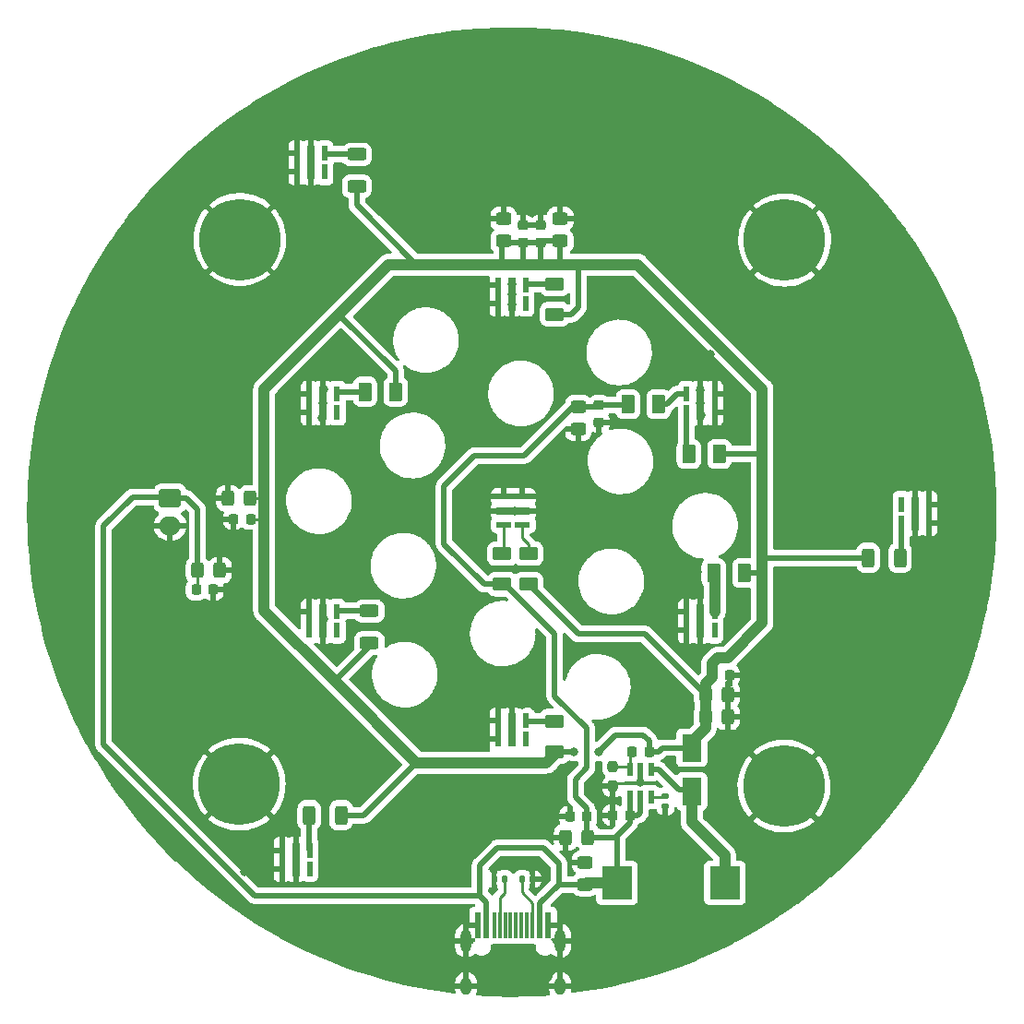
<source format=gbr>
%TF.GenerationSoftware,KiCad,Pcbnew,(6.0.10)*%
%TF.CreationDate,2023-09-07T19:24:17+02:00*%
%TF.ProjectId,Sterilization stick,53746572-696c-4697-9a61-74696f6e2073,rev?*%
%TF.SameCoordinates,Original*%
%TF.FileFunction,Copper,L1,Top*%
%TF.FilePolarity,Positive*%
%FSLAX46Y46*%
G04 Gerber Fmt 4.6, Leading zero omitted, Abs format (unit mm)*
G04 Created by KiCad (PCBNEW (6.0.10)) date 2023-09-07 19:24:17*
%MOMM*%
%LPD*%
G01*
G04 APERTURE LIST*
G04 Aperture macros list*
%AMRoundRect*
0 Rectangle with rounded corners*
0 $1 Rounding radius*
0 $2 $3 $4 $5 $6 $7 $8 $9 X,Y pos of 4 corners*
0 Add a 4 corners polygon primitive as box body*
4,1,4,$2,$3,$4,$5,$6,$7,$8,$9,$2,$3,0*
0 Add four circle primitives for the rounded corners*
1,1,$1+$1,$2,$3*
1,1,$1+$1,$4,$5*
1,1,$1+$1,$6,$7*
1,1,$1+$1,$8,$9*
0 Add four rect primitives between the rounded corners*
20,1,$1+$1,$2,$3,$4,$5,0*
20,1,$1+$1,$4,$5,$6,$7,0*
20,1,$1+$1,$6,$7,$8,$9,0*
20,1,$1+$1,$8,$9,$2,$3,0*%
G04 Aperture macros list end*
%TA.AperFunction,SMDPad,CuDef*%
%ADD10R,0.600000X1.150000*%
%TD*%
%TA.AperFunction,SMDPad,CuDef*%
%ADD11R,0.530000X1.400000*%
%TD*%
%TA.AperFunction,SMDPad,CuDef*%
%ADD12R,0.690000X3.100000*%
%TD*%
%TA.AperFunction,SMDPad,CuDef*%
%ADD13RoundRect,0.218750X0.218750X0.256250X-0.218750X0.256250X-0.218750X-0.256250X0.218750X-0.256250X0*%
%TD*%
%TA.AperFunction,SMDPad,CuDef*%
%ADD14RoundRect,0.250000X0.325000X0.450000X-0.325000X0.450000X-0.325000X-0.450000X0.325000X-0.450000X0*%
%TD*%
%TA.AperFunction,SMDPad,CuDef*%
%ADD15R,0.600000X2.450000*%
%TD*%
%TA.AperFunction,SMDPad,CuDef*%
%ADD16R,0.300000X2.450000*%
%TD*%
%TA.AperFunction,ComponentPad*%
%ADD17O,1.000000X2.100000*%
%TD*%
%TA.AperFunction,ComponentPad*%
%ADD18O,1.000000X1.600000*%
%TD*%
%TA.AperFunction,SMDPad,CuDef*%
%ADD19RoundRect,0.147500X-0.172500X0.147500X-0.172500X-0.147500X0.172500X-0.147500X0.172500X0.147500X0*%
%TD*%
%TA.AperFunction,SMDPad,CuDef*%
%ADD20R,2.800000X3.050000*%
%TD*%
%TA.AperFunction,SMDPad,CuDef*%
%ADD21RoundRect,0.250000X-0.325000X-0.450000X0.325000X-0.450000X0.325000X0.450000X-0.325000X0.450000X0*%
%TD*%
%TA.AperFunction,SMDPad,CuDef*%
%ADD22RoundRect,0.147500X-0.147500X-0.172500X0.147500X-0.172500X0.147500X0.172500X-0.147500X0.172500X0*%
%TD*%
%TA.AperFunction,SMDPad,CuDef*%
%ADD23RoundRect,0.218750X-0.218750X-0.256250X0.218750X-0.256250X0.218750X0.256250X-0.218750X0.256250X0*%
%TD*%
%TA.AperFunction,SMDPad,CuDef*%
%ADD24RoundRect,0.237500X0.237500X-0.250000X0.237500X0.250000X-0.237500X0.250000X-0.237500X-0.250000X0*%
%TD*%
%TA.AperFunction,SMDPad,CuDef*%
%ADD25R,1.800000X2.500000*%
%TD*%
%TA.AperFunction,SMDPad,CuDef*%
%ADD26RoundRect,0.250000X-0.375000X-0.625000X0.375000X-0.625000X0.375000X0.625000X-0.375000X0.625000X0*%
%TD*%
%TA.AperFunction,SMDPad,CuDef*%
%ADD27RoundRect,0.250000X0.375000X0.625000X-0.375000X0.625000X-0.375000X-0.625000X0.375000X-0.625000X0*%
%TD*%
%TA.AperFunction,SMDPad,CuDef*%
%ADD28RoundRect,0.250000X0.450000X-0.325000X0.450000X0.325000X-0.450000X0.325000X-0.450000X-0.325000X0*%
%TD*%
%TA.AperFunction,SMDPad,CuDef*%
%ADD29RoundRect,0.218750X-0.256250X0.218750X-0.256250X-0.218750X0.256250X-0.218750X0.256250X0.218750X0*%
%TD*%
%TA.AperFunction,SMDPad,CuDef*%
%ADD30RoundRect,0.250000X-0.450000X0.325000X-0.450000X-0.325000X0.450000X-0.325000X0.450000X0.325000X0*%
%TD*%
%TA.AperFunction,SMDPad,CuDef*%
%ADD31RoundRect,0.218750X0.256250X-0.218750X0.256250X0.218750X-0.256250X0.218750X-0.256250X-0.218750X0*%
%TD*%
%TA.AperFunction,ComponentPad*%
%ADD32C,7.500000*%
%TD*%
%TA.AperFunction,SMDPad,CuDef*%
%ADD33RoundRect,0.250000X0.625000X-0.375000X0.625000X0.375000X-0.625000X0.375000X-0.625000X-0.375000X0*%
%TD*%
%TA.AperFunction,SMDPad,CuDef*%
%ADD34R,1.400000X0.530000*%
%TD*%
%TA.AperFunction,SMDPad,CuDef*%
%ADD35R,3.100000X0.690000*%
%TD*%
%TA.AperFunction,SMDPad,CuDef*%
%ADD36RoundRect,0.250000X0.625000X-0.312500X0.625000X0.312500X-0.625000X0.312500X-0.625000X-0.312500X0*%
%TD*%
%TA.AperFunction,SMDPad,CuDef*%
%ADD37RoundRect,0.250000X-0.312500X-0.625000X0.312500X-0.625000X0.312500X0.625000X-0.312500X0.625000X0*%
%TD*%
%TA.AperFunction,SMDPad,CuDef*%
%ADD38RoundRect,0.250000X0.312500X0.625000X-0.312500X0.625000X-0.312500X-0.625000X0.312500X-0.625000X0*%
%TD*%
%TA.AperFunction,ComponentPad*%
%ADD39RoundRect,0.250000X-0.750000X0.600000X-0.750000X-0.600000X0.750000X-0.600000X0.750000X0.600000X0*%
%TD*%
%TA.AperFunction,ComponentPad*%
%ADD40O,2.000000X1.700000*%
%TD*%
%TA.AperFunction,ViaPad*%
%ADD41C,0.800000*%
%TD*%
%TA.AperFunction,Conductor*%
%ADD42C,0.250000*%
%TD*%
%TA.AperFunction,Conductor*%
%ADD43C,0.500000*%
%TD*%
%TA.AperFunction,Conductor*%
%ADD44C,1.000000*%
%TD*%
G04 APERTURE END LIST*
D10*
%TO.P,IC1,1,LX*%
%TO.N,Net-(D1-Pad2)*%
X170241000Y-127020000D03*
%TO.P,IC1,2,GND*%
%TO.N,GND*%
X169291000Y-127020000D03*
%TO.P,IC1,3,FB*%
%TO.N,Net-(IC1-Pad3)*%
X168341000Y-127020000D03*
%TO.P,IC1,4,EN*%
%TO.N,5V*%
X168341000Y-129520000D03*
%TO.P,IC1,5,VCC*%
X169291000Y-129520000D03*
%TO.P,IC1,6,OC*%
%TO.N,Net-(IC1-Pad6)*%
X170241000Y-129520000D03*
%TD*%
D11*
%TO.P,LED2,1,UVA+*%
%TO.N,Net-(LED2-Pad1)*%
X173515552Y-92528076D03*
%TO.P,LED2,2,UVA-*%
%TO.N,GND*%
X176085552Y-92528076D03*
%TO.P,LED2,3,UVC+*%
%TO.N,Net-(LED2-Pad3)*%
X173515552Y-94228076D03*
%TO.P,LED2,4,UVC-*%
%TO.N,GND*%
X176085552Y-94228076D03*
D12*
%TO.P,LED2,5,EP*%
X174800552Y-93378076D03*
%TD*%
D13*
%TO.P,C1,1*%
%TO.N,5V*%
X168300500Y-131191000D03*
%TO.P,C1,2*%
%TO.N,GND*%
X166725500Y-131191000D03*
%TD*%
D14*
%TO.P,C2,1*%
%TO.N,5V*%
X164474000Y-133223000D03*
%TO.P,C2,2*%
%TO.N,GND*%
X162424000Y-133223000D03*
%TD*%
D15*
%TO.P,USB1,1,GND*%
%TO.N,GND*%
X154382000Y-141297000D03*
%TO.P,USB1,2,VBUS*%
%TO.N,5V*%
X155157000Y-141297000D03*
D16*
%TO.P,USB1,3,SBU2*%
%TO.N,unconnected-(USB1-Pad3)*%
X155857000Y-141297000D03*
%TO.P,USB1,4,CC1*%
%TO.N,Net-(R2-Pad2)*%
X156357000Y-141297000D03*
%TO.P,USB1,5,DN2*%
%TO.N,unconnected-(USB1-Pad5)*%
X156857000Y-141297000D03*
%TO.P,USB1,6,DP1*%
%TO.N,unconnected-(USB1-Pad6)*%
X157357000Y-141297000D03*
%TO.P,USB1,7,DN1*%
%TO.N,unconnected-(USB1-Pad7)*%
X157857000Y-141297000D03*
%TO.P,USB1,8,DP2*%
%TO.N,unconnected-(USB1-Pad8)*%
X158357000Y-141297000D03*
%TO.P,USB1,9,SBU1*%
%TO.N,unconnected-(USB1-Pad9)*%
X158857000Y-141297000D03*
%TO.P,USB1,10,CC2*%
%TO.N,Net-(R3-Pad1)*%
X159357000Y-141297000D03*
D15*
%TO.P,USB1,11,VBUS*%
%TO.N,5V*%
X160057000Y-141297000D03*
%TO.P,USB1,12,GND*%
%TO.N,GND*%
X160832000Y-141297000D03*
D17*
%TO.P,USB1,13,SHIELD*%
X161927000Y-142712000D03*
D18*
X153287000Y-146892000D03*
X161927000Y-146892000D03*
D17*
X153287000Y-142712000D03*
%TD*%
D19*
%TO.P,R1,1*%
%TO.N,Net-(IC1-Pad6)*%
X171577000Y-129436000D03*
%TO.P,R1,2*%
%TO.N,GND*%
X171577000Y-130406000D03*
%TD*%
D20*
%TO.P,L1,1*%
%TO.N,5V*%
X167135000Y-137414000D03*
%TO.P,L1,2*%
%TO.N,Net-(D1-Pad2)*%
X177035000Y-137414000D03*
%TD*%
D21*
%TO.P,C3,1*%
%TO.N,8V*%
X175251000Y-120142000D03*
%TO.P,C3,2*%
%TO.N,GND*%
X177301000Y-120142000D03*
%TD*%
D22*
%TO.P,R3,1*%
%TO.N,Net-(R3-Pad1)*%
X158392000Y-137046000D03*
%TO.P,R3,2*%
%TO.N,GND*%
X159362000Y-137046000D03*
%TD*%
D23*
%TO.P,C5,1*%
%TO.N,8V*%
X175869500Y-118364000D03*
%TO.P,C5,2*%
%TO.N,GND*%
X177444500Y-118364000D03*
%TD*%
D21*
%TO.P,C4,1*%
%TO.N,8V*%
X175251000Y-122174000D03*
%TO.P,C4,2*%
%TO.N,GND*%
X177301000Y-122174000D03*
%TD*%
D24*
%TO.P,R5,1*%
%TO.N,GND*%
X166751000Y-128547500D03*
%TO.P,R5,2*%
%TO.N,Net-(IC1-Pad3)*%
X166751000Y-126722500D03*
%TD*%
D22*
%TO.P,R2,1*%
%TO.N,GND*%
X155852000Y-137046000D03*
%TO.P,R2,2*%
%TO.N,Net-(R2-Pad2)*%
X156822000Y-137046000D03*
%TD*%
D25*
%TO.P,D1,1,K*%
%TO.N,8V*%
X173990000Y-125000000D03*
%TO.P,D1,2,A*%
%TO.N,Net-(D1-Pad2)*%
X173990000Y-129000000D03*
%TD*%
D26*
%TO.P,R6,1*%
%TO.N,5V*%
X168145000Y-93472000D03*
%TO.P,R6,2*%
%TO.N,Net-(LED2-Pad1)*%
X170945000Y-93472000D03*
%TD*%
D27*
%TO.P,R10,1*%
%TO.N,8V*%
X176533000Y-98044000D03*
%TO.P,R10,2*%
%TO.N,Net-(LED2-Pad3)*%
X173733000Y-98044000D03*
%TD*%
D23*
%TO.P,R4,1*%
%TO.N,Net-(IC1-Pad3)*%
X168503500Y-125349000D03*
%TO.P,R4,2*%
%TO.N,8V*%
X170078500Y-125349000D03*
%TD*%
%TO.P,C7,1*%
%TO.N,5V*%
X128498500Y-110490000D03*
%TO.P,C7,2*%
%TO.N,GND*%
X130073500Y-110490000D03*
%TD*%
D28*
%TO.P,C8,1*%
%TO.N,5V*%
X164211000Y-137550000D03*
%TO.P,C8,2*%
%TO.N,GND*%
X164211000Y-135500000D03*
%TD*%
D21*
%TO.P,C9,1*%
%TO.N,5V*%
X128642000Y-108712000D03*
%TO.P,C9,2*%
%TO.N,GND*%
X130692000Y-108712000D03*
%TD*%
D29*
%TO.P,C10,1*%
%TO.N,5V*%
X165481000Y-93573500D03*
%TO.P,C10,2*%
%TO.N,GND*%
X165481000Y-95148500D03*
%TD*%
D30*
%TO.P,C11,1*%
%TO.N,5V*%
X163576000Y-93717000D03*
%TO.P,C11,2*%
%TO.N,GND*%
X163576000Y-95767000D03*
%TD*%
D28*
%TO.P,C12,1*%
%TO.N,8V*%
X161925000Y-78495000D03*
%TO.P,C12,2*%
%TO.N,GND*%
X161925000Y-76445000D03*
%TD*%
D31*
%TO.P,C13,1*%
%TO.N,8V*%
X158496000Y-78638500D03*
%TO.P,C13,2*%
%TO.N,GND*%
X158496000Y-77063500D03*
%TD*%
D14*
%TO.P,C14,1*%
%TO.N,8V*%
X133486000Y-102108000D03*
%TO.P,C14,2*%
%TO.N,GND*%
X131436000Y-102108000D03*
%TD*%
D31*
%TO.P,C15,1*%
%TO.N,8V*%
X160147000Y-78638500D03*
%TO.P,C15,2*%
%TO.N,GND*%
X160147000Y-77063500D03*
%TD*%
D28*
%TO.P,C16,1*%
%TO.N,8V*%
X156718000Y-78495000D03*
%TO.P,C16,2*%
%TO.N,GND*%
X156718000Y-76445000D03*
%TD*%
D13*
%TO.P,C17,1*%
%TO.N,8V*%
X133502500Y-104013000D03*
%TO.P,C17,2*%
%TO.N,GND*%
X131927500Y-104013000D03*
%TD*%
%TO.P,C6,1*%
%TO.N,5V*%
X164363500Y-131318000D03*
%TO.P,C6,2*%
%TO.N,GND*%
X162788500Y-131318000D03*
%TD*%
D11*
%TO.P,LED1,1,UVA+*%
%TO.N,unconnected-(LED1-Pad1)*%
X176085465Y-114228076D03*
%TO.P,LED1,2,UVA-*%
%TO.N,GND*%
X173515465Y-114228076D03*
%TO.P,LED1,3,UVC+*%
%TO.N,Net-(LED1-Pad3)*%
X176085465Y-112528076D03*
%TO.P,LED1,4,UVC-*%
%TO.N,GND*%
X173515465Y-112528076D03*
D12*
%TO.P,LED1,5,EP*%
X174800465Y-113378076D03*
%TD*%
D27*
%TO.P,R27,1*%
%TO.N,8V*%
X178819000Y-108966000D03*
%TO.P,R27,2*%
%TO.N,Net-(LED1-Pad3)*%
X176019000Y-108966000D03*
%TD*%
D32*
%TO.P,H1,1,1*%
%TO.N,GND*%
X182449968Y-128524000D03*
%TD*%
%TO.P,H2,1,1*%
%TO.N,GND*%
X132510032Y-78347968D03*
%TD*%
%TO.P,H3,1,1*%
%TO.N,GND*%
X132449968Y-128347968D03*
%TD*%
%TO.P,H4,1,1*%
%TO.N,GND*%
X182510032Y-78408032D03*
%TD*%
D11*
%TO.P,LED4,1,UVA+*%
%TO.N,unconnected-(LED4-Pad1)*%
X141444536Y-94227924D03*
%TO.P,LED4,2,UVA-*%
%TO.N,GND*%
X138874536Y-94227924D03*
%TO.P,LED4,3,UVC+*%
%TO.N,Net-(LED4-Pad3)*%
X141444536Y-92527924D03*
%TO.P,LED4,4,UVC-*%
%TO.N,GND*%
X138874536Y-92527924D03*
D12*
%TO.P,LED4,5,EP*%
X140159536Y-93377924D03*
%TD*%
D27*
%TO.P,R31,1*%
%TO.N,8V*%
X146815000Y-92329000D03*
%TO.P,R31,2*%
%TO.N,Net-(LED4-Pad3)*%
X144015000Y-92329000D03*
%TD*%
D33*
%TO.P,R30,1*%
%TO.N,8V*%
X161417000Y-85220000D03*
%TO.P,R30,2*%
%TO.N,Net-(LED3-Pad3)*%
X161417000Y-82420000D03*
%TD*%
D11*
%TO.P,LED3,1,UVA+*%
%TO.N,unconnected-(LED3-Pad1)*%
X158765088Y-84228000D03*
%TO.P,LED3,2,UVA-*%
%TO.N,GND*%
X156195088Y-84228000D03*
%TO.P,LED3,3,UVC+*%
%TO.N,Net-(LED3-Pad3)*%
X158765088Y-82528000D03*
%TO.P,LED3,4,UVC-*%
%TO.N,GND*%
X156195088Y-82528000D03*
D12*
%TO.P,LED3,5,EP*%
X157480088Y-83378000D03*
%TD*%
D11*
%TO.P,LED6,1,UVA+*%
%TO.N,unconnected-(LED6-Pad1)*%
X158764913Y-124228000D03*
%TO.P,LED6,2,UVA-*%
%TO.N,GND*%
X156194913Y-124228000D03*
%TO.P,LED6,3,UVC+*%
%TO.N,Net-(LED6-Pad3)*%
X158764913Y-122528000D03*
%TO.P,LED6,4,UVC-*%
%TO.N,GND*%
X156194913Y-122528000D03*
D12*
%TO.P,LED6,5,EP*%
X157479913Y-123378000D03*
%TD*%
D34*
%TO.P,LED7,1,UVA+*%
%TO.N,Net-(LED7-Pad1)*%
X156757000Y-104536000D03*
%TO.P,LED7,2,UVA-*%
%TO.N,GND*%
X156757000Y-101966000D03*
%TO.P,LED7,3,UVC+*%
%TO.N,Net-(LED7-Pad3)*%
X158457000Y-104536000D03*
%TO.P,LED7,4,UVC-*%
%TO.N,GND*%
X158457000Y-101966000D03*
D35*
%TO.P,LED7,5,EP*%
X157607000Y-103251000D03*
%TD*%
D33*
%TO.P,R33,1*%
%TO.N,5V*%
X156591000Y-109985000D03*
%TO.P,R33,2*%
%TO.N,Net-(LED7-Pad1)*%
X156591000Y-107185000D03*
%TD*%
%TO.P,R34,1*%
%TO.N,8V*%
X161417000Y-125352000D03*
%TO.P,R34,2*%
%TO.N,Net-(LED6-Pad3)*%
X161417000Y-122552000D03*
%TD*%
%TO.P,R35,1*%
%TO.N,8V*%
X159004000Y-109985000D03*
%TO.P,R35,2*%
%TO.N,Net-(LED7-Pad3)*%
X159004000Y-107185000D03*
%TD*%
D36*
%TO.P,R7,1*%
%TO.N,8V*%
X144399000Y-115381500D03*
%TO.P,R7,2*%
%TO.N,Net-(LED5-Pad3)*%
X144399000Y-112456500D03*
%TD*%
D11*
%TO.P,LED8,1,UVA+*%
%TO.N,unconnected-(LED8-Pad1)*%
X138953000Y-136105000D03*
%TO.P,LED8,2,UVA-*%
%TO.N,GND*%
X136383000Y-136105000D03*
%TO.P,LED8,3,UVC+*%
%TO.N,Net-(LED8-Pad3)*%
X138953000Y-134405000D03*
%TO.P,LED8,4,UVC-*%
%TO.N,GND*%
X136383000Y-134405000D03*
D12*
%TO.P,LED8,5,EP*%
X137668000Y-135255000D03*
%TD*%
D37*
%TO.P,R11,1*%
%TO.N,8V*%
X190180500Y-107569000D03*
%TO.P,R11,2*%
%TO.N,Net-(LED10-Pad3)*%
X193105500Y-107569000D03*
%TD*%
D36*
%TO.P,R9,1*%
%TO.N,8V*%
X143256000Y-73471500D03*
%TO.P,R9,2*%
%TO.N,Net-(LED9-Pad3)*%
X143256000Y-70546500D03*
%TD*%
D11*
%TO.P,LED5,1,UVA+*%
%TO.N,unconnected-(LED5-Pad1)*%
X141444448Y-114227924D03*
%TO.P,LED5,2,UVA-*%
%TO.N,GND*%
X138874448Y-114227924D03*
%TO.P,LED5,3,UVC+*%
%TO.N,Net-(LED5-Pad3)*%
X141444448Y-112527924D03*
%TO.P,LED5,4,UVC-*%
%TO.N,GND*%
X138874448Y-112527924D03*
D12*
%TO.P,LED5,5,EP*%
X140159448Y-113377924D03*
%TD*%
D38*
%TO.P,R8,1*%
%TO.N,8V*%
X141797500Y-131191000D03*
%TO.P,R8,2*%
%TO.N,Net-(LED8-Pad3)*%
X138872500Y-131191000D03*
%TD*%
D39*
%TO.P,J1,1,Pin_1*%
%TO.N,5V*%
X126111000Y-102108000D03*
D40*
%TO.P,J1,2,Pin_2*%
%TO.N,GND*%
X126111000Y-104608000D03*
%TD*%
D11*
%TO.P,LED10,1,UVA+*%
%TO.N,unconnected-(LED10-Pad1)*%
X193195000Y-102655000D03*
%TO.P,LED10,2,UVA-*%
%TO.N,GND*%
X195765000Y-102655000D03*
%TO.P,LED10,3,UVC+*%
%TO.N,Net-(LED10-Pad3)*%
X193195000Y-104355000D03*
%TO.P,LED10,4,UVC-*%
%TO.N,GND*%
X195765000Y-104355000D03*
D12*
%TO.P,LED10,5,EP*%
X194480000Y-103505000D03*
%TD*%
D11*
%TO.P,LED9,1,UVA+*%
%TO.N,unconnected-(LED9-Pad1)*%
X140319282Y-72153645D03*
%TO.P,LED9,2,UVA-*%
%TO.N,GND*%
X137749282Y-72153645D03*
%TO.P,LED9,3,UVC+*%
%TO.N,Net-(LED9-Pad3)*%
X140319282Y-70453645D03*
%TO.P,LED9,4,UVC-*%
%TO.N,GND*%
X137749282Y-70453645D03*
D12*
%TO.P,LED9,5,EP*%
X139034282Y-71303645D03*
%TD*%
D41*
%TO.N,GND*%
X162229800Y-104216200D03*
X129667000Y-90170000D03*
X170434000Y-104267000D03*
X136398000Y-72517000D03*
X155067000Y-132080000D03*
X140081000Y-94742000D03*
X195707000Y-94615000D03*
X153797000Y-69215000D03*
X153187400Y-123317000D03*
X160147000Y-129540000D03*
X168402000Y-105283000D03*
X127127000Y-92710000D03*
X157607000Y-129540000D03*
X161417000Y-61595000D03*
X156387800Y-120065800D03*
X166624000Y-129794000D03*
X154863800Y-83540600D03*
X122047000Y-114935000D03*
X155067000Y-102235000D03*
X152781000Y-92964000D03*
X188087000Y-89535000D03*
X122047000Y-120015000D03*
X139065000Y-97917000D03*
X163957000Y-66675000D03*
X154813000Y-76581000D03*
X188087000Y-92075000D03*
X122047000Y-95250000D03*
X185547000Y-92075000D03*
X190627000Y-86995000D03*
X188849000Y-117475000D03*
X193929000Y-112395000D03*
X155067000Y-103251000D03*
X145923000Y-102743000D03*
X132969000Y-134366000D03*
X152831800Y-82524600D03*
X158877000Y-69215000D03*
X152019000Y-114681000D03*
X197104000Y-103505000D03*
X151765000Y-93980000D03*
X191389000Y-114935000D03*
X140589000Y-88773000D03*
X156337000Y-86995000D03*
X141147800Y-109804200D03*
X196469000Y-112395000D03*
X154863800Y-84556600D03*
X188849000Y-122555000D03*
X140081000Y-96901000D03*
X170002200Y-118897400D03*
X135001000Y-136398000D03*
X177266600Y-93802200D03*
X152781000Y-91948000D03*
X122047000Y-87630000D03*
X153797000Y-64135000D03*
X170002200Y-119913400D03*
X153187400Y-124333000D03*
X190627000Y-89535000D03*
X140208000Y-92075000D03*
X170434000Y-105283000D03*
X153035000Y-104267000D03*
X196469000Y-122555000D03*
X168402000Y-104267000D03*
X154051000Y-103251000D03*
X155829000Y-136118600D03*
X168402000Y-103251000D03*
X142621000Y-89789000D03*
X129667000Y-122555000D03*
X169291000Y-128143000D03*
X157403800Y-121071094D03*
X158419800Y-119049800D03*
X122047000Y-97790000D03*
X151003000Y-112649000D03*
X140131800Y-109804200D03*
X122047000Y-122555000D03*
X140081000Y-95885000D03*
X173659800Y-90957400D03*
X175691800Y-88925400D03*
X198120000Y-102489000D03*
X140589000Y-89789000D03*
X163957000Y-69215000D03*
X196469000Y-117475000D03*
X129667000Y-92710000D03*
X156337000Y-61595000D03*
X158877000Y-61595000D03*
X161213800Y-104267000D03*
X149987000Y-114681000D03*
X160147000Y-132080000D03*
X161417000Y-64135000D03*
X158877000Y-71755000D03*
X188087000Y-94615000D03*
X133985000Y-135382000D03*
X158369000Y-86995000D03*
X127127000Y-120015000D03*
X188849000Y-112395000D03*
X162229800Y-102184200D03*
X172212000Y-143510000D03*
X135001000Y-135382000D03*
X175691800Y-90957400D03*
X155702000Y-144780000D03*
X157480088Y-83378000D03*
X172440600Y-109855000D03*
X171018200Y-118897400D03*
X165862000Y-143510000D03*
X127127000Y-112395000D03*
X191389000Y-112395000D03*
X153797000Y-130810000D03*
X186309000Y-114935000D03*
X134366000Y-71501000D03*
X195707000Y-89535000D03*
X158419800Y-121081800D03*
X158369000Y-85979000D03*
X160197800Y-102184200D03*
X146939000Y-101727000D03*
X129667000Y-117475000D03*
X156337000Y-88011000D03*
X158242000Y-144780000D03*
X193929000Y-122555000D03*
X160147000Y-130810000D03*
X144907000Y-101727000D03*
X151003000Y-113665000D03*
X188849000Y-114935000D03*
X139115800Y-108788200D03*
X193167000Y-92075000D03*
X150622000Y-143510000D03*
X163957000Y-71755000D03*
X190627000Y-92075000D03*
X195707000Y-86995000D03*
X127127000Y-122555000D03*
X153797000Y-91948000D03*
X157708600Y-103251000D03*
X196469000Y-120015000D03*
X140131800Y-110820200D03*
X160197800Y-104216200D03*
X124587000Y-112395000D03*
X174828200Y-94513400D03*
X122047000Y-117475000D03*
X154051000Y-102235000D03*
X135382000Y-72517000D03*
X174472600Y-109855000D03*
X122047000Y-112395000D03*
X151892000Y-143510000D03*
X156387800Y-121081800D03*
X136398000Y-70485000D03*
X198120000Y-104521000D03*
X124587000Y-90170000D03*
X141605000Y-89789000D03*
X152019000Y-112649000D03*
X193929000Y-120015000D03*
X139115800Y-109804200D03*
X162229800Y-103200200D03*
X144907000Y-103759000D03*
X158877000Y-132080000D03*
X160782000Y-144780000D03*
X149352000Y-143510000D03*
X119507000Y-97790000D03*
X161417000Y-69215000D03*
X164592000Y-128651000D03*
X168402000Y-143510000D03*
X156337000Y-64135000D03*
X199136000Y-103505000D03*
X124587000Y-95250000D03*
X124587000Y-97790000D03*
X174675800Y-89941400D03*
X191389000Y-122555000D03*
X151765000Y-91948000D03*
X158419800Y-120065800D03*
X141097000Y-97917000D03*
X196469000Y-114935000D03*
X157353000Y-86995000D03*
X141605000Y-88773000D03*
X133985000Y-134366000D03*
X173456600Y-110871000D03*
X153797000Y-61595000D03*
X157607000Y-130810000D03*
X156387800Y-119049800D03*
X146939000Y-103759000D03*
X141147800Y-110820200D03*
X178282600Y-92786200D03*
X159283400Y-136017000D03*
X177266600Y-92786200D03*
X140159536Y-93377924D03*
X139065000Y-95885000D03*
X119507000Y-90170000D03*
X165481000Y-128651000D03*
X172440600Y-110871000D03*
X156337000Y-129540000D03*
X178356038Y-94807494D03*
X174777400Y-92176600D03*
X154203400Y-124333000D03*
X127127000Y-97790000D03*
X186309000Y-120015000D03*
X163957000Y-64135000D03*
X132969000Y-135382000D03*
X170434000Y-103251000D03*
X156337000Y-130810000D03*
X193929000Y-114935000D03*
X156337000Y-66675000D03*
X157403800Y-120065800D03*
X161213800Y-102184200D03*
X135382000Y-70485000D03*
X145923000Y-103759000D03*
X149987000Y-113665000D03*
X124587000Y-120015000D03*
X171018200Y-120929400D03*
X190627000Y-94615000D03*
X127127000Y-95250000D03*
X157607000Y-132080000D03*
X159512000Y-146050000D03*
X158369000Y-88011000D03*
X153847800Y-82524600D03*
X188087000Y-86995000D03*
X191389000Y-120015000D03*
X185547000Y-86995000D03*
X156337000Y-85979000D03*
X152171400Y-122301000D03*
X155702000Y-146050000D03*
X155067000Y-104267000D03*
X153035000Y-103251000D03*
X153797000Y-66675000D03*
X124587000Y-87630000D03*
X140131800Y-108788200D03*
X185547000Y-97155000D03*
X163957000Y-61595000D03*
X124587000Y-117475000D03*
X161417000Y-71755000D03*
X140589000Y-90805000D03*
X153797000Y-132080000D03*
X188849000Y-120015000D03*
X157403800Y-119049800D03*
X174472600Y-110871000D03*
X157480000Y-84328000D03*
X127127000Y-87630000D03*
X169418000Y-104267000D03*
X169672000Y-143510000D03*
X151765000Y-92964000D03*
X156337000Y-132080000D03*
X153797000Y-71755000D03*
X144907000Y-102743000D03*
X153035000Y-102235000D03*
X136398000Y-71501000D03*
X193167000Y-94615000D03*
X153797000Y-92964000D03*
X169418000Y-103251000D03*
X153847800Y-83540600D03*
X142621000Y-88773000D03*
X172034200Y-119913400D03*
X156972000Y-144780000D03*
X141147800Y-108788200D03*
X193929000Y-117475000D03*
X199136000Y-102489000D03*
X190627000Y-97155000D03*
X193167000Y-86995000D03*
X172440600Y-108839000D03*
X152831800Y-83540600D03*
X129667000Y-87630000D03*
X156337000Y-71755000D03*
X127127000Y-114935000D03*
X173659800Y-88925400D03*
X173456600Y-108839000D03*
X158877000Y-129540000D03*
X155067000Y-130810000D03*
X141097000Y-95885000D03*
X119507000Y-92710000D03*
X154203400Y-122301000D03*
X129667000Y-97790000D03*
X170942000Y-143510000D03*
X159512000Y-144780000D03*
X132969000Y-136398000D03*
X124587000Y-122555000D03*
X157353000Y-88011000D03*
X156972000Y-146050000D03*
X152781000Y-94005400D03*
X158242000Y-146050000D03*
X129667000Y-120015000D03*
X122047000Y-90170000D03*
X158877000Y-66675000D03*
X140182600Y-113207800D03*
X142621000Y-90805000D03*
X170002200Y-120929400D03*
X198120000Y-103505000D03*
X191389000Y-117475000D03*
X124587000Y-114935000D03*
X153797000Y-93980000D03*
X167132000Y-143510000D03*
X124587000Y-92710000D03*
X141605000Y-90805000D03*
X145923000Y-101727000D03*
X171577000Y-131699000D03*
X177266600Y-94818200D03*
X134366000Y-72517000D03*
X135001000Y-134366000D03*
X129667000Y-114935000D03*
X146939000Y-102743000D03*
X134366000Y-70485000D03*
X141097000Y-96901000D03*
X140081000Y-97917000D03*
X133985000Y-136398000D03*
X127127000Y-90170000D03*
X178282600Y-93802200D03*
X186309000Y-112395000D03*
X152171400Y-124333000D03*
X148082000Y-143510000D03*
X197104000Y-104521000D03*
X146812000Y-143510000D03*
X188087000Y-97155000D03*
X174675800Y-90957400D03*
X155067000Y-129540000D03*
X152831800Y-84556600D03*
X175691800Y-89941400D03*
X139065000Y-96901000D03*
X193167000Y-89535000D03*
X173659800Y-89941400D03*
X195707000Y-97155000D03*
X199136000Y-104521000D03*
X149987000Y-112649000D03*
X193167000Y-97155000D03*
X174800552Y-93378076D03*
X139115800Y-110820200D03*
X153187400Y-122301000D03*
X154203400Y-123317000D03*
X172034200Y-120929400D03*
X127127000Y-117475000D03*
X186309000Y-117475000D03*
X152019000Y-113665000D03*
X154863800Y-82524600D03*
X171018200Y-119913400D03*
X157480000Y-82423000D03*
X158877000Y-64135000D03*
X129667000Y-95250000D03*
X186309000Y-122555000D03*
X158877000Y-130810000D03*
X119507000Y-87630000D03*
X195707000Y-92075000D03*
X153797000Y-129540000D03*
X174675800Y-88925400D03*
X153847800Y-84556600D03*
X161213800Y-103200200D03*
X129667000Y-112395000D03*
X135382000Y-71501000D03*
X161417000Y-66675000D03*
X185547000Y-94615000D03*
X169418000Y-105283000D03*
X160782000Y-146050000D03*
X119507000Y-95250000D03*
X152171400Y-123317000D03*
X173456600Y-109855000D03*
X160197800Y-103200200D03*
X197104000Y-102489000D03*
X122047000Y-92710000D03*
X157353000Y-85979000D03*
X172034200Y-118897400D03*
X154051000Y-104267000D03*
X156337000Y-69215000D03*
X151003000Y-114670294D03*
X185547000Y-89535000D03*
X174472600Y-108839000D03*
%TO.N,8V*%
X165481000Y-125349000D03*
X163195000Y-125349000D03*
%TD*%
D42*
%TO.N,8V*%
X134493000Y-104013000D02*
X134747000Y-103759000D01*
X133502500Y-104013000D02*
X134493000Y-104013000D01*
X134620000Y-102108000D02*
X134747000Y-101981000D01*
X133486000Y-102108000D02*
X134620000Y-102108000D01*
%TO.N,Net-(IC1-Pad6)*%
X171577000Y-129517000D02*
X170244000Y-129517000D01*
%TO.N,Net-(IC1-Pad3)*%
X168043500Y-126722500D02*
X168341000Y-127020000D01*
X168341000Y-127020000D02*
X168341000Y-125511500D01*
X166751000Y-126722500D02*
X168043500Y-126722500D01*
D43*
%TO.N,Net-(LED3-Pad3)*%
X161290000Y-82420000D02*
X158873088Y-82420000D01*
X158873088Y-82420000D02*
X158765088Y-82528000D01*
%TO.N,Net-(LED4-Pad3)*%
X141643460Y-92329000D02*
X141444536Y-92527924D01*
X144015000Y-92329000D02*
X141643460Y-92329000D01*
D42*
%TO.N,GND*%
X166751000Y-129667000D02*
X166624000Y-129794000D01*
X155852000Y-136141600D02*
X155829000Y-136118600D01*
X155852000Y-137046000D02*
X155852000Y-136141600D01*
X167155000Y-128270000D02*
X169118000Y-128270000D01*
X169118000Y-128270000D02*
X169268000Y-128120000D01*
D43*
X169291000Y-127020000D02*
X169291000Y-128143000D01*
X171577000Y-130406000D02*
X171577000Y-131699000D01*
X156718000Y-76445000D02*
X154949000Y-76445000D01*
D42*
X166751000Y-128547500D02*
X166751000Y-129667000D01*
X166877500Y-128547500D02*
X167155000Y-128270000D01*
D43*
X154949000Y-76445000D02*
X154813000Y-76581000D01*
X169268000Y-128120000D02*
X169291000Y-128143000D01*
%TO.N,5V*%
X125476000Y-102108000D02*
X127635000Y-102108000D01*
X125349000Y-101981000D02*
X125476000Y-102108000D01*
X128642000Y-103115000D02*
X128642000Y-108712000D01*
X161417000Y-120269000D02*
X164363500Y-123215500D01*
D44*
X164347000Y-137414000D02*
X164211000Y-137550000D01*
D43*
X156588000Y-109982000D02*
X154940000Y-109982000D01*
X164363500Y-130581500D02*
X164363500Y-133112500D01*
X154559000Y-138557000D02*
X133858000Y-138557000D01*
X161789000Y-137550000D02*
X164211000Y-137550000D01*
X154051000Y-98171000D02*
X158623000Y-98171000D01*
X161417000Y-114554000D02*
X161417000Y-120269000D01*
X161789000Y-135627000D02*
X161789000Y-137550000D01*
X160350200Y-134188200D02*
X161789000Y-135627000D01*
X164363500Y-126847500D02*
X163322000Y-127889000D01*
X164474000Y-133223000D02*
X167005000Y-133223000D01*
X167005000Y-133223000D02*
X167135000Y-133093000D01*
X165481000Y-93573500D02*
X168043500Y-93573500D01*
X168300500Y-131191000D02*
X168300500Y-131927500D01*
X154559000Y-138557000D02*
X154559000Y-135763000D01*
X164363500Y-123215500D02*
X164363500Y-126847500D01*
X156848000Y-109985000D02*
X161417000Y-114554000D01*
X163322000Y-129540000D02*
X164363500Y-130581500D01*
X163322000Y-127889000D02*
X163322000Y-129540000D01*
X169037000Y-131191000D02*
X169291000Y-130937000D01*
X167135000Y-133093000D02*
X167135000Y-137414000D01*
X154559000Y-135763000D02*
X156133800Y-134188200D01*
X158623000Y-98171000D02*
X163077000Y-93717000D01*
X120015000Y-104648000D02*
X122682000Y-101981000D01*
X120015000Y-124714000D02*
X120015000Y-104648000D01*
X161789000Y-137550000D02*
X160057000Y-139282000D01*
X156133800Y-134188200D02*
X160350200Y-134188200D01*
X133858000Y-138557000D02*
X120015000Y-124714000D01*
X163576000Y-93717000D02*
X165337500Y-93717000D01*
X163077000Y-93717000D02*
X163576000Y-93717000D01*
X155157000Y-140789000D02*
X155157000Y-139155000D01*
X160057000Y-139282000D02*
X160057000Y-140789000D01*
X151257000Y-106299000D02*
X151257000Y-100965000D01*
X168300500Y-131191000D02*
X169037000Y-131191000D01*
X168300500Y-131927500D02*
X167135000Y-133093000D01*
X127635000Y-102108000D02*
X128642000Y-103115000D01*
X122682000Y-101981000D02*
X125349000Y-101981000D01*
X154940000Y-109982000D02*
X151257000Y-106299000D01*
D42*
X128642000Y-108712000D02*
X128642000Y-110346500D01*
D43*
X151257000Y-100965000D02*
X154051000Y-98171000D01*
X168300500Y-131191000D02*
X168300500Y-129560500D01*
X169291000Y-130937000D02*
X169291000Y-129520000D01*
X155157000Y-139155000D02*
X154559000Y-138557000D01*
D44*
X167135000Y-137414000D02*
X164347000Y-137414000D01*
%TO.N,Net-(D1-Pad2)*%
X177035000Y-134871000D02*
X177035000Y-137414000D01*
D43*
X173863000Y-128873000D02*
X172815000Y-128873000D01*
D44*
X173990000Y-129000000D02*
X173990000Y-131826000D01*
D43*
X170962000Y-127020000D02*
X170241000Y-127020000D01*
D44*
X173990000Y-131826000D02*
X177035000Y-134871000D01*
D43*
X172815000Y-128873000D02*
X170962000Y-127020000D01*
D42*
%TO.N,Net-(R2-Pad2)*%
X156822000Y-138326000D02*
X156357000Y-138791000D01*
X156357000Y-138791000D02*
X156357000Y-140789000D01*
X156822000Y-137046000D02*
X156822000Y-138326000D01*
%TO.N,Net-(R3-Pad1)*%
X158392000Y-137046000D02*
X158392000Y-138262500D01*
X158392000Y-138262500D02*
X159357000Y-139227500D01*
X159357000Y-139227500D02*
X159357000Y-140789000D01*
%TO.N,Net-(LED7-Pad3)*%
X158457000Y-104536000D02*
X158457000Y-105752000D01*
X159004000Y-106299000D02*
X159004000Y-107185000D01*
X158457000Y-105752000D02*
X159004000Y-106299000D01*
D43*
%TO.N,Net-(LED8-Pad3)*%
X138872500Y-134324500D02*
X138953000Y-134405000D01*
X138872500Y-131191000D02*
X138872500Y-134324500D01*
%TO.N,Net-(LED9-Pad3)*%
X143256000Y-70546500D02*
X140412137Y-70546500D01*
X140412137Y-70546500D02*
X140319282Y-70453645D01*
%TO.N,Net-(LED10-Pad3)*%
X193195000Y-107479500D02*
X193195000Y-104355000D01*
D42*
%TO.N,Net-(LED7-Pad1)*%
X156757000Y-104536000D02*
X156757000Y-107019000D01*
D43*
%TO.N,8V*%
X143256000Y-73471500D02*
X143256000Y-75184000D01*
D44*
X158623000Y-80645000D02*
X156591000Y-80645000D01*
D43*
X161925000Y-78495000D02*
X161925000Y-80518000D01*
X162938000Y-85220000D02*
X163576000Y-84582000D01*
D44*
X173990000Y-124460000D02*
X175251000Y-123199000D01*
D43*
X178819000Y-108966000D02*
X180340000Y-108966000D01*
X161925000Y-80518000D02*
X162052000Y-80645000D01*
X160147000Y-78638500D02*
X160147000Y-80518000D01*
X144399000Y-115381500D02*
X144399000Y-115697000D01*
X144399000Y-115697000D02*
X141224000Y-118872000D01*
D44*
X134747000Y-112395000D02*
X141224000Y-118872000D01*
D43*
X146815000Y-90427000D02*
X141605000Y-85217000D01*
D44*
X160658000Y-126365000D02*
X161671000Y-125352000D01*
D43*
X165481000Y-125349000D02*
X167005000Y-123825000D01*
D44*
X163576000Y-80645000D02*
X162052000Y-80645000D01*
D43*
X143256000Y-75184000D02*
X148717000Y-80645000D01*
D42*
X162941000Y-125349000D02*
X163195000Y-125349000D01*
D44*
X180467000Y-92075000D02*
X169037000Y-80645000D01*
D43*
X141797500Y-131191000D02*
X143891000Y-131191000D01*
X141605000Y-85217000D02*
X142367000Y-84455000D01*
X176914000Y-98044000D02*
X180467000Y-98044000D01*
D44*
X175251000Y-119135000D02*
X175251000Y-120142000D01*
X148717000Y-80645000D02*
X146177000Y-80645000D01*
X134747000Y-101981000D02*
X134747000Y-92075000D01*
X169037000Y-80645000D02*
X163576000Y-80645000D01*
X156591000Y-80645000D02*
X148717000Y-80645000D01*
D43*
X161290000Y-85220000D02*
X162938000Y-85220000D01*
X163576000Y-84582000D02*
X163576000Y-80645000D01*
D44*
X141224000Y-118872000D02*
X148717000Y-126365000D01*
X176403000Y-116713000D02*
X177321191Y-116713000D01*
X180467000Y-97409000D02*
X180467000Y-92075000D01*
D43*
X170942000Y-125349000D02*
X170078500Y-125349000D01*
X180467000Y-98044000D02*
X180467000Y-97409000D01*
X170078500Y-124358500D02*
X170078500Y-125349000D01*
X160147000Y-78638500D02*
X156607500Y-78638500D01*
X160147000Y-80518000D02*
X160020000Y-80645000D01*
D44*
X180467000Y-107823000D02*
X180467000Y-97409000D01*
D43*
X170942000Y-125349000D02*
X171291000Y-125000000D01*
D44*
X175869500Y-117246500D02*
X176403000Y-116713000D01*
X175869500Y-118364000D02*
X175869500Y-118516500D01*
D43*
X143891000Y-131191000D02*
X148717000Y-126365000D01*
X169663000Y-114554000D02*
X175251000Y-120142000D01*
X171291000Y-125000000D02*
X173990000Y-125000000D01*
X190180500Y-107569000D02*
X180721000Y-107569000D01*
D44*
X180467000Y-109093000D02*
X180467000Y-107823000D01*
D43*
X146815000Y-92329000D02*
X146815000Y-90427000D01*
X161417000Y-125352000D02*
X162938000Y-125352000D01*
D44*
X175869500Y-118516500D02*
X175251000Y-119135000D01*
D43*
X158496000Y-80518000D02*
X158623000Y-80645000D01*
D44*
X134747000Y-101981000D02*
X134747000Y-103759000D01*
X180467000Y-113567191D02*
X180467000Y-109093000D01*
D43*
X160290500Y-78495000D02*
X161925000Y-78495000D01*
D44*
X175869500Y-118364000D02*
X175869500Y-117246500D01*
X162052000Y-80645000D02*
X160020000Y-80645000D01*
D43*
X169545000Y-123825000D02*
X170078500Y-124358500D01*
D44*
X134747000Y-92075000D02*
X142367000Y-84455000D01*
D43*
X167005000Y-123825000D02*
X169545000Y-123825000D01*
D42*
X162938000Y-125352000D02*
X162941000Y-125349000D01*
D44*
X160020000Y-80645000D02*
X158623000Y-80645000D01*
D43*
X180721000Y-107569000D02*
X180467000Y-107823000D01*
X159004000Y-109985000D02*
X163573000Y-114554000D01*
D44*
X175251000Y-123199000D02*
X175251000Y-120142000D01*
X134747000Y-103759000D02*
X134747000Y-112395000D01*
X177321191Y-116713000D02*
X180467000Y-113567191D01*
D43*
X156591000Y-78655000D02*
X156591000Y-80645000D01*
D42*
X180340000Y-108966000D02*
X180467000Y-109093000D01*
D44*
X148717000Y-126365000D02*
X160658000Y-126365000D01*
D43*
X134620000Y-103886000D02*
X134747000Y-103759000D01*
X158496000Y-78638500D02*
X158496000Y-80518000D01*
X163573000Y-114554000D02*
X169663000Y-114554000D01*
D44*
X146177000Y-80645000D02*
X142367000Y-84455000D01*
%TO.N,Net-(LED1-Pad3)*%
X176085465Y-112528076D02*
X176085465Y-109032465D01*
D43*
%TO.N,Net-(LED2-Pad1)*%
X172647924Y-92528076D02*
X173515552Y-92528076D01*
X171704000Y-93472000D02*
X172647924Y-92528076D01*
X170945000Y-93472000D02*
X171704000Y-93472000D01*
%TO.N,Net-(LED2-Pad3)*%
X173515552Y-97826552D02*
X173515552Y-94228076D01*
%TO.N,Net-(LED5-Pad3)*%
X144399000Y-112456500D02*
X141515872Y-112456500D01*
X141515872Y-112456500D02*
X141444448Y-112527924D01*
%TO.N,Net-(LED6-Pad3)*%
X158877000Y-122555000D02*
X158880000Y-122552000D01*
X161671000Y-122552000D02*
X158880000Y-122552000D01*
%TD*%
%TA.AperFunction,Conductor*%
%TO.N,GND*%
G36*
X157997103Y-58894354D02*
G01*
X158720419Y-58903823D01*
X158724106Y-58903925D01*
X159605309Y-58941629D01*
X160039236Y-58960195D01*
X160042968Y-58960410D01*
X160699400Y-59008039D01*
X161355844Y-59055670D01*
X161359544Y-59055994D01*
X162014273Y-59123076D01*
X162668990Y-59190157D01*
X162672703Y-59190593D01*
X163150674Y-59253943D01*
X163977615Y-59363546D01*
X163981269Y-59364086D01*
X165280508Y-59575680D01*
X165284172Y-59576334D01*
X165424477Y-59603479D01*
X166576520Y-59826371D01*
X166580179Y-59827136D01*
X167864488Y-60115390D01*
X167868123Y-60116262D01*
X168444545Y-60263726D01*
X169143395Y-60442510D01*
X169146954Y-60443476D01*
X170104732Y-60719019D01*
X170411987Y-60807413D01*
X170415564Y-60808500D01*
X171669187Y-61209789D01*
X171672730Y-61210981D01*
X172913958Y-61649303D01*
X172917464Y-61650601D01*
X174145055Y-62125522D01*
X174148521Y-62126922D01*
X175361549Y-62638077D01*
X175364972Y-62639580D01*
X176562252Y-63186475D01*
X176565629Y-63188078D01*
X177746199Y-63770270D01*
X177749527Y-63771973D01*
X178912293Y-64388925D01*
X178915569Y-64390726D01*
X180059511Y-65041897D01*
X180062731Y-65043793D01*
X181186876Y-65728629D01*
X181190002Y-65730597D01*
X181611168Y-66004628D01*
X182293370Y-66448502D01*
X182296453Y-66450574D01*
X183378052Y-67200906D01*
X183381020Y-67203032D01*
X184439817Y-67985072D01*
X184442791Y-67987337D01*
X185477950Y-68800465D01*
X185480855Y-68802818D01*
X186487880Y-69643329D01*
X186491389Y-69646258D01*
X186494213Y-69648686D01*
X186796956Y-69917002D01*
X187479323Y-70521772D01*
X187482084Y-70524293D01*
X188440843Y-71426204D01*
X188443528Y-71428806D01*
X189375108Y-72358762D01*
X189377714Y-72361442D01*
X189825946Y-72836262D01*
X190270295Y-73306969D01*
X190281268Y-73318593D01*
X190283793Y-73321349D01*
X191158616Y-74304955D01*
X191161054Y-74307780D01*
X192006289Y-75316879D01*
X192008593Y-75319713D01*
X192686239Y-76179303D01*
X192823536Y-76353464D01*
X192825807Y-76356434D01*
X193609710Y-77413887D01*
X193611891Y-77416923D01*
X193803779Y-77692500D01*
X194310935Y-78420844D01*
X194364062Y-78497142D01*
X194366143Y-78500228D01*
X195070482Y-79578621D01*
X195085940Y-79602289D01*
X195087926Y-79605430D01*
X195314335Y-79975621D01*
X195774730Y-80728392D01*
X195776633Y-80731610D01*
X196429791Y-81874400D01*
X196431598Y-81877673D01*
X197050594Y-83039388D01*
X197052303Y-83042712D01*
X197636566Y-84222286D01*
X197638151Y-84225612D01*
X198185332Y-85418005D01*
X198187141Y-85421948D01*
X198188639Y-85425343D01*
X198663445Y-86546634D01*
X198701927Y-86637513D01*
X198703333Y-86640977D01*
X198736483Y-86726223D01*
X199169216Y-87838992D01*
X199180406Y-87867768D01*
X199181704Y-87871257D01*
X199574529Y-88977492D01*
X199622176Y-89111672D01*
X199623369Y-89115195D01*
X200022459Y-90354497D01*
X200026860Y-90368164D01*
X200027949Y-90371726D01*
X200074207Y-90531468D01*
X200394090Y-91636112D01*
X200395076Y-91639717D01*
X200504753Y-92065337D01*
X200723319Y-92913517D01*
X200723536Y-92914361D01*
X200724412Y-92917984D01*
X200767899Y-93110166D01*
X201014919Y-94201838D01*
X201015690Y-94205496D01*
X201267980Y-95497398D01*
X201268642Y-95501077D01*
X201482493Y-96799882D01*
X201483046Y-96803580D01*
X201658279Y-98108198D01*
X201658720Y-98111906D01*
X201794326Y-99413023D01*
X201795165Y-99421076D01*
X201795496Y-99424782D01*
X201821593Y-99775950D01*
X201893050Y-100737530D01*
X201893271Y-100741262D01*
X201917841Y-101292943D01*
X201951307Y-102044371D01*
X201951835Y-102056233D01*
X201951945Y-102059949D01*
X201957005Y-102401000D01*
X201971475Y-103376342D01*
X201971481Y-103379640D01*
X201967714Y-103711685D01*
X201960112Y-104381808D01*
X201960067Y-104385760D01*
X201959987Y-104389022D01*
X201910964Y-105694848D01*
X201910597Y-105704616D01*
X201910402Y-105708343D01*
X201861834Y-106430040D01*
X201822016Y-107021724D01*
X201821709Y-107025450D01*
X201694408Y-108335536D01*
X201693992Y-108339251D01*
X201685776Y-108403836D01*
X201528982Y-109636348D01*
X201527873Y-109645062D01*
X201527349Y-109648743D01*
X201323325Y-110944220D01*
X201322569Y-110949018D01*
X201321937Y-110952678D01*
X201129265Y-111977266D01*
X201078661Y-112246365D01*
X201077916Y-112250024D01*
X200955509Y-112809091D01*
X200796391Y-113535823D01*
X200795538Y-113539463D01*
X200475967Y-114816440D01*
X200475005Y-114820052D01*
X200272842Y-115536871D01*
X200132151Y-116035726D01*
X200117718Y-116086900D01*
X200116654Y-116090470D01*
X200002854Y-116452500D01*
X199721931Y-117346190D01*
X199720758Y-117349739D01*
X199288943Y-118593234D01*
X199287664Y-118596747D01*
X199051810Y-119216010D01*
X198820477Y-119823404D01*
X198819173Y-119826827D01*
X198817798Y-119830284D01*
X198332212Y-120999704D01*
X198312994Y-121045986D01*
X198311514Y-121049406D01*
X198230217Y-121229878D01*
X197770877Y-122249574D01*
X197769291Y-122252959D01*
X197193308Y-123436520D01*
X197191623Y-123439857D01*
X196580754Y-124605863D01*
X196578970Y-124609148D01*
X195933791Y-125756495D01*
X195931910Y-125759726D01*
X195750282Y-126061410D01*
X195285268Y-126833797D01*
X195252998Y-126887397D01*
X195251038Y-126890547D01*
X194911200Y-127418884D01*
X194538925Y-127997649D01*
X194536856Y-128000762D01*
X193792247Y-129086204D01*
X193790087Y-129089256D01*
X193013584Y-130152158D01*
X193011334Y-130155143D01*
X192203678Y-131194492D01*
X192201341Y-131197410D01*
X191363172Y-132212386D01*
X191360750Y-132215232D01*
X191053471Y-132565616D01*
X190492844Y-133204888D01*
X190490338Y-133207661D01*
X189593473Y-134171115D01*
X189590885Y-134173814D01*
X189441988Y-134324541D01*
X188761189Y-135013710D01*
X188665821Y-135110250D01*
X188663161Y-135112864D01*
X188311463Y-135448367D01*
X187710715Y-136021452D01*
X187707972Y-136023992D01*
X187429473Y-136274314D01*
X186781721Y-136856531D01*
X186728993Y-136903924D01*
X186726183Y-136906375D01*
X185736031Y-137744601D01*
X185721539Y-137756869D01*
X185718658Y-137759236D01*
X185349923Y-138053066D01*
X184689213Y-138579560D01*
X184686255Y-138581846D01*
X184150040Y-138983717D01*
X183704488Y-139317640D01*
X183632964Y-139371244D01*
X183629939Y-139373442D01*
X182553620Y-140131294D01*
X182550532Y-140133400D01*
X182169596Y-140385059D01*
X181452256Y-140858956D01*
X181449161Y-140860936D01*
X180894653Y-141204076D01*
X180329812Y-141553610D01*
X180326604Y-141555530D01*
X179187236Y-142214671D01*
X179183973Y-142216495D01*
X178025528Y-142841557D01*
X178022212Y-142843283D01*
X177620702Y-143044783D01*
X177134469Y-143288802D01*
X176845750Y-143433697D01*
X176842384Y-143435324D01*
X175648950Y-143990564D01*
X175645538Y-143992091D01*
X175550774Y-144032805D01*
X174436065Y-144511722D01*
X174432650Y-144513128D01*
X174314361Y-144559843D01*
X173208382Y-144996614D01*
X173204886Y-144997936D01*
X171966752Y-145444913D01*
X171963251Y-145446119D01*
X170712402Y-145856167D01*
X170708834Y-145857277D01*
X169507719Y-146211924D01*
X169446465Y-146230010D01*
X169442871Y-146231014D01*
X168169897Y-146566160D01*
X168166296Y-146567052D01*
X167397540Y-146745240D01*
X166883977Y-146864277D01*
X166880323Y-146865067D01*
X165589755Y-147124120D01*
X165586079Y-147124801D01*
X164288416Y-147345449D01*
X164284726Y-147346020D01*
X163063168Y-147516612D01*
X162992935Y-147506224D01*
X162939468Y-147459514D01*
X162919742Y-147391313D01*
X162920526Y-147377778D01*
X162934607Y-147252239D01*
X162935000Y-147245215D01*
X162935000Y-147164115D01*
X162930525Y-147148876D01*
X162929135Y-147147671D01*
X162921452Y-147146000D01*
X160937115Y-147146000D01*
X160921876Y-147150475D01*
X160920671Y-147151865D01*
X160919000Y-147159548D01*
X160919000Y-147238657D01*
X160919301Y-147244805D01*
X160932812Y-147382603D01*
X160935194Y-147394635D01*
X160988982Y-147572785D01*
X160989523Y-147643780D01*
X160951596Y-147703797D01*
X160887242Y-147733781D01*
X160878355Y-147734807D01*
X160352995Y-147776615D01*
X160349265Y-147776856D01*
X159034616Y-147842303D01*
X159030880Y-147842434D01*
X158347811Y-147856146D01*
X157714797Y-147868853D01*
X157711076Y-147868872D01*
X156853142Y-147860636D01*
X156394858Y-147856237D01*
X156391120Y-147856146D01*
X156164452Y-147847240D01*
X155075801Y-147804467D01*
X155072117Y-147804267D01*
X154329960Y-147753021D01*
X154263380Y-147728375D01*
X154220694Y-147671644D01*
X154215455Y-147600841D01*
X154218539Y-147589222D01*
X154275881Y-147408459D01*
X154278430Y-147396468D01*
X154294607Y-147252239D01*
X154295000Y-147245215D01*
X154295000Y-147164115D01*
X154290525Y-147148876D01*
X154289135Y-147147671D01*
X154281452Y-147146000D01*
X152297115Y-147146000D01*
X152281876Y-147150475D01*
X152280671Y-147151865D01*
X152279000Y-147159548D01*
X152279000Y-147238657D01*
X152279301Y-147244805D01*
X152292812Y-147382610D01*
X152295658Y-147396982D01*
X152289268Y-147467690D01*
X152245665Y-147523719D01*
X152178692Y-147547280D01*
X152155939Y-147546420D01*
X151136030Y-147414862D01*
X151132374Y-147414334D01*
X150029419Y-147238657D01*
X149832488Y-147207290D01*
X149828805Y-147206648D01*
X149101440Y-147068553D01*
X148535560Y-146961117D01*
X148531915Y-146960369D01*
X147246562Y-146676590D01*
X147242929Y-146675731D01*
X147196033Y-146663908D01*
X147021415Y-146619885D01*
X152279000Y-146619885D01*
X152283475Y-146635124D01*
X152284865Y-146636329D01*
X152292548Y-146638000D01*
X153014885Y-146638000D01*
X153030124Y-146633525D01*
X153031329Y-146632135D01*
X153033000Y-146624452D01*
X153033000Y-146619885D01*
X153541000Y-146619885D01*
X153545475Y-146635124D01*
X153546865Y-146636329D01*
X153554548Y-146638000D01*
X154276885Y-146638000D01*
X154292124Y-146633525D01*
X154293329Y-146632135D01*
X154295000Y-146624452D01*
X154295000Y-146619885D01*
X160919000Y-146619885D01*
X160923475Y-146635124D01*
X160924865Y-146636329D01*
X160932548Y-146638000D01*
X161654885Y-146638000D01*
X161670124Y-146633525D01*
X161671329Y-146632135D01*
X161673000Y-146624452D01*
X161673000Y-146619885D01*
X162181000Y-146619885D01*
X162185475Y-146635124D01*
X162186865Y-146636329D01*
X162194548Y-146638000D01*
X162916885Y-146638000D01*
X162932124Y-146633525D01*
X162933329Y-146632135D01*
X162935000Y-146624452D01*
X162935000Y-146545343D01*
X162934699Y-146539195D01*
X162921188Y-146401397D01*
X162918805Y-146389362D01*
X162865233Y-146211924D01*
X162860559Y-146200584D01*
X162773540Y-146036923D01*
X162766751Y-146026706D01*
X162649603Y-145883067D01*
X162640959Y-145874363D01*
X162498144Y-145756216D01*
X162487973Y-145749356D01*
X162324924Y-145661196D01*
X162313619Y-145656444D01*
X162198308Y-145620750D01*
X162184205Y-145620544D01*
X162181000Y-145627299D01*
X162181000Y-146619885D01*
X161673000Y-146619885D01*
X161673000Y-145634076D01*
X161669027Y-145620545D01*
X161661232Y-145619425D01*
X161553479Y-145651138D01*
X161542111Y-145655731D01*
X161377846Y-145741607D01*
X161367585Y-145748321D01*
X161223127Y-145864468D01*
X161214368Y-145873046D01*
X161095222Y-146015039D01*
X161088292Y-146025159D01*
X160998998Y-146187585D01*
X160994166Y-146198858D01*
X160938120Y-146375538D01*
X160935570Y-146387532D01*
X160919393Y-146531761D01*
X160919000Y-146538785D01*
X160919000Y-146619885D01*
X154295000Y-146619885D01*
X154295000Y-146545343D01*
X154294699Y-146539195D01*
X154281188Y-146401397D01*
X154278805Y-146389362D01*
X154225233Y-146211924D01*
X154220559Y-146200584D01*
X154133540Y-146036923D01*
X154126751Y-146026706D01*
X154009603Y-145883067D01*
X154000959Y-145874363D01*
X153858144Y-145756216D01*
X153847973Y-145749356D01*
X153684924Y-145661196D01*
X153673619Y-145656444D01*
X153558308Y-145620750D01*
X153544205Y-145620544D01*
X153541000Y-145627299D01*
X153541000Y-146619885D01*
X153033000Y-146619885D01*
X153033000Y-145634076D01*
X153029027Y-145620545D01*
X153021232Y-145619425D01*
X152913479Y-145651138D01*
X152902111Y-145655731D01*
X152737846Y-145741607D01*
X152727585Y-145748321D01*
X152583127Y-145864468D01*
X152574368Y-145873046D01*
X152455222Y-146015039D01*
X152448292Y-146025159D01*
X152358998Y-146187585D01*
X152354166Y-146198858D01*
X152298120Y-146375538D01*
X152295570Y-146387532D01*
X152279393Y-146531761D01*
X152279000Y-146538785D01*
X152279000Y-146619885D01*
X147021415Y-146619885D01*
X145966523Y-146353935D01*
X145962969Y-146352983D01*
X144696683Y-145993467D01*
X144693152Y-145992408D01*
X143438077Y-145595479D01*
X143434534Y-145594300D01*
X143386083Y-145577380D01*
X142191802Y-145160319D01*
X142188337Y-145159051D01*
X140959039Y-144688397D01*
X140955572Y-144687011D01*
X139740796Y-144180104D01*
X139737368Y-144178614D01*
X138964505Y-143828841D01*
X138538132Y-143635878D01*
X138534759Y-143634291D01*
X137868586Y-143308657D01*
X152279000Y-143308657D01*
X152279301Y-143314805D01*
X152292812Y-143452603D01*
X152295195Y-143464638D01*
X152348767Y-143642076D01*
X152353441Y-143653416D01*
X152440460Y-143817077D01*
X152447249Y-143827294D01*
X152564397Y-143970933D01*
X152573041Y-143979637D01*
X152715856Y-144097784D01*
X152726027Y-144104644D01*
X152889076Y-144192804D01*
X152900381Y-144197556D01*
X153015692Y-144233250D01*
X153029795Y-144233456D01*
X153033000Y-144226701D01*
X153033000Y-142984115D01*
X153028525Y-142968876D01*
X153027135Y-142967671D01*
X153019452Y-142966000D01*
X152297115Y-142966000D01*
X152281876Y-142970475D01*
X152280671Y-142971865D01*
X152279000Y-142979548D01*
X152279000Y-143308657D01*
X137868586Y-143308657D01*
X137352127Y-143056205D01*
X137348843Y-143054538D01*
X136183926Y-142441646D01*
X136180710Y-142439893D01*
X136180696Y-142439885D01*
X152279000Y-142439885D01*
X152283475Y-142455124D01*
X152284865Y-142456329D01*
X152292548Y-142458000D01*
X153014885Y-142458000D01*
X153030124Y-142453525D01*
X153031329Y-142452135D01*
X153033000Y-142444452D01*
X153033000Y-141204076D01*
X153029027Y-141190545D01*
X153021232Y-141189425D01*
X152913479Y-141221138D01*
X152902111Y-141225731D01*
X152737846Y-141311607D01*
X152727585Y-141318321D01*
X152583127Y-141434468D01*
X152574368Y-141443046D01*
X152455222Y-141585039D01*
X152448292Y-141595159D01*
X152358998Y-141757585D01*
X152354166Y-141768858D01*
X152298120Y-141945538D01*
X152295570Y-141957532D01*
X152279393Y-142101761D01*
X152279000Y-142108785D01*
X152279000Y-142439885D01*
X136180696Y-142439885D01*
X135034413Y-141792669D01*
X135031218Y-141790801D01*
X133904695Y-141109898D01*
X133901537Y-141107925D01*
X133796532Y-141040124D01*
X132795697Y-140393893D01*
X132792602Y-140391829D01*
X132414230Y-140131294D01*
X131708427Y-139645301D01*
X131705391Y-139643143D01*
X131683667Y-139627214D01*
X130643858Y-138864795D01*
X130640930Y-138862581D01*
X129602933Y-138053066D01*
X129600020Y-138050724D01*
X128586524Y-137210797D01*
X128583681Y-137208369D01*
X128413558Y-137058649D01*
X127595504Y-136338706D01*
X127592774Y-136336229D01*
X127053948Y-135832885D01*
X126630888Y-135437684D01*
X126628194Y-135435092D01*
X125693356Y-134508377D01*
X125690741Y-134505706D01*
X124783855Y-133551716D01*
X124781319Y-133548969D01*
X123903082Y-132568437D01*
X123900630Y-132565616D01*
X123051895Y-131559496D01*
X123049527Y-131556603D01*
X123003617Y-131498782D01*
X122769934Y-131204476D01*
X122231007Y-130525737D01*
X122228726Y-130522775D01*
X121550628Y-129614692D01*
X121441149Y-129468081D01*
X121438960Y-129465058D01*
X121380247Y-129381363D01*
X120683001Y-128387438D01*
X120680912Y-128384364D01*
X120669589Y-128367158D01*
X120246112Y-127723701D01*
X119957282Y-127284835D01*
X119955273Y-127281682D01*
X119264565Y-126161143D01*
X119262651Y-126157932D01*
X118605491Y-125017401D01*
X118603673Y-125014134D01*
X118428085Y-124687349D01*
X119251801Y-124687349D01*
X119252394Y-124694641D01*
X119252394Y-124694644D01*
X119256085Y-124740018D01*
X119256500Y-124750233D01*
X119256500Y-124758293D01*
X119256925Y-124761937D01*
X119259789Y-124786507D01*
X119260222Y-124790882D01*
X119262765Y-124822139D01*
X119266140Y-124863637D01*
X119268396Y-124870601D01*
X119269587Y-124876560D01*
X119270971Y-124882415D01*
X119271818Y-124889681D01*
X119296735Y-124958327D01*
X119298152Y-124962455D01*
X119315431Y-125015791D01*
X119320649Y-125031899D01*
X119324445Y-125038154D01*
X119326951Y-125043628D01*
X119329670Y-125049058D01*
X119332167Y-125055937D01*
X119336180Y-125062057D01*
X119336180Y-125062058D01*
X119372186Y-125116976D01*
X119374523Y-125120680D01*
X119412405Y-125183107D01*
X119416121Y-125187315D01*
X119416122Y-125187316D01*
X119419803Y-125191484D01*
X119419776Y-125191508D01*
X119422429Y-125194500D01*
X119425132Y-125197733D01*
X119429144Y-125203852D01*
X119434456Y-125208884D01*
X119485383Y-125257128D01*
X119487825Y-125259506D01*
X133274230Y-139045911D01*
X133286616Y-139060323D01*
X133295149Y-139071918D01*
X133295154Y-139071923D01*
X133299492Y-139077818D01*
X133305070Y-139082557D01*
X133305073Y-139082560D01*
X133339768Y-139112035D01*
X133347284Y-139118965D01*
X133352979Y-139124660D01*
X133355861Y-139126940D01*
X133375251Y-139142281D01*
X133378655Y-139145072D01*
X133426483Y-139185705D01*
X133434285Y-139192333D01*
X133440801Y-139195661D01*
X133445850Y-139199028D01*
X133450979Y-139202195D01*
X133456716Y-139206734D01*
X133522875Y-139237655D01*
X133526769Y-139239558D01*
X133591808Y-139272769D01*
X133598916Y-139274508D01*
X133604559Y-139276607D01*
X133610322Y-139278524D01*
X133616950Y-139281622D01*
X133624112Y-139283112D01*
X133624113Y-139283112D01*
X133688412Y-139296486D01*
X133692696Y-139297456D01*
X133763610Y-139314808D01*
X133769212Y-139315156D01*
X133769215Y-139315156D01*
X133774764Y-139315500D01*
X133774762Y-139315536D01*
X133778755Y-139315775D01*
X133782947Y-139316149D01*
X133790115Y-139317640D01*
X133867520Y-139315546D01*
X133870928Y-139315500D01*
X153994878Y-139315500D01*
X154062999Y-139335502D01*
X154109492Y-139389158D01*
X154119596Y-139459432D01*
X154090102Y-139524012D01*
X154030376Y-139562396D01*
X154008483Y-139566763D01*
X153979648Y-139569895D01*
X153964396Y-139573521D01*
X153843946Y-139618676D01*
X153828351Y-139627214D01*
X153726276Y-139703715D01*
X153713715Y-139716276D01*
X153637214Y-139818351D01*
X153628676Y-139833946D01*
X153583522Y-139954394D01*
X153579895Y-139969649D01*
X153574369Y-140020514D01*
X153574000Y-140027328D01*
X153574000Y-141024885D01*
X153578475Y-141040124D01*
X153579865Y-141041329D01*
X153587548Y-141043000D01*
X154222500Y-141043000D01*
X154290621Y-141063002D01*
X154337114Y-141116658D01*
X154348500Y-141169000D01*
X154348500Y-141425000D01*
X154328498Y-141493121D01*
X154274842Y-141539614D01*
X154222500Y-141551000D01*
X153559115Y-141551000D01*
X153543876Y-141555475D01*
X153542671Y-141556865D01*
X153541000Y-141564548D01*
X153541000Y-142439885D01*
X153545475Y-142455124D01*
X153546865Y-142456329D01*
X153554548Y-142458000D01*
X154016326Y-142458000D01*
X154084447Y-142478002D01*
X154130940Y-142531658D01*
X154141044Y-142601932D01*
X154111550Y-142666512D01*
X154102899Y-142675548D01*
X154078515Y-142698607D01*
X154074683Y-142704245D01*
X154074680Y-142704249D01*
X153981365Y-142841557D01*
X153976723Y-142848388D01*
X153961362Y-142886794D01*
X153917495Y-142942613D01*
X153844374Y-142966000D01*
X153559115Y-142966000D01*
X153543876Y-142970475D01*
X153542671Y-142971865D01*
X153541000Y-142979548D01*
X153541000Y-144219924D01*
X153544973Y-144233455D01*
X153552768Y-144234575D01*
X153660521Y-144202862D01*
X153671889Y-144198269D01*
X153836154Y-144112393D01*
X153846415Y-144105679D01*
X153990873Y-143989532D01*
X153999632Y-143980954D01*
X154044000Y-143928079D01*
X154103110Y-143888752D01*
X154174098Y-143887626D01*
X154217048Y-143908972D01*
X154282678Y-143959150D01*
X154369372Y-143999576D01*
X154440631Y-144032805D01*
X154440634Y-144032806D01*
X154446808Y-144035685D01*
X154453456Y-144037171D01*
X154453459Y-144037172D01*
X154559421Y-144060857D01*
X154623543Y-144075190D01*
X154629088Y-144075500D01*
X154762244Y-144075500D01*
X154897037Y-144060857D01*
X155015190Y-144021094D01*
X155062204Y-144005272D01*
X155062206Y-144005271D01*
X155068675Y-144003094D01*
X155223905Y-143909823D01*
X155228862Y-143905135D01*
X155228865Y-143905133D01*
X155350527Y-143790082D01*
X155350529Y-143790080D01*
X155355485Y-143785393D01*
X155359317Y-143779755D01*
X155359320Y-143779751D01*
X155453442Y-143641255D01*
X155457277Y-143635612D01*
X155524530Y-143467466D01*
X155525644Y-143460738D01*
X155525645Y-143460734D01*
X155552993Y-143295539D01*
X155552993Y-143295536D01*
X155554108Y-143288802D01*
X155549203Y-143195198D01*
X155547520Y-143163094D01*
X155563929Y-143094020D01*
X155615078Y-143044783D01*
X155673347Y-143030500D01*
X156055134Y-143030500D01*
X156058529Y-143030131D01*
X156058533Y-143030131D01*
X156084531Y-143027307D01*
X156093394Y-143026344D01*
X156120606Y-143026344D01*
X156129469Y-143027307D01*
X156155467Y-143030131D01*
X156155471Y-143030131D01*
X156158866Y-143030500D01*
X156555134Y-143030500D01*
X156558529Y-143030131D01*
X156558533Y-143030131D01*
X156584531Y-143027307D01*
X156593394Y-143026344D01*
X156620606Y-143026344D01*
X156629469Y-143027307D01*
X156655467Y-143030131D01*
X156655471Y-143030131D01*
X156658866Y-143030500D01*
X157055134Y-143030500D01*
X157058529Y-143030131D01*
X157058533Y-143030131D01*
X157084531Y-143027307D01*
X157093394Y-143026344D01*
X157120606Y-143026344D01*
X157129469Y-143027307D01*
X157155467Y-143030131D01*
X157155471Y-143030131D01*
X157158866Y-143030500D01*
X157555134Y-143030500D01*
X157558529Y-143030131D01*
X157558533Y-143030131D01*
X157584531Y-143027307D01*
X157593394Y-143026344D01*
X157620606Y-143026344D01*
X157629469Y-143027307D01*
X157655467Y-143030131D01*
X157655471Y-143030131D01*
X157658866Y-143030500D01*
X158055134Y-143030500D01*
X158058529Y-143030131D01*
X158058533Y-143030131D01*
X158084531Y-143027307D01*
X158093394Y-143026344D01*
X158120606Y-143026344D01*
X158129469Y-143027307D01*
X158155467Y-143030131D01*
X158155471Y-143030131D01*
X158158866Y-143030500D01*
X158555134Y-143030500D01*
X158558529Y-143030131D01*
X158558533Y-143030131D01*
X158584531Y-143027307D01*
X158593394Y-143026344D01*
X158620606Y-143026344D01*
X158629469Y-143027307D01*
X158655467Y-143030131D01*
X158655471Y-143030131D01*
X158658866Y-143030500D01*
X159055134Y-143030500D01*
X159058529Y-143030131D01*
X159058533Y-143030131D01*
X159084531Y-143027307D01*
X159093394Y-143026344D01*
X159120606Y-143026344D01*
X159129469Y-143027307D01*
X159155467Y-143030131D01*
X159155471Y-143030131D01*
X159158866Y-143030500D01*
X159538584Y-143030500D01*
X159606705Y-143050502D01*
X159653198Y-143104158D01*
X159662892Y-143177079D01*
X159659892Y-143195198D01*
X159660249Y-143202015D01*
X159660249Y-143202019D01*
X159665151Y-143295539D01*
X159669370Y-143376047D01*
X159671181Y-143382620D01*
X159671181Y-143382623D01*
X159693772Y-143464638D01*
X159717461Y-143550641D01*
X159801922Y-143710836D01*
X159806327Y-143716049D01*
X159806330Y-143716053D01*
X159914406Y-143843943D01*
X159914410Y-143843947D01*
X159918813Y-143849157D01*
X159924237Y-143853304D01*
X159924238Y-143853305D01*
X160057257Y-143955006D01*
X160057261Y-143955009D01*
X160062678Y-143959150D01*
X160149372Y-143999576D01*
X160220631Y-144032805D01*
X160220634Y-144032806D01*
X160226808Y-144035685D01*
X160233456Y-144037171D01*
X160233459Y-144037172D01*
X160339421Y-144060857D01*
X160403543Y-144075190D01*
X160409088Y-144075500D01*
X160542244Y-144075500D01*
X160677037Y-144060857D01*
X160795190Y-144021094D01*
X160842204Y-144005272D01*
X160842206Y-144005271D01*
X160848675Y-144003094D01*
X161000651Y-143911778D01*
X161000654Y-143911777D01*
X161003905Y-143909823D01*
X161004255Y-143910406D01*
X161065917Y-143886935D01*
X161135391Y-143901561D01*
X161173391Y-143932915D01*
X161204397Y-143970933D01*
X161213041Y-143979637D01*
X161355856Y-144097784D01*
X161366027Y-144104644D01*
X161529076Y-144192804D01*
X161540381Y-144197556D01*
X161655692Y-144233250D01*
X161669795Y-144233456D01*
X161673000Y-144226701D01*
X161673000Y-144219924D01*
X162181000Y-144219924D01*
X162184973Y-144233455D01*
X162192768Y-144234575D01*
X162300521Y-144202862D01*
X162311889Y-144198269D01*
X162476154Y-144112393D01*
X162486415Y-144105679D01*
X162630873Y-143989532D01*
X162639632Y-143980954D01*
X162758778Y-143838961D01*
X162765708Y-143828841D01*
X162855002Y-143666415D01*
X162859834Y-143655142D01*
X162915880Y-143478462D01*
X162918430Y-143466468D01*
X162934607Y-143322239D01*
X162935000Y-143315215D01*
X162935000Y-142984115D01*
X162930525Y-142968876D01*
X162929135Y-142967671D01*
X162921452Y-142966000D01*
X162199115Y-142966000D01*
X162183876Y-142970475D01*
X162182671Y-142971865D01*
X162181000Y-142979548D01*
X162181000Y-144219924D01*
X161673000Y-144219924D01*
X161673000Y-142984115D01*
X161668525Y-142968876D01*
X161667135Y-142967671D01*
X161659452Y-142966000D01*
X161369757Y-142966000D01*
X161301636Y-142945998D01*
X161258300Y-142898765D01*
X161228137Y-142841557D01*
X161192078Y-142773164D01*
X161187673Y-142767951D01*
X161187670Y-142767947D01*
X161100949Y-142665328D01*
X161072257Y-142600387D01*
X161083230Y-142530244D01*
X161130383Y-142477167D01*
X161197187Y-142458000D01*
X161654885Y-142458000D01*
X161670124Y-142453525D01*
X161671329Y-142452135D01*
X161673000Y-142444452D01*
X161673000Y-142439885D01*
X162181000Y-142439885D01*
X162185475Y-142455124D01*
X162186865Y-142456329D01*
X162194548Y-142458000D01*
X162916885Y-142458000D01*
X162932124Y-142453525D01*
X162933329Y-142452135D01*
X162935000Y-142444452D01*
X162935000Y-142115343D01*
X162934699Y-142109195D01*
X162921188Y-141971397D01*
X162918805Y-141959362D01*
X162865233Y-141781924D01*
X162860559Y-141770584D01*
X162773540Y-141606923D01*
X162766751Y-141596706D01*
X162649603Y-141453067D01*
X162640959Y-141444363D01*
X162498144Y-141326216D01*
X162487973Y-141319356D01*
X162324924Y-141231196D01*
X162313619Y-141226444D01*
X162198308Y-141190750D01*
X162184205Y-141190544D01*
X162181000Y-141197299D01*
X162181000Y-142439885D01*
X161673000Y-142439885D01*
X161673000Y-141569115D01*
X161668525Y-141553876D01*
X161667135Y-141552671D01*
X161659452Y-141551000D01*
X160991500Y-141551000D01*
X160923379Y-141530998D01*
X160876886Y-141477342D01*
X160865500Y-141425000D01*
X160865500Y-141169000D01*
X160885502Y-141100879D01*
X160939158Y-141054386D01*
X160991500Y-141043000D01*
X161621884Y-141043000D01*
X161637123Y-141038525D01*
X161638328Y-141037135D01*
X161639999Y-141029452D01*
X161639999Y-140027331D01*
X161639629Y-140020510D01*
X161634105Y-139969648D01*
X161630479Y-139954396D01*
X161585324Y-139833946D01*
X161576786Y-139818351D01*
X161500285Y-139716276D01*
X161487724Y-139703715D01*
X161385649Y-139627214D01*
X161370054Y-139618676D01*
X161249606Y-139573522D01*
X161234351Y-139569895D01*
X161183486Y-139564369D01*
X161176672Y-139564000D01*
X161151871Y-139564000D01*
X161083750Y-139543998D01*
X161037257Y-139490342D01*
X161027153Y-139420068D01*
X161056647Y-139355488D01*
X161062776Y-139348905D01*
X162066276Y-138345405D01*
X162128588Y-138311379D01*
X162155371Y-138308500D01*
X163070317Y-138308500D01*
X163138438Y-138328502D01*
X163162016Y-138349855D01*
X163162522Y-138349348D01*
X163287697Y-138474305D01*
X163293927Y-138478145D01*
X163293928Y-138478146D01*
X163431095Y-138562697D01*
X163438262Y-138567115D01*
X163515806Y-138592835D01*
X163599611Y-138620632D01*
X163599613Y-138620632D01*
X163606139Y-138622797D01*
X163612975Y-138623497D01*
X163612978Y-138623498D01*
X163656031Y-138627909D01*
X163710600Y-138633500D01*
X164711400Y-138633500D01*
X164714646Y-138633163D01*
X164714650Y-138633163D01*
X164810308Y-138623238D01*
X164810312Y-138623237D01*
X164817166Y-138622526D01*
X164823702Y-138620345D01*
X164823704Y-138620345D01*
X164974254Y-138570117D01*
X164984946Y-138566550D01*
X165034199Y-138536071D01*
X165102648Y-138517234D01*
X165170418Y-138538395D01*
X165215989Y-138592835D01*
X165226500Y-138643216D01*
X165226500Y-138987134D01*
X165233255Y-139049316D01*
X165284385Y-139185705D01*
X165371739Y-139302261D01*
X165488295Y-139389615D01*
X165624684Y-139440745D01*
X165686866Y-139447500D01*
X168583134Y-139447500D01*
X168645316Y-139440745D01*
X168781705Y-139389615D01*
X168898261Y-139302261D01*
X168985615Y-139185705D01*
X169036745Y-139049316D01*
X169043500Y-138987134D01*
X169043500Y-135840866D01*
X169036745Y-135778684D01*
X168985615Y-135642295D01*
X168898261Y-135525739D01*
X168781705Y-135438385D01*
X168645316Y-135387255D01*
X168583134Y-135380500D01*
X168019500Y-135380500D01*
X167951379Y-135360498D01*
X167904886Y-135306842D01*
X167893500Y-135254500D01*
X167893500Y-133459371D01*
X167913502Y-133391250D01*
X167930405Y-133370276D01*
X168789411Y-132511270D01*
X168803823Y-132498884D01*
X168815418Y-132490351D01*
X168815423Y-132490346D01*
X168821318Y-132486008D01*
X168826057Y-132480430D01*
X168826060Y-132480427D01*
X168855535Y-132445732D01*
X168862465Y-132438216D01*
X168868160Y-132432521D01*
X168879386Y-132418332D01*
X168885781Y-132410249D01*
X168888572Y-132406845D01*
X168931091Y-132356797D01*
X168931092Y-132356795D01*
X168935833Y-132351215D01*
X168939161Y-132344699D01*
X168942528Y-132339650D01*
X168945695Y-132334521D01*
X168950234Y-132328784D01*
X168981155Y-132262625D01*
X168983061Y-132258725D01*
X168990429Y-132244296D01*
X169016269Y-132193692D01*
X169018008Y-132186584D01*
X169020107Y-132180941D01*
X169022024Y-132175178D01*
X169025122Y-132168550D01*
X169039987Y-132097083D01*
X169040957Y-132092799D01*
X169054583Y-132037114D01*
X169090203Y-131975699D01*
X169153372Y-131943292D01*
X169166757Y-131941477D01*
X169179339Y-131940454D01*
X169179342Y-131940453D01*
X169186637Y-131939860D01*
X169193601Y-131937604D01*
X169199560Y-131936413D01*
X169205415Y-131935029D01*
X169212681Y-131934182D01*
X169281327Y-131909265D01*
X169285455Y-131907848D01*
X169347936Y-131887607D01*
X169347938Y-131887606D01*
X169354899Y-131885351D01*
X169361154Y-131881555D01*
X169366628Y-131879049D01*
X169372058Y-131876330D01*
X169378937Y-131873833D01*
X169385317Y-131869650D01*
X169439976Y-131833814D01*
X169443680Y-131831477D01*
X169506107Y-131793595D01*
X169514484Y-131786197D01*
X169514508Y-131786224D01*
X169517500Y-131783571D01*
X169520733Y-131780868D01*
X169526852Y-131776856D01*
X169580128Y-131720617D01*
X169582506Y-131718175D01*
X169779911Y-131520770D01*
X169794323Y-131508384D01*
X169805918Y-131499851D01*
X169805923Y-131499846D01*
X169811818Y-131495508D01*
X169816557Y-131489930D01*
X169816560Y-131489927D01*
X169846035Y-131455232D01*
X169852965Y-131447716D01*
X169858660Y-131442021D01*
X169876281Y-131419749D01*
X169879072Y-131416345D01*
X169921591Y-131366297D01*
X169921592Y-131366295D01*
X169926333Y-131360715D01*
X169929661Y-131354199D01*
X169933028Y-131349150D01*
X169936195Y-131344021D01*
X169940734Y-131338284D01*
X169971655Y-131272125D01*
X169973561Y-131268225D01*
X170006769Y-131203192D01*
X170008509Y-131196080D01*
X170010603Y-131190450D01*
X170012521Y-131184685D01*
X170015622Y-131178050D01*
X170030485Y-131106590D01*
X170031454Y-131102308D01*
X170037011Y-131079601D01*
X170048808Y-131031390D01*
X170049500Y-131020236D01*
X170049536Y-131020238D01*
X170049775Y-131016245D01*
X170050149Y-131012053D01*
X170051640Y-131004885D01*
X170049726Y-130934124D01*
X170049546Y-130927479D01*
X170049500Y-130924072D01*
X170049500Y-130729500D01*
X170069502Y-130661379D01*
X170123158Y-130614886D01*
X170175500Y-130603500D01*
X170589134Y-130603500D01*
X170626808Y-130599407D01*
X170696688Y-130611934D01*
X170748705Y-130660255D01*
X170761412Y-130689517D01*
X170795918Y-130808287D01*
X170802166Y-130822724D01*
X170878399Y-130951627D01*
X170888048Y-130964065D01*
X170993935Y-131069952D01*
X171006373Y-131079601D01*
X171135276Y-131155834D01*
X171149713Y-131162082D01*
X171294957Y-131204279D01*
X171305635Y-131206229D01*
X171320031Y-131203205D01*
X171323000Y-131191742D01*
X171323000Y-130365500D01*
X171343002Y-130297379D01*
X171396658Y-130250886D01*
X171449000Y-130239500D01*
X171577001Y-130239499D01*
X171705001Y-130239499D01*
X171773120Y-130259501D01*
X171819613Y-130313156D01*
X171831000Y-130365499D01*
X171831000Y-131189681D01*
X171835344Y-131204476D01*
X171846840Y-131206508D01*
X171859043Y-131204279D01*
X172004287Y-131162082D01*
X172018724Y-131155834D01*
X172147627Y-131079601D01*
X172160065Y-131069952D01*
X172265952Y-130964065D01*
X172275601Y-130951627D01*
X172351834Y-130822724D01*
X172358082Y-130808287D01*
X172400279Y-130663043D01*
X172402581Y-130650439D01*
X172404807Y-130622162D01*
X172405000Y-130617232D01*
X172405000Y-130558463D01*
X172425002Y-130490342D01*
X172478658Y-130443849D01*
X172548932Y-130433745D01*
X172613512Y-130463239D01*
X172638407Y-130494096D01*
X172639385Y-130496705D01*
X172644769Y-130503888D01*
X172644769Y-130503889D01*
X172669740Y-130537207D01*
X172726739Y-130613261D01*
X172843295Y-130700615D01*
X172851703Y-130703767D01*
X172899730Y-130721772D01*
X172956495Y-130764414D01*
X172981194Y-130830976D01*
X172981500Y-130839754D01*
X172981500Y-131764157D01*
X172980763Y-131777764D01*
X172976676Y-131815388D01*
X172977213Y-131821523D01*
X172981050Y-131865388D01*
X172981379Y-131870214D01*
X172981500Y-131872686D01*
X172981500Y-131875769D01*
X172981801Y-131878837D01*
X172985690Y-131918506D01*
X172985812Y-131919819D01*
X172987707Y-131941477D01*
X172993913Y-132012413D01*
X172995400Y-132017532D01*
X172995920Y-132022833D01*
X173022791Y-132111834D01*
X173023126Y-132112967D01*
X173046580Y-132193692D01*
X173049091Y-132202336D01*
X173051544Y-132207068D01*
X173053084Y-132212169D01*
X173055978Y-132217612D01*
X173096731Y-132294260D01*
X173097343Y-132295426D01*
X173137271Y-132372453D01*
X173140108Y-132377926D01*
X173143431Y-132382089D01*
X173145934Y-132386796D01*
X173204755Y-132458918D01*
X173205446Y-132459774D01*
X173236738Y-132498973D01*
X173239242Y-132501477D01*
X173239884Y-132502195D01*
X173243585Y-132506528D01*
X173270935Y-132540062D01*
X173305235Y-132568437D01*
X173306262Y-132569287D01*
X173315042Y-132577277D01*
X174656860Y-133919094D01*
X175903171Y-135165405D01*
X175937196Y-135227717D01*
X175932132Y-135298532D01*
X175889585Y-135355368D01*
X175823065Y-135380179D01*
X175814076Y-135380500D01*
X175586866Y-135380500D01*
X175524684Y-135387255D01*
X175388295Y-135438385D01*
X175271739Y-135525739D01*
X175184385Y-135642295D01*
X175133255Y-135778684D01*
X175126500Y-135840866D01*
X175126500Y-138987134D01*
X175133255Y-139049316D01*
X175184385Y-139185705D01*
X175271739Y-139302261D01*
X175388295Y-139389615D01*
X175524684Y-139440745D01*
X175586866Y-139447500D01*
X178483134Y-139447500D01*
X178545316Y-139440745D01*
X178681705Y-139389615D01*
X178798261Y-139302261D01*
X178885615Y-139185705D01*
X178936745Y-139049316D01*
X178943500Y-138987134D01*
X178943500Y-135840866D01*
X178936745Y-135778684D01*
X178885615Y-135642295D01*
X178798261Y-135525739D01*
X178681705Y-135438385D01*
X178545316Y-135387255D01*
X178483134Y-135380500D01*
X178169500Y-135380500D01*
X178101379Y-135360498D01*
X178054886Y-135306842D01*
X178043500Y-135254500D01*
X178043500Y-134932842D01*
X178044237Y-134919235D01*
X178047659Y-134887737D01*
X178047659Y-134887732D01*
X178048324Y-134881611D01*
X178045230Y-134846243D01*
X178043950Y-134831609D01*
X178043621Y-134826784D01*
X178043500Y-134824313D01*
X178043500Y-134821231D01*
X178039309Y-134778489D01*
X178039187Y-134777174D01*
X178033156Y-134708240D01*
X178031087Y-134684587D01*
X178029600Y-134679468D01*
X178029080Y-134674167D01*
X178002218Y-134585194D01*
X178001862Y-134583994D01*
X177975909Y-134494663D01*
X177973455Y-134489929D01*
X177971916Y-134484831D01*
X177945871Y-134435847D01*
X177928316Y-134402831D01*
X177927702Y-134401663D01*
X177887726Y-134324541D01*
X177887725Y-134324540D01*
X177884892Y-134319074D01*
X177881569Y-134314911D01*
X177879066Y-134310204D01*
X177820245Y-134238082D01*
X177819554Y-134237226D01*
X177788262Y-134198027D01*
X177785758Y-134195523D01*
X177785116Y-134194805D01*
X177781415Y-134190472D01*
X177754065Y-134156938D01*
X177746888Y-134151000D01*
X177718738Y-134127713D01*
X177709958Y-134119723D01*
X176376923Y-132786688D01*
X175300668Y-131710434D01*
X179628889Y-131710434D01*
X179635676Y-131720135D01*
X179834991Y-131890365D01*
X179839677Y-131894000D01*
X180163410Y-132121523D01*
X180168400Y-132124690D01*
X180512109Y-132320739D01*
X180517390Y-132323429D01*
X180878021Y-132486260D01*
X180883512Y-132488434D01*
X181257874Y-132616607D01*
X181263558Y-132618259D01*
X181648315Y-132710631D01*
X181654130Y-132711740D01*
X182045857Y-132767490D01*
X182051770Y-132768049D01*
X182446999Y-132786688D01*
X182452937Y-132786688D01*
X182848166Y-132768049D01*
X182854079Y-132767490D01*
X183245806Y-132711740D01*
X183251621Y-132710631D01*
X183636378Y-132618259D01*
X183642062Y-132616607D01*
X184016424Y-132488434D01*
X184021915Y-132486260D01*
X184382546Y-132323429D01*
X184387827Y-132320739D01*
X184731536Y-132124690D01*
X184736526Y-132121523D01*
X185060259Y-131894000D01*
X185064945Y-131890365D01*
X185262690Y-131721476D01*
X185271120Y-131708562D01*
X185265113Y-131698355D01*
X182462780Y-128896022D01*
X182448836Y-128888408D01*
X182447003Y-128888539D01*
X182440388Y-128892790D01*
X179636281Y-131696897D01*
X179628889Y-131710434D01*
X175300668Y-131710434D01*
X175035405Y-131445171D01*
X175001379Y-131382859D01*
X174998500Y-131356076D01*
X174998500Y-130839754D01*
X175018502Y-130771633D01*
X175072158Y-130725140D01*
X175080270Y-130721772D01*
X175128297Y-130703767D01*
X175136705Y-130700615D01*
X175253261Y-130613261D01*
X175340615Y-130496705D01*
X175391745Y-130360316D01*
X175398500Y-130298134D01*
X175398500Y-128393073D01*
X178189290Y-128393073D01*
X178195505Y-128788679D01*
X178195879Y-128794629D01*
X178239295Y-129187895D01*
X178240225Y-129193766D01*
X178320462Y-129581212D01*
X178321938Y-129586960D01*
X178438284Y-129965151D01*
X178440288Y-129970716D01*
X178591713Y-130336288D01*
X178594235Y-130341647D01*
X178779379Y-130691323D01*
X178782404Y-130696440D01*
X178999637Y-131027144D01*
X179003127Y-131031947D01*
X179250260Y-131340420D01*
X179263098Y-131347694D01*
X179264407Y-131347621D01*
X179271820Y-131342938D01*
X182077946Y-128536812D01*
X182084324Y-128525132D01*
X182814376Y-128525132D01*
X182814507Y-128526965D01*
X182818758Y-128533580D01*
X185625239Y-131340061D01*
X185639183Y-131347675D01*
X185640492Y-131347582D01*
X185647328Y-131343112D01*
X185649422Y-131340737D01*
X185896809Y-131031947D01*
X185900299Y-131027144D01*
X186117532Y-130696440D01*
X186120557Y-130691323D01*
X186305701Y-130341647D01*
X186308223Y-130336288D01*
X186459648Y-129970716D01*
X186461652Y-129965151D01*
X186577998Y-129586960D01*
X186579474Y-129581212D01*
X186659711Y-129193766D01*
X186660641Y-129187895D01*
X186704113Y-128794124D01*
X186704462Y-128789196D01*
X186712718Y-128526468D01*
X186712679Y-128521530D01*
X186694017Y-128125802D01*
X186693458Y-128119889D01*
X186637708Y-127728162D01*
X186636599Y-127722347D01*
X186544227Y-127337590D01*
X186542575Y-127331906D01*
X186414402Y-126957544D01*
X186412228Y-126952053D01*
X186249397Y-126591422D01*
X186246707Y-126586141D01*
X186050658Y-126242432D01*
X186047491Y-126237442D01*
X185819968Y-125913709D01*
X185816333Y-125909023D01*
X185647444Y-125711278D01*
X185634530Y-125702848D01*
X185624323Y-125708855D01*
X182821990Y-128511188D01*
X182814376Y-128525132D01*
X182084324Y-128525132D01*
X182085560Y-128522868D01*
X182085429Y-128521035D01*
X182081178Y-128514420D01*
X179277370Y-125710612D01*
X179263426Y-125702998D01*
X179263173Y-125703016D01*
X179254431Y-125708930D01*
X179167404Y-125804572D01*
X179163617Y-125809150D01*
X178926056Y-126125551D01*
X178922712Y-126130471D01*
X178715969Y-126467845D01*
X178713121Y-126473025D01*
X178539040Y-126828370D01*
X178536691Y-126833797D01*
X178396826Y-127203939D01*
X178394994Y-127209578D01*
X178290590Y-127591215D01*
X178289291Y-127597028D01*
X178221263Y-127986811D01*
X178220522Y-127992674D01*
X178189475Y-128387147D01*
X178189290Y-128393073D01*
X175398500Y-128393073D01*
X175398500Y-127701866D01*
X175391745Y-127639684D01*
X175340615Y-127503295D01*
X175253261Y-127386739D01*
X175136705Y-127299385D01*
X175000316Y-127248255D01*
X174938134Y-127241500D01*
X173041866Y-127241500D01*
X172979684Y-127248255D01*
X172843295Y-127299385D01*
X172726739Y-127386739D01*
X172674531Y-127456400D01*
X172617671Y-127498914D01*
X172546853Y-127503939D01*
X172484610Y-127469929D01*
X171545770Y-126531089D01*
X171533384Y-126516677D01*
X171524851Y-126505082D01*
X171524846Y-126505077D01*
X171520508Y-126499182D01*
X171514930Y-126494443D01*
X171514927Y-126494440D01*
X171480232Y-126464965D01*
X171472716Y-126458035D01*
X171467021Y-126452340D01*
X171460880Y-126447482D01*
X171444749Y-126434719D01*
X171441345Y-126431928D01*
X171391297Y-126389409D01*
X171391295Y-126389408D01*
X171385715Y-126384667D01*
X171379199Y-126381339D01*
X171374150Y-126377972D01*
X171369021Y-126374805D01*
X171363284Y-126370266D01*
X171297125Y-126339345D01*
X171293225Y-126337439D01*
X171287830Y-126334684D01*
X171228192Y-126304231D01*
X171221081Y-126302491D01*
X171215448Y-126300396D01*
X171210074Y-126298608D01*
X171208137Y-126297263D01*
X171203868Y-126295760D01*
X171203036Y-126295371D01*
X171203618Y-126294126D01*
X171151752Y-126258123D01*
X171124576Y-126192533D01*
X171137175Y-126122663D01*
X171185548Y-126070697D01*
X171211022Y-126059185D01*
X171252937Y-126045607D01*
X171252942Y-126045605D01*
X171259899Y-126043351D01*
X171266153Y-126039556D01*
X171271628Y-126037049D01*
X171277058Y-126034330D01*
X171283937Y-126031833D01*
X171344976Y-125991814D01*
X171348680Y-125989477D01*
X171411107Y-125951595D01*
X171419484Y-125944197D01*
X171419508Y-125944224D01*
X171422500Y-125941571D01*
X171425733Y-125938868D01*
X171431852Y-125934856D01*
X171485128Y-125878617D01*
X171487506Y-125876175D01*
X171568276Y-125795405D01*
X171630588Y-125761379D01*
X171657371Y-125758500D01*
X172455500Y-125758500D01*
X172523621Y-125778502D01*
X172570114Y-125832158D01*
X172581500Y-125884500D01*
X172581500Y-126298134D01*
X172588255Y-126360316D01*
X172639385Y-126496705D01*
X172726739Y-126613261D01*
X172843295Y-126700615D01*
X172979684Y-126751745D01*
X173041866Y-126758500D01*
X174938134Y-126758500D01*
X175000316Y-126751745D01*
X175136705Y-126700615D01*
X175253261Y-126613261D01*
X175340615Y-126496705D01*
X175391745Y-126360316D01*
X175398500Y-126298134D01*
X175398500Y-125339964D01*
X179628907Y-125339964D01*
X179628913Y-125340217D01*
X179634413Y-125349235D01*
X182437156Y-128151978D01*
X182451100Y-128159592D01*
X182452933Y-128159461D01*
X182459548Y-128155210D01*
X185266029Y-125348729D01*
X185273643Y-125334785D01*
X185273550Y-125333476D01*
X185269080Y-125326640D01*
X185266705Y-125324546D01*
X184957915Y-125077159D01*
X184953112Y-125073669D01*
X184622408Y-124856436D01*
X184617291Y-124853411D01*
X184267615Y-124668267D01*
X184262256Y-124665745D01*
X183896684Y-124514320D01*
X183891119Y-124512316D01*
X183512928Y-124395970D01*
X183507180Y-124394494D01*
X183119734Y-124314257D01*
X183113863Y-124313327D01*
X182720597Y-124269911D01*
X182714647Y-124269537D01*
X182319041Y-124263322D01*
X182313115Y-124263507D01*
X181918642Y-124294554D01*
X181912779Y-124295295D01*
X181522996Y-124363323D01*
X181517183Y-124364622D01*
X181135546Y-124469026D01*
X181129907Y-124470858D01*
X180759765Y-124610723D01*
X180754338Y-124613072D01*
X180398993Y-124787153D01*
X180393813Y-124790001D01*
X180056439Y-124996744D01*
X180051519Y-125000088D01*
X179735118Y-125237649D01*
X179730540Y-125241436D01*
X179637167Y-125326398D01*
X179628907Y-125339964D01*
X175398500Y-125339964D01*
X175398500Y-124529924D01*
X175418502Y-124461803D01*
X175435405Y-124440829D01*
X175920379Y-123955855D01*
X175930522Y-123946753D01*
X175955218Y-123926897D01*
X175960025Y-123923032D01*
X175992320Y-123884544D01*
X175995478Y-123880925D01*
X175997124Y-123879110D01*
X175999309Y-123876925D01*
X176001264Y-123874545D01*
X176001273Y-123874535D01*
X176026549Y-123843764D01*
X176027391Y-123842749D01*
X176083194Y-123776245D01*
X176087154Y-123771526D01*
X176089723Y-123766852D01*
X176093102Y-123762739D01*
X176136975Y-123680915D01*
X176137584Y-123679793D01*
X176179464Y-123603614D01*
X176179465Y-123603612D01*
X176182433Y-123598213D01*
X176184045Y-123593131D01*
X176186562Y-123588437D01*
X176213762Y-123499469D01*
X176214108Y-123498358D01*
X176214822Y-123496109D01*
X176242235Y-123409694D01*
X176242829Y-123404398D01*
X176244387Y-123399302D01*
X176253790Y-123306740D01*
X176253907Y-123305642D01*
X176258185Y-123267498D01*
X176285657Y-123202032D01*
X176344161Y-123161811D01*
X176415124Y-123159604D01*
X176472418Y-123192372D01*
X176497829Y-123217739D01*
X176509240Y-123226751D01*
X176647243Y-123311816D01*
X176660424Y-123317963D01*
X176814710Y-123369138D01*
X176828086Y-123372005D01*
X176922438Y-123381672D01*
X176928854Y-123382000D01*
X177028885Y-123382000D01*
X177044124Y-123377525D01*
X177045329Y-123376135D01*
X177047000Y-123368452D01*
X177047000Y-123363884D01*
X177555000Y-123363884D01*
X177559475Y-123379123D01*
X177560865Y-123380328D01*
X177568548Y-123381999D01*
X177673095Y-123381999D01*
X177679614Y-123381662D01*
X177775206Y-123371743D01*
X177788600Y-123368851D01*
X177942784Y-123317412D01*
X177955962Y-123311239D01*
X178093807Y-123225937D01*
X178105208Y-123216901D01*
X178219739Y-123102171D01*
X178228751Y-123090760D01*
X178313816Y-122952757D01*
X178319963Y-122939576D01*
X178371138Y-122785290D01*
X178374005Y-122771914D01*
X178383672Y-122677562D01*
X178384000Y-122671146D01*
X178384000Y-122446115D01*
X178379525Y-122430876D01*
X178378135Y-122429671D01*
X178370452Y-122428000D01*
X177573115Y-122428000D01*
X177557876Y-122432475D01*
X177556671Y-122433865D01*
X177555000Y-122441548D01*
X177555000Y-123363884D01*
X177047000Y-123363884D01*
X177047000Y-121901885D01*
X177555000Y-121901885D01*
X177559475Y-121917124D01*
X177560865Y-121918329D01*
X177568548Y-121920000D01*
X178365884Y-121920000D01*
X178381123Y-121915525D01*
X178382328Y-121914135D01*
X178383999Y-121906452D01*
X178383999Y-121676905D01*
X178383662Y-121670386D01*
X178373743Y-121574794D01*
X178370851Y-121561400D01*
X178319412Y-121407216D01*
X178313239Y-121394038D01*
X178227937Y-121256193D01*
X178214354Y-121239055D01*
X178216058Y-121237704D01*
X178187104Y-121184786D01*
X178192107Y-121113966D01*
X178216074Y-121076606D01*
X178215201Y-121075917D01*
X178228751Y-121058760D01*
X178313816Y-120920757D01*
X178319963Y-120907576D01*
X178371138Y-120753290D01*
X178374005Y-120739914D01*
X178383672Y-120645562D01*
X178384000Y-120639146D01*
X178384000Y-120414115D01*
X178379525Y-120398876D01*
X178378135Y-120397671D01*
X178370452Y-120396000D01*
X177573115Y-120396000D01*
X177557876Y-120400475D01*
X177556671Y-120401865D01*
X177555000Y-120409548D01*
X177555000Y-121901885D01*
X177047000Y-121901885D01*
X177047000Y-119869885D01*
X177555000Y-119869885D01*
X177559475Y-119885124D01*
X177560865Y-119886329D01*
X177568548Y-119888000D01*
X178365884Y-119888000D01*
X178381123Y-119883525D01*
X178382328Y-119882135D01*
X178383999Y-119874452D01*
X178383999Y-119644905D01*
X178383662Y-119638386D01*
X178373743Y-119542794D01*
X178370851Y-119529400D01*
X178319412Y-119375216D01*
X178313240Y-119362042D01*
X178225918Y-119220932D01*
X178207080Y-119152480D01*
X178228241Y-119084710D01*
X178234183Y-119076533D01*
X178241309Y-119067511D01*
X178322553Y-118935709D01*
X178328697Y-118922532D01*
X178377579Y-118775157D01*
X178380445Y-118761790D01*
X178389672Y-118671730D01*
X178390000Y-118665315D01*
X178390000Y-118636115D01*
X178385525Y-118620876D01*
X178384135Y-118619671D01*
X178376452Y-118618000D01*
X177716615Y-118618000D01*
X177701376Y-118622475D01*
X177700171Y-118623865D01*
X177698500Y-118631548D01*
X177698500Y-119261000D01*
X177678498Y-119329121D01*
X177624842Y-119375614D01*
X177574874Y-119386484D01*
X177557876Y-119391475D01*
X177556671Y-119392865D01*
X177555000Y-119400548D01*
X177555000Y-119869885D01*
X177047000Y-119869885D01*
X177047000Y-119020000D01*
X177067002Y-118951879D01*
X177120658Y-118905386D01*
X177170626Y-118894516D01*
X177187624Y-118889525D01*
X177188829Y-118888135D01*
X177190500Y-118880452D01*
X177190500Y-118236000D01*
X177210502Y-118167879D01*
X177264158Y-118121386D01*
X177316500Y-118110000D01*
X178371885Y-118110000D01*
X178387124Y-118105525D01*
X178388329Y-118104135D01*
X178390000Y-118096452D01*
X178390000Y-118062734D01*
X178389663Y-118056218D01*
X178380196Y-117964979D01*
X178377303Y-117951583D01*
X178328170Y-117804313D01*
X178321996Y-117791134D01*
X178240530Y-117659486D01*
X178231494Y-117648085D01*
X178121918Y-117538700D01*
X178121233Y-117538159D01*
X178120887Y-117537670D01*
X178116740Y-117533531D01*
X178117449Y-117532821D01*
X178080175Y-117480238D01*
X178076949Y-117409315D01*
X178110238Y-117350188D01*
X181136379Y-114324046D01*
X181146522Y-114314944D01*
X181171218Y-114295088D01*
X181176025Y-114291223D01*
X181208292Y-114252769D01*
X181211472Y-114249122D01*
X181213115Y-114247310D01*
X181215309Y-114245116D01*
X181242642Y-114211842D01*
X181243348Y-114210991D01*
X181266413Y-114183504D01*
X181303154Y-114139717D01*
X181305722Y-114135047D01*
X181309103Y-114130930D01*
X181353015Y-114049033D01*
X181353624Y-114047911D01*
X181361722Y-114033182D01*
X181374619Y-114009721D01*
X181395466Y-113971802D01*
X181395468Y-113971797D01*
X181398433Y-113966404D01*
X181400044Y-113961326D01*
X181402563Y-113956628D01*
X181429753Y-113867693D01*
X181430136Y-113866463D01*
X181446924Y-113813543D01*
X181458235Y-113777885D01*
X181458828Y-113772594D01*
X181460388Y-113767493D01*
X181469795Y-113674880D01*
X181469915Y-113673760D01*
X181475500Y-113623964D01*
X181475500Y-113620435D01*
X181475555Y-113619452D01*
X181476004Y-113613747D01*
X181479752Y-113576855D01*
X181479752Y-113576852D01*
X181480374Y-113570728D01*
X181476059Y-113525079D01*
X181475500Y-113513222D01*
X181475500Y-108453500D01*
X181495502Y-108385379D01*
X181549158Y-108338886D01*
X181601500Y-108327500D01*
X189022121Y-108327500D01*
X189090242Y-108347502D01*
X189136735Y-108401158D01*
X189141644Y-108413623D01*
X189173729Y-108509791D01*
X189176450Y-108517946D01*
X189269522Y-108668348D01*
X189394697Y-108793305D01*
X189400927Y-108797145D01*
X189400928Y-108797146D01*
X189538090Y-108881694D01*
X189545262Y-108886115D01*
X189564036Y-108892342D01*
X189706611Y-108939632D01*
X189706613Y-108939632D01*
X189713139Y-108941797D01*
X189719975Y-108942497D01*
X189719978Y-108942498D01*
X189763031Y-108946909D01*
X189817600Y-108952500D01*
X190543400Y-108952500D01*
X190546646Y-108952163D01*
X190546650Y-108952163D01*
X190642308Y-108942238D01*
X190642312Y-108942237D01*
X190649166Y-108941526D01*
X190655702Y-108939345D01*
X190655704Y-108939345D01*
X190796588Y-108892342D01*
X190816946Y-108885550D01*
X190967348Y-108792478D01*
X191092305Y-108667303D01*
X191118535Y-108624751D01*
X191181275Y-108522968D01*
X191181276Y-108522966D01*
X191185115Y-108516738D01*
X191240797Y-108348861D01*
X191242163Y-108335536D01*
X191250530Y-108253868D01*
X191251500Y-108244400D01*
X192034500Y-108244400D01*
X192034837Y-108247646D01*
X192034837Y-108247650D01*
X192044304Y-108338886D01*
X192045474Y-108350166D01*
X192047655Y-108356702D01*
X192047655Y-108356704D01*
X192087451Y-108475985D01*
X192101450Y-108517946D01*
X192194522Y-108668348D01*
X192319697Y-108793305D01*
X192325927Y-108797145D01*
X192325928Y-108797146D01*
X192463090Y-108881694D01*
X192470262Y-108886115D01*
X192489036Y-108892342D01*
X192631611Y-108939632D01*
X192631613Y-108939632D01*
X192638139Y-108941797D01*
X192644975Y-108942497D01*
X192644978Y-108942498D01*
X192688031Y-108946909D01*
X192742600Y-108952500D01*
X193468400Y-108952500D01*
X193471646Y-108952163D01*
X193471650Y-108952163D01*
X193567308Y-108942238D01*
X193567312Y-108942237D01*
X193574166Y-108941526D01*
X193580702Y-108939345D01*
X193580704Y-108939345D01*
X193721588Y-108892342D01*
X193741946Y-108885550D01*
X193892348Y-108792478D01*
X194017305Y-108667303D01*
X194043535Y-108624751D01*
X194106275Y-108522968D01*
X194106276Y-108522966D01*
X194110115Y-108516738D01*
X194165797Y-108348861D01*
X194167163Y-108335536D01*
X194175530Y-108253868D01*
X194176500Y-108244400D01*
X194176500Y-106893600D01*
X194173292Y-106862681D01*
X194166238Y-106794692D01*
X194166237Y-106794688D01*
X194165526Y-106787834D01*
X194161748Y-106776508D01*
X194116517Y-106640937D01*
X194109550Y-106620054D01*
X194016478Y-106469652D01*
X194008188Y-106461376D01*
X193990482Y-106443701D01*
X193956403Y-106381418D01*
X193953500Y-106354528D01*
X193953500Y-105688599D01*
X193973502Y-105620478D01*
X194027158Y-105573985D01*
X194086308Y-105562783D01*
X194090318Y-105563000D01*
X194207885Y-105563000D01*
X194223124Y-105558525D01*
X194224329Y-105557135D01*
X194226000Y-105549452D01*
X194226000Y-105544884D01*
X194734000Y-105544884D01*
X194738475Y-105560123D01*
X194739865Y-105561328D01*
X194747548Y-105562999D01*
X194869669Y-105562999D01*
X194876490Y-105562629D01*
X194927352Y-105557105D01*
X194942604Y-105553479D01*
X195063054Y-105508324D01*
X195078648Y-105499786D01*
X195086936Y-105493575D01*
X195153443Y-105468728D01*
X195222826Y-105483782D01*
X195238064Y-105493575D01*
X195246352Y-105499786D01*
X195261946Y-105508324D01*
X195382394Y-105553478D01*
X195397649Y-105557105D01*
X195448514Y-105562631D01*
X195455328Y-105563000D01*
X195492885Y-105563000D01*
X195508124Y-105558525D01*
X195509329Y-105557135D01*
X195511000Y-105549452D01*
X195511000Y-105544884D01*
X196019000Y-105544884D01*
X196023475Y-105560123D01*
X196024865Y-105561328D01*
X196032548Y-105562999D01*
X196074669Y-105562999D01*
X196081490Y-105562629D01*
X196132352Y-105557105D01*
X196147604Y-105553479D01*
X196268054Y-105508324D01*
X196283649Y-105499786D01*
X196385724Y-105423285D01*
X196398285Y-105410724D01*
X196474786Y-105308649D01*
X196483324Y-105293054D01*
X196528478Y-105172606D01*
X196532105Y-105157351D01*
X196537631Y-105106486D01*
X196538000Y-105099672D01*
X196538000Y-104627115D01*
X196533525Y-104611876D01*
X196532135Y-104610671D01*
X196524452Y-104609000D01*
X196037115Y-104609000D01*
X196021876Y-104613475D01*
X196020671Y-104614865D01*
X196019000Y-104622548D01*
X196019000Y-105544884D01*
X195511000Y-105544884D01*
X195511000Y-104082885D01*
X196019000Y-104082885D01*
X196023475Y-104098124D01*
X196024865Y-104099329D01*
X196032548Y-104101000D01*
X196519884Y-104101000D01*
X196535123Y-104096525D01*
X196536328Y-104095135D01*
X196537999Y-104087452D01*
X196537999Y-103610331D01*
X196537629Y-103603510D01*
X196532105Y-103552646D01*
X196527706Y-103534143D01*
X196527706Y-103475854D01*
X196532105Y-103457351D01*
X196537631Y-103406486D01*
X196538000Y-103399672D01*
X196538000Y-102927115D01*
X196533525Y-102911876D01*
X196532135Y-102910671D01*
X196524452Y-102909000D01*
X196037115Y-102909000D01*
X196021876Y-102913475D01*
X196020671Y-102914865D01*
X196019000Y-102922548D01*
X196019000Y-104082885D01*
X195511000Y-104082885D01*
X195511000Y-102382885D01*
X196019000Y-102382885D01*
X196023475Y-102398124D01*
X196024865Y-102399329D01*
X196032548Y-102401000D01*
X196519884Y-102401000D01*
X196535123Y-102396525D01*
X196536328Y-102395135D01*
X196537999Y-102387452D01*
X196537999Y-101910331D01*
X196537629Y-101903510D01*
X196532105Y-101852648D01*
X196528479Y-101837396D01*
X196483324Y-101716946D01*
X196474786Y-101701351D01*
X196398285Y-101599276D01*
X196385724Y-101586715D01*
X196283649Y-101510214D01*
X196268054Y-101501676D01*
X196147606Y-101456522D01*
X196132351Y-101452895D01*
X196081486Y-101447369D01*
X196074672Y-101447000D01*
X196037115Y-101447000D01*
X196021876Y-101451475D01*
X196020671Y-101452865D01*
X196019000Y-101460548D01*
X196019000Y-102382885D01*
X195511000Y-102382885D01*
X195511000Y-101465116D01*
X195506525Y-101449877D01*
X195505135Y-101448672D01*
X195497452Y-101447001D01*
X195455331Y-101447001D01*
X195448510Y-101447371D01*
X195397648Y-101452895D01*
X195382396Y-101456521D01*
X195261946Y-101501676D01*
X195246352Y-101510214D01*
X195238064Y-101516425D01*
X195171557Y-101541272D01*
X195102174Y-101526218D01*
X195086936Y-101516425D01*
X195078648Y-101510214D01*
X195063054Y-101501676D01*
X194942606Y-101456522D01*
X194927351Y-101452895D01*
X194876486Y-101447369D01*
X194869672Y-101447000D01*
X194752115Y-101447000D01*
X194736876Y-101451475D01*
X194735671Y-101452865D01*
X194734000Y-101460548D01*
X194734000Y-105544884D01*
X194226000Y-105544884D01*
X194226000Y-101465116D01*
X194221525Y-101449877D01*
X194220135Y-101448672D01*
X194212452Y-101447001D01*
X194090331Y-101447001D01*
X194083510Y-101447371D01*
X194032648Y-101452895D01*
X194017396Y-101456521D01*
X193896946Y-101501676D01*
X193881356Y-101510212D01*
X193873483Y-101516112D01*
X193806976Y-101540960D01*
X193737594Y-101525907D01*
X193722360Y-101516118D01*
X193706705Y-101504385D01*
X193570316Y-101453255D01*
X193508134Y-101446500D01*
X192881866Y-101446500D01*
X192819684Y-101453255D01*
X192683295Y-101504385D01*
X192566739Y-101591739D01*
X192479385Y-101708295D01*
X192428255Y-101844684D01*
X192421500Y-101906866D01*
X192421500Y-103403134D01*
X192428255Y-103465316D01*
X192431029Y-103472715D01*
X192431775Y-103475854D01*
X192431775Y-103534146D01*
X192431029Y-103537285D01*
X192428255Y-103544684D01*
X192421500Y-103606866D01*
X192421500Y-105103134D01*
X192428255Y-105165316D01*
X192431029Y-105172715D01*
X192432856Y-105180400D01*
X192431182Y-105180798D01*
X192436500Y-105210152D01*
X192436500Y-106202393D01*
X192416498Y-106270514D01*
X192376803Y-106309537D01*
X192318652Y-106345522D01*
X192193695Y-106470697D01*
X192189855Y-106476927D01*
X192189854Y-106476928D01*
X192147671Y-106545362D01*
X192100885Y-106621262D01*
X192089649Y-106655139D01*
X192048214Y-106780062D01*
X192045203Y-106789139D01*
X192034500Y-106893600D01*
X192034500Y-108244400D01*
X191251500Y-108244400D01*
X191251500Y-106893600D01*
X191248292Y-106862681D01*
X191241238Y-106794692D01*
X191241237Y-106794688D01*
X191240526Y-106787834D01*
X191236748Y-106776508D01*
X191191517Y-106640937D01*
X191184550Y-106620054D01*
X191091478Y-106469652D01*
X190966303Y-106344695D01*
X190950953Y-106335233D01*
X190821968Y-106255725D01*
X190821966Y-106255724D01*
X190815738Y-106251885D01*
X190707156Y-106215870D01*
X190654389Y-106198368D01*
X190654387Y-106198368D01*
X190647861Y-106196203D01*
X190641025Y-106195503D01*
X190641022Y-106195502D01*
X190597969Y-106191091D01*
X190543400Y-106185500D01*
X189817600Y-106185500D01*
X189814354Y-106185837D01*
X189814350Y-106185837D01*
X189718692Y-106195762D01*
X189718688Y-106195763D01*
X189711834Y-106196474D01*
X189705298Y-106198655D01*
X189705296Y-106198655D01*
X189612055Y-106229763D01*
X189544054Y-106252450D01*
X189393652Y-106345522D01*
X189268695Y-106470697D01*
X189264855Y-106476927D01*
X189264854Y-106476928D01*
X189222671Y-106545362D01*
X189175885Y-106621262D01*
X189164649Y-106655139D01*
X189141753Y-106724167D01*
X189101322Y-106782527D01*
X189035758Y-106809764D01*
X189022160Y-106810500D01*
X181601500Y-106810500D01*
X181533379Y-106790498D01*
X181486886Y-106736842D01*
X181475500Y-106684500D01*
X181475500Y-92136843D01*
X181476237Y-92123236D01*
X181479659Y-92091738D01*
X181479659Y-92091733D01*
X181480324Y-92085612D01*
X181478018Y-92059254D01*
X181475950Y-92035612D01*
X181475621Y-92030786D01*
X181475500Y-92028314D01*
X181475500Y-92025231D01*
X181474326Y-92013262D01*
X181471310Y-91982494D01*
X181471188Y-91981181D01*
X181466962Y-91932879D01*
X181463087Y-91888587D01*
X181461600Y-91883468D01*
X181461080Y-91878167D01*
X181434209Y-91789166D01*
X181433874Y-91788033D01*
X181409630Y-91704586D01*
X181409628Y-91704582D01*
X181407909Y-91698664D01*
X181405456Y-91693932D01*
X181403916Y-91688831D01*
X181389520Y-91661755D01*
X181360269Y-91606740D01*
X181359657Y-91605574D01*
X181319729Y-91528547D01*
X181316892Y-91523074D01*
X181313569Y-91518911D01*
X181311066Y-91514204D01*
X181305775Y-91507716D01*
X181276515Y-91471841D01*
X181252245Y-91442082D01*
X181251554Y-91441226D01*
X181220262Y-91402027D01*
X181217758Y-91399523D01*
X181217116Y-91398805D01*
X181213415Y-91394472D01*
X181186065Y-91360938D01*
X181174014Y-91350968D01*
X181150738Y-91331713D01*
X181141958Y-91323723D01*
X171412700Y-81594466D01*
X179688953Y-81594466D01*
X179695740Y-81604167D01*
X179895055Y-81774397D01*
X179899741Y-81778032D01*
X180223474Y-82005555D01*
X180228464Y-82008722D01*
X180572173Y-82204771D01*
X180577454Y-82207461D01*
X180938085Y-82370292D01*
X180943576Y-82372466D01*
X181317938Y-82500639D01*
X181323622Y-82502291D01*
X181708379Y-82594663D01*
X181714194Y-82595772D01*
X182105921Y-82651522D01*
X182111834Y-82652081D01*
X182507063Y-82670720D01*
X182513001Y-82670720D01*
X182908230Y-82652081D01*
X182914143Y-82651522D01*
X183305870Y-82595772D01*
X183311685Y-82594663D01*
X183696442Y-82502291D01*
X183702126Y-82500639D01*
X184076488Y-82372466D01*
X184081979Y-82370292D01*
X184442610Y-82207461D01*
X184447891Y-82204771D01*
X184791600Y-82008722D01*
X184796590Y-82005555D01*
X185120323Y-81778032D01*
X185125009Y-81774397D01*
X185322754Y-81605508D01*
X185331184Y-81592594D01*
X185325177Y-81582387D01*
X182522844Y-78780054D01*
X182508900Y-78772440D01*
X182507067Y-78772571D01*
X182500452Y-78776822D01*
X179696345Y-81580929D01*
X179688953Y-81594466D01*
X171412700Y-81594466D01*
X169793855Y-79975621D01*
X169784753Y-79965478D01*
X169764897Y-79940782D01*
X169761032Y-79935975D01*
X169722578Y-79903708D01*
X169718931Y-79900528D01*
X169717119Y-79898885D01*
X169714925Y-79896691D01*
X169681651Y-79869358D01*
X169680853Y-79868696D01*
X169609526Y-79808846D01*
X169604856Y-79806278D01*
X169600739Y-79802897D01*
X169518914Y-79759023D01*
X169517755Y-79758394D01*
X169441619Y-79716538D01*
X169441611Y-79716535D01*
X169436213Y-79713567D01*
X169431131Y-79711955D01*
X169426437Y-79709438D01*
X169337469Y-79682238D01*
X169336441Y-79681918D01*
X169247694Y-79653765D01*
X169242398Y-79653171D01*
X169237302Y-79651613D01*
X169144743Y-79642210D01*
X169143607Y-79642089D01*
X169109992Y-79638319D01*
X169097270Y-79636892D01*
X169097266Y-79636892D01*
X169093773Y-79636500D01*
X169090246Y-79636500D01*
X169089261Y-79636445D01*
X169083581Y-79635998D01*
X169054175Y-79633011D01*
X169046663Y-79632248D01*
X169046661Y-79632248D01*
X169040538Y-79631626D01*
X168998259Y-79635623D01*
X168994891Y-79635941D01*
X168983033Y-79636500D01*
X162934731Y-79636500D01*
X162866610Y-79616498D01*
X162820117Y-79562842D01*
X162810013Y-79492568D01*
X162839507Y-79427988D01*
X162849394Y-79418524D01*
X162849348Y-79418478D01*
X162969134Y-79298483D01*
X162974305Y-79293303D01*
X163067115Y-79142738D01*
X163122797Y-78974861D01*
X163133500Y-78870400D01*
X163133500Y-78277105D01*
X178249354Y-78277105D01*
X178255569Y-78672711D01*
X178255943Y-78678661D01*
X178299359Y-79071927D01*
X178300289Y-79077798D01*
X178380526Y-79465244D01*
X178382002Y-79470992D01*
X178498348Y-79849183D01*
X178500352Y-79854748D01*
X178651777Y-80220320D01*
X178654299Y-80225679D01*
X178839443Y-80575355D01*
X178842468Y-80580472D01*
X179059701Y-80911176D01*
X179063191Y-80915979D01*
X179310324Y-81224452D01*
X179323162Y-81231726D01*
X179324471Y-81231653D01*
X179331884Y-81226970D01*
X182138010Y-78420844D01*
X182144388Y-78409164D01*
X182874440Y-78409164D01*
X182874571Y-78410997D01*
X182878822Y-78417612D01*
X185685303Y-81224093D01*
X185699247Y-81231707D01*
X185700556Y-81231614D01*
X185707392Y-81227144D01*
X185709486Y-81224769D01*
X185956873Y-80915979D01*
X185960363Y-80911176D01*
X186177596Y-80580472D01*
X186180621Y-80575355D01*
X186365765Y-80225679D01*
X186368287Y-80220320D01*
X186519712Y-79854748D01*
X186521716Y-79849183D01*
X186638062Y-79470992D01*
X186639538Y-79465244D01*
X186719775Y-79077798D01*
X186720705Y-79071927D01*
X186764177Y-78678156D01*
X186764526Y-78673228D01*
X186772782Y-78410500D01*
X186772743Y-78405562D01*
X186754081Y-78009834D01*
X186753522Y-78003921D01*
X186697772Y-77612194D01*
X186696663Y-77606379D01*
X186604291Y-77221622D01*
X186602639Y-77215938D01*
X186474466Y-76841576D01*
X186472292Y-76836085D01*
X186309461Y-76475454D01*
X186306771Y-76470173D01*
X186110722Y-76126464D01*
X186107555Y-76121474D01*
X185880032Y-75797741D01*
X185876397Y-75793055D01*
X185707508Y-75595310D01*
X185694594Y-75586880D01*
X185684387Y-75592887D01*
X182882054Y-78395220D01*
X182874440Y-78409164D01*
X182144388Y-78409164D01*
X182145624Y-78406900D01*
X182145493Y-78405067D01*
X182141242Y-78398452D01*
X179337434Y-75594644D01*
X179323490Y-75587030D01*
X179323237Y-75587048D01*
X179314495Y-75592962D01*
X179227468Y-75688604D01*
X179223681Y-75693182D01*
X178986120Y-76009583D01*
X178982776Y-76014503D01*
X178776033Y-76351877D01*
X178773185Y-76357057D01*
X178599104Y-76712402D01*
X178596755Y-76717829D01*
X178456890Y-77087971D01*
X178455058Y-77093610D01*
X178350654Y-77475247D01*
X178349355Y-77481060D01*
X178281327Y-77870843D01*
X178280586Y-77876706D01*
X178249539Y-78271179D01*
X178249354Y-78277105D01*
X163133500Y-78277105D01*
X163133500Y-78119600D01*
X163125617Y-78043624D01*
X163123238Y-78020692D01*
X163123237Y-78020688D01*
X163122526Y-78013834D01*
X163101153Y-77949770D01*
X163068868Y-77853002D01*
X163066550Y-77846054D01*
X162973478Y-77695652D01*
X162848303Y-77570695D01*
X162843765Y-77567898D01*
X162803176Y-77510647D01*
X162799946Y-77439724D01*
X162835572Y-77378313D01*
X162844068Y-77370938D01*
X162854207Y-77362902D01*
X162968739Y-77248171D01*
X162977751Y-77236760D01*
X163062816Y-77098757D01*
X163068963Y-77085576D01*
X163120138Y-76931290D01*
X163123005Y-76917914D01*
X163132672Y-76823562D01*
X163133000Y-76817146D01*
X163133000Y-76717115D01*
X163128525Y-76701876D01*
X163127135Y-76700671D01*
X163119452Y-76699000D01*
X161797000Y-76699000D01*
X161728879Y-76678998D01*
X161682386Y-76625342D01*
X161671000Y-76573000D01*
X161671000Y-76172885D01*
X162179000Y-76172885D01*
X162183475Y-76188124D01*
X162184865Y-76189329D01*
X162192548Y-76191000D01*
X163114884Y-76191000D01*
X163130123Y-76186525D01*
X163131328Y-76185135D01*
X163132999Y-76177452D01*
X163132999Y-76072905D01*
X163132662Y-76066386D01*
X163122743Y-75970794D01*
X163119851Y-75957400D01*
X163068412Y-75803216D01*
X163062239Y-75790038D01*
X162976937Y-75652193D01*
X162967901Y-75640792D01*
X162853171Y-75526261D01*
X162841760Y-75517249D01*
X162703757Y-75432184D01*
X162690576Y-75426037D01*
X162536290Y-75374862D01*
X162522914Y-75371995D01*
X162428562Y-75362328D01*
X162422145Y-75362000D01*
X162197115Y-75362000D01*
X162181876Y-75366475D01*
X162180671Y-75367865D01*
X162179000Y-75375548D01*
X162179000Y-76172885D01*
X161671000Y-76172885D01*
X161671000Y-75380116D01*
X161666525Y-75364877D01*
X161665135Y-75363672D01*
X161657452Y-75362001D01*
X161427905Y-75362001D01*
X161421386Y-75362338D01*
X161325794Y-75372257D01*
X161312400Y-75375149D01*
X161158216Y-75426588D01*
X161145038Y-75432761D01*
X161007193Y-75518063D01*
X160995792Y-75527099D01*
X160881261Y-75641829D01*
X160872249Y-75653240D01*
X160787184Y-75791243D01*
X160781037Y-75804424D01*
X160729862Y-75958710D01*
X160726995Y-75972087D01*
X160721758Y-76023201D01*
X160694918Y-76088929D01*
X160636803Y-76129711D01*
X160565865Y-76132601D01*
X160558924Y-76130586D01*
X160544790Y-76127555D01*
X160454730Y-76118328D01*
X160448315Y-76118000D01*
X160419115Y-76118000D01*
X160403876Y-76122475D01*
X160402671Y-76123865D01*
X160401000Y-76131548D01*
X160401000Y-77191500D01*
X160380998Y-77259621D01*
X160327342Y-77306114D01*
X160275000Y-77317500D01*
X158368000Y-77317500D01*
X158299879Y-77297498D01*
X158253386Y-77243842D01*
X158242000Y-77191500D01*
X158242000Y-76791385D01*
X158750000Y-76791385D01*
X158754475Y-76806624D01*
X158755865Y-76807829D01*
X158763548Y-76809500D01*
X159874885Y-76809500D01*
X159890124Y-76805025D01*
X159891329Y-76803635D01*
X159893000Y-76795952D01*
X159893000Y-76136115D01*
X159888525Y-76120876D01*
X159887135Y-76119671D01*
X159879452Y-76118000D01*
X159845734Y-76118000D01*
X159839218Y-76118337D01*
X159747979Y-76127804D01*
X159734583Y-76130697D01*
X159587313Y-76179830D01*
X159574134Y-76186004D01*
X159442484Y-76267471D01*
X159431089Y-76276503D01*
X159410616Y-76297012D01*
X159348333Y-76331092D01*
X159277513Y-76326089D01*
X159232425Y-76297169D01*
X159210921Y-76275703D01*
X159199509Y-76266690D01*
X159067709Y-76185447D01*
X159054532Y-76179303D01*
X158907157Y-76130421D01*
X158893790Y-76127555D01*
X158803730Y-76118328D01*
X158797315Y-76118000D01*
X158768115Y-76118000D01*
X158752876Y-76122475D01*
X158751671Y-76123865D01*
X158750000Y-76131548D01*
X158750000Y-76791385D01*
X158242000Y-76791385D01*
X158242000Y-76136115D01*
X158237525Y-76120876D01*
X158236135Y-76119671D01*
X158228452Y-76118000D01*
X158194734Y-76118000D01*
X158188218Y-76118337D01*
X158096979Y-76127804D01*
X158076842Y-76132153D01*
X158076405Y-76130127D01*
X158015426Y-76132342D01*
X157954346Y-76096152D01*
X157922528Y-76032685D01*
X157921185Y-76023240D01*
X157915743Y-75970794D01*
X157912851Y-75957400D01*
X157861412Y-75803216D01*
X157855239Y-75790038D01*
X157769937Y-75652193D01*
X157760901Y-75640792D01*
X157646171Y-75526261D01*
X157634760Y-75517249D01*
X157496757Y-75432184D01*
X157483576Y-75426037D01*
X157329290Y-75374862D01*
X157315914Y-75371995D01*
X157221562Y-75362328D01*
X157215145Y-75362000D01*
X156990115Y-75362000D01*
X156974876Y-75366475D01*
X156973671Y-75367865D01*
X156972000Y-75375548D01*
X156972000Y-76573000D01*
X156951998Y-76641121D01*
X156898342Y-76687614D01*
X156846000Y-76699000D01*
X155528116Y-76699000D01*
X155512877Y-76703475D01*
X155511672Y-76704865D01*
X155510001Y-76712548D01*
X155510001Y-76817095D01*
X155510338Y-76823614D01*
X155520257Y-76919206D01*
X155523149Y-76932600D01*
X155574588Y-77086784D01*
X155580761Y-77099962D01*
X155666063Y-77237807D01*
X155675099Y-77249208D01*
X155789828Y-77363738D01*
X155798762Y-77370794D01*
X155839823Y-77428712D01*
X155843053Y-77499635D01*
X155807426Y-77561046D01*
X155799593Y-77567846D01*
X155793652Y-77571522D01*
X155668695Y-77696697D01*
X155664855Y-77702927D01*
X155664854Y-77702928D01*
X155594760Y-77816642D01*
X155575885Y-77847262D01*
X155520203Y-78015139D01*
X155519503Y-78021975D01*
X155519502Y-78021978D01*
X155517733Y-78039242D01*
X155509500Y-78119600D01*
X155509500Y-78870400D01*
X155520474Y-78976166D01*
X155576450Y-79143946D01*
X155669522Y-79294348D01*
X155674704Y-79299521D01*
X155794697Y-79419305D01*
X155792540Y-79421466D01*
X155825643Y-79468127D01*
X155832500Y-79509126D01*
X155832500Y-79510500D01*
X155812498Y-79578621D01*
X155758842Y-79625114D01*
X155706500Y-79636500D01*
X148833371Y-79636500D01*
X148765250Y-79616498D01*
X148744276Y-79599595D01*
X145317566Y-76172885D01*
X155510000Y-76172885D01*
X155514475Y-76188124D01*
X155515865Y-76189329D01*
X155523548Y-76191000D01*
X156445885Y-76191000D01*
X156461124Y-76186525D01*
X156462329Y-76185135D01*
X156464000Y-76177452D01*
X156464000Y-75380116D01*
X156459525Y-75364877D01*
X156458135Y-75363672D01*
X156450452Y-75362001D01*
X156220905Y-75362001D01*
X156214386Y-75362338D01*
X156118794Y-75372257D01*
X156105400Y-75375149D01*
X155951216Y-75426588D01*
X155938038Y-75432761D01*
X155800193Y-75518063D01*
X155788792Y-75527099D01*
X155674261Y-75641829D01*
X155665249Y-75653240D01*
X155580184Y-75791243D01*
X155574037Y-75804424D01*
X155522862Y-75958710D01*
X155519995Y-75972086D01*
X155510328Y-76066438D01*
X155510000Y-76072855D01*
X155510000Y-76172885D01*
X145317566Y-76172885D01*
X144368677Y-75223996D01*
X179688971Y-75223996D01*
X179688977Y-75224249D01*
X179694477Y-75233267D01*
X182497220Y-78036010D01*
X182511164Y-78043624D01*
X182512997Y-78043493D01*
X182519612Y-78039242D01*
X185326093Y-75232761D01*
X185333707Y-75218817D01*
X185333614Y-75217508D01*
X185329144Y-75210672D01*
X185326769Y-75208578D01*
X185017979Y-74961191D01*
X185013176Y-74957701D01*
X184682472Y-74740468D01*
X184677355Y-74737443D01*
X184327679Y-74552299D01*
X184322320Y-74549777D01*
X183956748Y-74398352D01*
X183951183Y-74396348D01*
X183572992Y-74280002D01*
X183567244Y-74278526D01*
X183179798Y-74198289D01*
X183173927Y-74197359D01*
X182780661Y-74153943D01*
X182774711Y-74153569D01*
X182379105Y-74147354D01*
X182373179Y-74147539D01*
X181978706Y-74178586D01*
X181972843Y-74179327D01*
X181583060Y-74247355D01*
X181577247Y-74248654D01*
X181195610Y-74353058D01*
X181189971Y-74354890D01*
X180819829Y-74494755D01*
X180814402Y-74497104D01*
X180459057Y-74671185D01*
X180453877Y-74674033D01*
X180116503Y-74880776D01*
X180111583Y-74884120D01*
X179795182Y-75121681D01*
X179790604Y-75125468D01*
X179697231Y-75210430D01*
X179688971Y-75223996D01*
X144368677Y-75223996D01*
X144051405Y-74906724D01*
X144017379Y-74844412D01*
X144014500Y-74817629D01*
X144014500Y-74629879D01*
X144034502Y-74561758D01*
X144088158Y-74515265D01*
X144100623Y-74510356D01*
X144197993Y-74477870D01*
X144197995Y-74477869D01*
X144204946Y-74475550D01*
X144355348Y-74382478D01*
X144480305Y-74257303D01*
X144517255Y-74197359D01*
X144569275Y-74112968D01*
X144569276Y-74112966D01*
X144573115Y-74106738D01*
X144628797Y-73938861D01*
X144639500Y-73834400D01*
X144639500Y-73108600D01*
X144637772Y-73091942D01*
X144629238Y-73009692D01*
X144629237Y-73009688D01*
X144628526Y-73002834D01*
X144618026Y-72971360D01*
X144574868Y-72842002D01*
X144572550Y-72835054D01*
X144479478Y-72684652D01*
X144354303Y-72559695D01*
X144348072Y-72555854D01*
X144209968Y-72470725D01*
X144209966Y-72470724D01*
X144203738Y-72466885D01*
X144123995Y-72440436D01*
X144042389Y-72413368D01*
X144042387Y-72413368D01*
X144035861Y-72411203D01*
X144029025Y-72410503D01*
X144029022Y-72410502D01*
X143985969Y-72406091D01*
X143931400Y-72400500D01*
X142580600Y-72400500D01*
X142577354Y-72400837D01*
X142577350Y-72400837D01*
X142481692Y-72410762D01*
X142481688Y-72410763D01*
X142474834Y-72411474D01*
X142468298Y-72413655D01*
X142468296Y-72413655D01*
X142336194Y-72457728D01*
X142307054Y-72467450D01*
X142156652Y-72560522D01*
X142031695Y-72685697D01*
X141938885Y-72836262D01*
X141883203Y-73004139D01*
X141872500Y-73108600D01*
X141872500Y-73834400D01*
X141883474Y-73940166D01*
X141939450Y-74107946D01*
X142032522Y-74258348D01*
X142157697Y-74383305D01*
X142163927Y-74387145D01*
X142163928Y-74387146D01*
X142301090Y-74471694D01*
X142308262Y-74476115D01*
X142392615Y-74504093D01*
X142411167Y-74510247D01*
X142469527Y-74550678D01*
X142496764Y-74616242D01*
X142497500Y-74629840D01*
X142497500Y-75116930D01*
X142496067Y-75135880D01*
X142492801Y-75157349D01*
X142493394Y-75164641D01*
X142493394Y-75164644D01*
X142497085Y-75210018D01*
X142497500Y-75220233D01*
X142497500Y-75228293D01*
X142497925Y-75231937D01*
X142500789Y-75256507D01*
X142501222Y-75260882D01*
X142507140Y-75333637D01*
X142509396Y-75340601D01*
X142510587Y-75346560D01*
X142511971Y-75352415D01*
X142512818Y-75359681D01*
X142537735Y-75428327D01*
X142539152Y-75432455D01*
X142541739Y-75440439D01*
X142561649Y-75501899D01*
X142565445Y-75508154D01*
X142567951Y-75513628D01*
X142570670Y-75519058D01*
X142573167Y-75525937D01*
X142577180Y-75532057D01*
X142577180Y-75532058D01*
X142613186Y-75586976D01*
X142615523Y-75590680D01*
X142653405Y-75653107D01*
X142657121Y-75657315D01*
X142657122Y-75657316D01*
X142660803Y-75661484D01*
X142660776Y-75661508D01*
X142663429Y-75664500D01*
X142666132Y-75667733D01*
X142670144Y-75673852D01*
X142690549Y-75693182D01*
X142726383Y-75727128D01*
X142728825Y-75729506D01*
X146420724Y-79421405D01*
X146454750Y-79483717D01*
X146449685Y-79554532D01*
X146407138Y-79611368D01*
X146340618Y-79636179D01*
X146331629Y-79636500D01*
X146238850Y-79636500D01*
X146225242Y-79635763D01*
X146224662Y-79635700D01*
X146187612Y-79631675D01*
X146137570Y-79636053D01*
X146132788Y-79636379D01*
X146130310Y-79636500D01*
X146127231Y-79636500D01*
X146124177Y-79636799D01*
X146124166Y-79636800D01*
X146084529Y-79640687D01*
X146083215Y-79640809D01*
X146047688Y-79643917D01*
X145990587Y-79648913D01*
X145985468Y-79650400D01*
X145980167Y-79650920D01*
X145891166Y-79677791D01*
X145890033Y-79678126D01*
X145806586Y-79702370D01*
X145806582Y-79702372D01*
X145800664Y-79704091D01*
X145795932Y-79706544D01*
X145790831Y-79708084D01*
X145785388Y-79710978D01*
X145708740Y-79751731D01*
X145707574Y-79752343D01*
X145636628Y-79789119D01*
X145625074Y-79795108D01*
X145620911Y-79798431D01*
X145616204Y-79800934D01*
X145611429Y-79804828D01*
X145611428Y-79804829D01*
X145544102Y-79859739D01*
X145543075Y-79860567D01*
X145506792Y-79889531D01*
X145506787Y-79889536D01*
X145504028Y-79891738D01*
X145501527Y-79894239D01*
X145500809Y-79894881D01*
X145496461Y-79898594D01*
X145462938Y-79925935D01*
X145459015Y-79930677D01*
X145459013Y-79930679D01*
X145433703Y-79961273D01*
X145425713Y-79970053D01*
X141694032Y-83701734D01*
X141694027Y-83701738D01*
X141694017Y-83701748D01*
X134077621Y-91318145D01*
X134067478Y-91327247D01*
X134037975Y-91350968D01*
X134005769Y-91389349D01*
X134005709Y-91389421D01*
X134002528Y-91393069D01*
X134000885Y-91394881D01*
X133998691Y-91397075D01*
X133971358Y-91430349D01*
X133970696Y-91431147D01*
X133910846Y-91502474D01*
X133908278Y-91507144D01*
X133904897Y-91511261D01*
X133886883Y-91544858D01*
X133861023Y-91593086D01*
X133860394Y-91594245D01*
X133818538Y-91670381D01*
X133818535Y-91670389D01*
X133815567Y-91675787D01*
X133813955Y-91680869D01*
X133811438Y-91685563D01*
X133784238Y-91774531D01*
X133783918Y-91775559D01*
X133755765Y-91864306D01*
X133755171Y-91869602D01*
X133753613Y-91874698D01*
X133746215Y-91947532D01*
X133744218Y-91967187D01*
X133744089Y-91968393D01*
X133738500Y-92018227D01*
X133738500Y-92021754D01*
X133738445Y-92022739D01*
X133737998Y-92028419D01*
X133733626Y-92071462D01*
X133736274Y-92099474D01*
X133737941Y-92117109D01*
X133738500Y-92128967D01*
X133738500Y-100773500D01*
X133718498Y-100841621D01*
X133664842Y-100888114D01*
X133612500Y-100899500D01*
X133110600Y-100899500D01*
X133107354Y-100899837D01*
X133107350Y-100899837D01*
X133011692Y-100909762D01*
X133011688Y-100909763D01*
X133004834Y-100910474D01*
X132998298Y-100912655D01*
X132998296Y-100912655D01*
X132877590Y-100952926D01*
X132837054Y-100966450D01*
X132686652Y-101059522D01*
X132561695Y-101184697D01*
X132558898Y-101189235D01*
X132501647Y-101229824D01*
X132430724Y-101233054D01*
X132369313Y-101197428D01*
X132361938Y-101188932D01*
X132353902Y-101178793D01*
X132239171Y-101064261D01*
X132227760Y-101055249D01*
X132089757Y-100970184D01*
X132076576Y-100964037D01*
X131922290Y-100912862D01*
X131908914Y-100909995D01*
X131814562Y-100900328D01*
X131808145Y-100900000D01*
X131708115Y-100900000D01*
X131692876Y-100904475D01*
X131691671Y-100905865D01*
X131690000Y-100913548D01*
X131690000Y-102236000D01*
X131669998Y-102304121D01*
X131616342Y-102350614D01*
X131564000Y-102362000D01*
X130371116Y-102362000D01*
X130355877Y-102366475D01*
X130354672Y-102367865D01*
X130353001Y-102375548D01*
X130353001Y-102605095D01*
X130353338Y-102611614D01*
X130363257Y-102707206D01*
X130366149Y-102720600D01*
X130417588Y-102874784D01*
X130423761Y-102887962D01*
X130509063Y-103025807D01*
X130518099Y-103037208D01*
X130632829Y-103151739D01*
X130644240Y-103160751D01*
X130782243Y-103245816D01*
X130795424Y-103251963D01*
X130956241Y-103305304D01*
X130955560Y-103307356D01*
X131008930Y-103336285D01*
X131043147Y-103398492D01*
X131039703Y-103465322D01*
X130994421Y-103601843D01*
X130991555Y-103615210D01*
X130982328Y-103705270D01*
X130982000Y-103711685D01*
X130982000Y-103740885D01*
X130986475Y-103756124D01*
X130987865Y-103757329D01*
X130995548Y-103759000D01*
X132055500Y-103759000D01*
X132123621Y-103779002D01*
X132170114Y-103832658D01*
X132181500Y-103885000D01*
X132181500Y-104977885D01*
X132185975Y-104993124D01*
X132187365Y-104994329D01*
X132194321Y-104995842D01*
X132197782Y-104995663D01*
X132289021Y-104986196D01*
X132302417Y-104983303D01*
X132449687Y-104934170D01*
X132462866Y-104927996D01*
X132594514Y-104846530D01*
X132605915Y-104837494D01*
X132625533Y-104817842D01*
X132687816Y-104783763D01*
X132758636Y-104788766D01*
X132803723Y-104817686D01*
X132808763Y-104822717D01*
X132829947Y-104843864D01*
X132836177Y-104847704D01*
X132836178Y-104847705D01*
X132859369Y-104862000D01*
X132974308Y-104932849D01*
X132981256Y-104935154D01*
X132981257Y-104935154D01*
X133128738Y-104984072D01*
X133128740Y-104984072D01*
X133135269Y-104986238D01*
X133235428Y-104996500D01*
X133612500Y-104996500D01*
X133680621Y-105016502D01*
X133727114Y-105070158D01*
X133738500Y-105122500D01*
X133738500Y-112333157D01*
X133737763Y-112346764D01*
X133733676Y-112384388D01*
X133734213Y-112390523D01*
X133738050Y-112434388D01*
X133738379Y-112439214D01*
X133738500Y-112441686D01*
X133738500Y-112444769D01*
X133738801Y-112447837D01*
X133742690Y-112487506D01*
X133742812Y-112488819D01*
X133750913Y-112581413D01*
X133752400Y-112586532D01*
X133752920Y-112591833D01*
X133779791Y-112680834D01*
X133780126Y-112681967D01*
X133802093Y-112757574D01*
X133806091Y-112771336D01*
X133808544Y-112776068D01*
X133810084Y-112781169D01*
X133812978Y-112786612D01*
X133853731Y-112863260D01*
X133854343Y-112864426D01*
X133894271Y-112941453D01*
X133897108Y-112946926D01*
X133900431Y-112951089D01*
X133902934Y-112955796D01*
X133961755Y-113027918D01*
X133962446Y-113028774D01*
X133993738Y-113067973D01*
X133996242Y-113070477D01*
X133996884Y-113071195D01*
X134000585Y-113075528D01*
X134027935Y-113109062D01*
X134032682Y-113112989D01*
X134032684Y-113112991D01*
X134063262Y-113138287D01*
X134072042Y-113146277D01*
X140470734Y-119544968D01*
X140470738Y-119544973D01*
X147378447Y-126452682D01*
X147412473Y-126514994D01*
X147407408Y-126585809D01*
X147378447Y-126630872D01*
X143613724Y-130395595D01*
X143551412Y-130429621D01*
X143524629Y-130432500D01*
X142955879Y-130432500D01*
X142887758Y-130412498D01*
X142841265Y-130358842D01*
X142836356Y-130346377D01*
X142803870Y-130249007D01*
X142803868Y-130249002D01*
X142801550Y-130242054D01*
X142708478Y-130091652D01*
X142583303Y-129966695D01*
X142550857Y-129946695D01*
X142438968Y-129877725D01*
X142438966Y-129877724D01*
X142432738Y-129873885D01*
X142272254Y-129820655D01*
X142271389Y-129820368D01*
X142271387Y-129820368D01*
X142264861Y-129818203D01*
X142258025Y-129817503D01*
X142258022Y-129817502D01*
X142214969Y-129813091D01*
X142160400Y-129807500D01*
X141434600Y-129807500D01*
X141431354Y-129807837D01*
X141431350Y-129807837D01*
X141335692Y-129817762D01*
X141335688Y-129817763D01*
X141328834Y-129818474D01*
X141322298Y-129820655D01*
X141322296Y-129820655D01*
X141246029Y-129846100D01*
X141161054Y-129874450D01*
X141010652Y-129967522D01*
X140885695Y-130092697D01*
X140881855Y-130098927D01*
X140881854Y-130098928D01*
X140803455Y-130226115D01*
X140792885Y-130243262D01*
X140782210Y-130275447D01*
X140742359Y-130395595D01*
X140737203Y-130411139D01*
X140736503Y-130417975D01*
X140736502Y-130417978D01*
X140733629Y-130446022D01*
X140726500Y-130515600D01*
X140726500Y-131866400D01*
X140726837Y-131869646D01*
X140726837Y-131869650D01*
X140735610Y-131954199D01*
X140737474Y-131972166D01*
X140739655Y-131978702D01*
X140739655Y-131978704D01*
X140756454Y-132029055D01*
X140793450Y-132139946D01*
X140886522Y-132290348D01*
X141011697Y-132415305D01*
X141017927Y-132419145D01*
X141017928Y-132419146D01*
X141155090Y-132503694D01*
X141162262Y-132508115D01*
X141242005Y-132534564D01*
X141323611Y-132561632D01*
X141323613Y-132561632D01*
X141330139Y-132563797D01*
X141336975Y-132564497D01*
X141336978Y-132564498D01*
X141375425Y-132568437D01*
X141434600Y-132574500D01*
X142160400Y-132574500D01*
X142163646Y-132574163D01*
X142163650Y-132574163D01*
X142259308Y-132564238D01*
X142259312Y-132564237D01*
X142266166Y-132563526D01*
X142272702Y-132561345D01*
X142272704Y-132561345D01*
X142422796Y-132511270D01*
X142433946Y-132507550D01*
X142584348Y-132414478D01*
X142709305Y-132289303D01*
X142760385Y-132206436D01*
X142798275Y-132144968D01*
X142798276Y-132144966D01*
X142802115Y-132138738D01*
X142836247Y-132035833D01*
X142876678Y-131977473D01*
X142942242Y-131950236D01*
X142955840Y-131949500D01*
X143823930Y-131949500D01*
X143842880Y-131950933D01*
X143857115Y-131953099D01*
X143857119Y-131953099D01*
X143864349Y-131954199D01*
X143871641Y-131953606D01*
X143871644Y-131953606D01*
X143917018Y-131949915D01*
X143927233Y-131949500D01*
X143935293Y-131949500D01*
X143948583Y-131947951D01*
X143963507Y-131946211D01*
X143967882Y-131945778D01*
X144033339Y-131940454D01*
X144033342Y-131940453D01*
X144040637Y-131939860D01*
X144047601Y-131937604D01*
X144053560Y-131936413D01*
X144059415Y-131935029D01*
X144066681Y-131934182D01*
X144135327Y-131909265D01*
X144139455Y-131907848D01*
X144201936Y-131887607D01*
X144201938Y-131887606D01*
X144208899Y-131885351D01*
X144215154Y-131881555D01*
X144220628Y-131879049D01*
X144226058Y-131876330D01*
X144232937Y-131873833D01*
X144239317Y-131869650D01*
X144293976Y-131833814D01*
X144297680Y-131831477D01*
X144360107Y-131793595D01*
X144368484Y-131786197D01*
X144368508Y-131786224D01*
X144371500Y-131783571D01*
X144374733Y-131780868D01*
X144380852Y-131776856D01*
X144434128Y-131720617D01*
X144436506Y-131718175D01*
X145108796Y-131045885D01*
X161843000Y-131045885D01*
X161847475Y-131061124D01*
X161848865Y-131062329D01*
X161856548Y-131064000D01*
X162516385Y-131064000D01*
X162531624Y-131059525D01*
X162532829Y-131058135D01*
X162534500Y-131050452D01*
X162534500Y-130353115D01*
X162530025Y-130337876D01*
X162528635Y-130336671D01*
X162521679Y-130335158D01*
X162518218Y-130335337D01*
X162426979Y-130344804D01*
X162413583Y-130347697D01*
X162266313Y-130396830D01*
X162253134Y-130403004D01*
X162121486Y-130484470D01*
X162110085Y-130493506D01*
X162000702Y-130603080D01*
X161991690Y-130614491D01*
X161910447Y-130746291D01*
X161904303Y-130759468D01*
X161855421Y-130906843D01*
X161852555Y-130920210D01*
X161843328Y-131010270D01*
X161843000Y-131016685D01*
X161843000Y-131045885D01*
X145108796Y-131045885D01*
X148744276Y-127410405D01*
X148806588Y-127376379D01*
X148833371Y-127373500D01*
X160596157Y-127373500D01*
X160609764Y-127374237D01*
X160641262Y-127377659D01*
X160641267Y-127377659D01*
X160647388Y-127378324D01*
X160673638Y-127376027D01*
X160697388Y-127373950D01*
X160702214Y-127373621D01*
X160704686Y-127373500D01*
X160707769Y-127373500D01*
X160719738Y-127372326D01*
X160750506Y-127369310D01*
X160751819Y-127369188D01*
X160796084Y-127365315D01*
X160844413Y-127361087D01*
X160849532Y-127359600D01*
X160854833Y-127359080D01*
X160943834Y-127332209D01*
X160944967Y-127331874D01*
X161028414Y-127307630D01*
X161028418Y-127307628D01*
X161034336Y-127305909D01*
X161039068Y-127303456D01*
X161044169Y-127301916D01*
X161052779Y-127297338D01*
X161126260Y-127258269D01*
X161127426Y-127257657D01*
X161204453Y-127217729D01*
X161209926Y-127214892D01*
X161214089Y-127211569D01*
X161218796Y-127209066D01*
X161290918Y-127150245D01*
X161291774Y-127149554D01*
X161330973Y-127118262D01*
X161333477Y-127115758D01*
X161334195Y-127115116D01*
X161338528Y-127111415D01*
X161372062Y-127084065D01*
X161401291Y-127048733D01*
X161409272Y-127039963D01*
X161667723Y-126781512D01*
X161926829Y-126522405D01*
X161989142Y-126488380D01*
X162015925Y-126485500D01*
X162092400Y-126485500D01*
X162095646Y-126485163D01*
X162095650Y-126485163D01*
X162191308Y-126475238D01*
X162191312Y-126475237D01*
X162198166Y-126474526D01*
X162204702Y-126472345D01*
X162204704Y-126472345D01*
X162343178Y-126426146D01*
X162365946Y-126418550D01*
X162516348Y-126325478D01*
X162641305Y-126200303D01*
X162642133Y-126198960D01*
X162698121Y-126159263D01*
X162769044Y-126156029D01*
X162790337Y-126163310D01*
X162906677Y-126215108D01*
X162906685Y-126215111D01*
X162912712Y-126217794D01*
X163005148Y-126237442D01*
X163093056Y-126256128D01*
X163093061Y-126256128D01*
X163099513Y-126257500D01*
X163290487Y-126257500D01*
X163296940Y-126256128D01*
X163296953Y-126256127D01*
X163452803Y-126222999D01*
X163523593Y-126228400D01*
X163580226Y-126271217D01*
X163604720Y-126337854D01*
X163605000Y-126346245D01*
X163605000Y-126481129D01*
X163584998Y-126549250D01*
X163568095Y-126570224D01*
X162833089Y-127305230D01*
X162818677Y-127317616D01*
X162807082Y-127326149D01*
X162807077Y-127326154D01*
X162801182Y-127330492D01*
X162796443Y-127336070D01*
X162796440Y-127336073D01*
X162766965Y-127370768D01*
X162760035Y-127378284D01*
X162754340Y-127383979D01*
X162752060Y-127386861D01*
X162736719Y-127406251D01*
X162733928Y-127409655D01*
X162694215Y-127456400D01*
X162686667Y-127465285D01*
X162683339Y-127471801D01*
X162679972Y-127476850D01*
X162676805Y-127481979D01*
X162672266Y-127487716D01*
X162641345Y-127553875D01*
X162639442Y-127557769D01*
X162606231Y-127622808D01*
X162604492Y-127629916D01*
X162602393Y-127635559D01*
X162600476Y-127641322D01*
X162597378Y-127647950D01*
X162586164Y-127701866D01*
X162582514Y-127719412D01*
X162581544Y-127723696D01*
X162564192Y-127794610D01*
X162563500Y-127805764D01*
X162563464Y-127805762D01*
X162563225Y-127809755D01*
X162562851Y-127813947D01*
X162561360Y-127821115D01*
X162561558Y-127828432D01*
X162563454Y-127898521D01*
X162563500Y-127901928D01*
X162563500Y-129472930D01*
X162562067Y-129491880D01*
X162558801Y-129513349D01*
X162559394Y-129520641D01*
X162559394Y-129520644D01*
X162563085Y-129566018D01*
X162563500Y-129576233D01*
X162563500Y-129584293D01*
X162563925Y-129587937D01*
X162566789Y-129612507D01*
X162567222Y-129616882D01*
X162573140Y-129689637D01*
X162575396Y-129696601D01*
X162576587Y-129702560D01*
X162577971Y-129708415D01*
X162578818Y-129715681D01*
X162603735Y-129784327D01*
X162605152Y-129788455D01*
X162623827Y-129846100D01*
X162627649Y-129857899D01*
X162631445Y-129864154D01*
X162633951Y-129869628D01*
X162636670Y-129875058D01*
X162639167Y-129881937D01*
X162643180Y-129888057D01*
X162643180Y-129888058D01*
X162679186Y-129942976D01*
X162681523Y-129946680D01*
X162719405Y-130009107D01*
X162723121Y-130013315D01*
X162723122Y-130013316D01*
X162726803Y-130017484D01*
X162726776Y-130017508D01*
X162729429Y-130020500D01*
X162732132Y-130023733D01*
X162736144Y-130029852D01*
X162741456Y-130034884D01*
X162792383Y-130083128D01*
X162794825Y-130085506D01*
X163005595Y-130296276D01*
X163039621Y-130358588D01*
X163042500Y-130385371D01*
X163042500Y-131446000D01*
X163022498Y-131514121D01*
X162968842Y-131560614D01*
X162916500Y-131572000D01*
X161861115Y-131572000D01*
X161845876Y-131576475D01*
X161844671Y-131577865D01*
X161843000Y-131585548D01*
X161843000Y-131619266D01*
X161843337Y-131625782D01*
X161852804Y-131717021D01*
X161855697Y-131730417D01*
X161904833Y-131877695D01*
X161910008Y-131888743D01*
X161920792Y-131958916D01*
X161891926Y-132023779D01*
X161835783Y-132061717D01*
X161782216Y-132079588D01*
X161769038Y-132085761D01*
X161631193Y-132171063D01*
X161619792Y-132180099D01*
X161505261Y-132294829D01*
X161496249Y-132306240D01*
X161411184Y-132444243D01*
X161405037Y-132457424D01*
X161353862Y-132611710D01*
X161350995Y-132625086D01*
X161341328Y-132719438D01*
X161341000Y-132725855D01*
X161341000Y-132950885D01*
X161345475Y-132966124D01*
X161346865Y-132967329D01*
X161354548Y-132969000D01*
X162552000Y-132969000D01*
X162620121Y-132989002D01*
X162666614Y-133042658D01*
X162678000Y-133095000D01*
X162678000Y-134412884D01*
X162682475Y-134428123D01*
X162683865Y-134429328D01*
X162691548Y-134430999D01*
X162796095Y-134430999D01*
X162802614Y-134430662D01*
X162898206Y-134420743D01*
X162911600Y-134417851D01*
X163065784Y-134366412D01*
X163078962Y-134360239D01*
X163216807Y-134274937D01*
X163228208Y-134265901D01*
X163342738Y-134151172D01*
X163349794Y-134142238D01*
X163407712Y-134101177D01*
X163478635Y-134097947D01*
X163540046Y-134133574D01*
X163546846Y-134141407D01*
X163550522Y-134147348D01*
X163555704Y-134152521D01*
X163630463Y-134227150D01*
X163664542Y-134289433D01*
X163659539Y-134360253D01*
X163617042Y-134417125D01*
X163581321Y-134435847D01*
X163444216Y-134481588D01*
X163431038Y-134487761D01*
X163293193Y-134573063D01*
X163281792Y-134582099D01*
X163167261Y-134696829D01*
X163158249Y-134708240D01*
X163073184Y-134846243D01*
X163067037Y-134859424D01*
X163015862Y-135013710D01*
X163012995Y-135027086D01*
X163003328Y-135121438D01*
X163003000Y-135127855D01*
X163003000Y-135227885D01*
X163007475Y-135243124D01*
X163008865Y-135244329D01*
X163016548Y-135246000D01*
X164339000Y-135246000D01*
X164407121Y-135266002D01*
X164453614Y-135319658D01*
X164465000Y-135372000D01*
X164465000Y-135628000D01*
X164444998Y-135696121D01*
X164391342Y-135742614D01*
X164339000Y-135754000D01*
X163021116Y-135754000D01*
X163005877Y-135758475D01*
X163004672Y-135759865D01*
X163003001Y-135767548D01*
X163003001Y-135872095D01*
X163003338Y-135878614D01*
X163013257Y-135974206D01*
X163016149Y-135987600D01*
X163067588Y-136141784D01*
X163073761Y-136154962D01*
X163159063Y-136292807D01*
X163168099Y-136304208D01*
X163282828Y-136418738D01*
X163291762Y-136425794D01*
X163332823Y-136483712D01*
X163336053Y-136554635D01*
X163300426Y-136616046D01*
X163292593Y-136622846D01*
X163286652Y-136626522D01*
X163161695Y-136751697D01*
X163160055Y-136750059D01*
X163111256Y-136784656D01*
X163070294Y-136791500D01*
X162673500Y-136791500D01*
X162605379Y-136771498D01*
X162558886Y-136717842D01*
X162547500Y-136665500D01*
X162547500Y-135694063D01*
X162548933Y-135675114D01*
X162551097Y-135660886D01*
X162552198Y-135653651D01*
X162551275Y-135642295D01*
X162547915Y-135600991D01*
X162547500Y-135590777D01*
X162547500Y-135582707D01*
X162547078Y-135579087D01*
X162547077Y-135579069D01*
X162544208Y-135554461D01*
X162543775Y-135550086D01*
X162538454Y-135484661D01*
X162538453Y-135484658D01*
X162537860Y-135477363D01*
X162535604Y-135470399D01*
X162534413Y-135464440D01*
X162533029Y-135458585D01*
X162532182Y-135451319D01*
X162507265Y-135382673D01*
X162505848Y-135378545D01*
X162485607Y-135316064D01*
X162485606Y-135316062D01*
X162483351Y-135309101D01*
X162479555Y-135302846D01*
X162477049Y-135297372D01*
X162474330Y-135291942D01*
X162471833Y-135285063D01*
X162431809Y-135224016D01*
X162429472Y-135220312D01*
X162426441Y-135215316D01*
X162408636Y-135185974D01*
X162394509Y-135162693D01*
X162394505Y-135162688D01*
X162391595Y-135157892D01*
X162384197Y-135149516D01*
X162384223Y-135149493D01*
X162381574Y-135146503D01*
X162378866Y-135143264D01*
X162374856Y-135137148D01*
X162369549Y-135132121D01*
X162369546Y-135132117D01*
X162318617Y-135083872D01*
X162316175Y-135081494D01*
X161872520Y-134637839D01*
X161838494Y-134575527D01*
X161843559Y-134504712D01*
X161886106Y-134447876D01*
X161952626Y-134423065D01*
X161974457Y-134423400D01*
X162045438Y-134430672D01*
X162051854Y-134431000D01*
X162151885Y-134431000D01*
X162167124Y-134426525D01*
X162168329Y-134425135D01*
X162170000Y-134417452D01*
X162170000Y-133495115D01*
X162165525Y-133479876D01*
X162164135Y-133478671D01*
X162156452Y-133477000D01*
X161359116Y-133477000D01*
X161343877Y-133481475D01*
X161342672Y-133482865D01*
X161341001Y-133490548D01*
X161341001Y-133720095D01*
X161341338Y-133726614D01*
X161348692Y-133797491D01*
X161335827Y-133867312D01*
X161287256Y-133919094D01*
X161218400Y-133936396D01*
X161151120Y-133913725D01*
X161134270Y-133899589D01*
X160933970Y-133699289D01*
X160921584Y-133684877D01*
X160913051Y-133673282D01*
X160913046Y-133673277D01*
X160908708Y-133667382D01*
X160903130Y-133662643D01*
X160903127Y-133662640D01*
X160868432Y-133633165D01*
X160860916Y-133626235D01*
X160855221Y-133620540D01*
X160838936Y-133607656D01*
X160832949Y-133602919D01*
X160829545Y-133600128D01*
X160779497Y-133557609D01*
X160779495Y-133557608D01*
X160773915Y-133552867D01*
X160767399Y-133549539D01*
X160762350Y-133546172D01*
X160757221Y-133543005D01*
X160751484Y-133538466D01*
X160685325Y-133507545D01*
X160681425Y-133505639D01*
X160616392Y-133472431D01*
X160609284Y-133470692D01*
X160603641Y-133468593D01*
X160597878Y-133466676D01*
X160591250Y-133463578D01*
X160519783Y-133448713D01*
X160515499Y-133447743D01*
X160444590Y-133430392D01*
X160438988Y-133430044D01*
X160438985Y-133430044D01*
X160433436Y-133429700D01*
X160433438Y-133429664D01*
X160429445Y-133429425D01*
X160425253Y-133429051D01*
X160418085Y-133427560D01*
X160354320Y-133429285D01*
X160340679Y-133429654D01*
X160337272Y-133429700D01*
X156200870Y-133429700D01*
X156181920Y-133428267D01*
X156167685Y-133426101D01*
X156167681Y-133426101D01*
X156160451Y-133425001D01*
X156153159Y-133425594D01*
X156153156Y-133425594D01*
X156107782Y-133429285D01*
X156097567Y-133429700D01*
X156089507Y-133429700D01*
X156085873Y-133430124D01*
X156085867Y-133430124D01*
X156072842Y-133431643D01*
X156061280Y-133432991D01*
X156056932Y-133433421D01*
X156034859Y-133435216D01*
X155991462Y-133438746D01*
X155991459Y-133438747D01*
X155984164Y-133439340D01*
X155977200Y-133441596D01*
X155971261Y-133442783D01*
X155965390Y-133444170D01*
X155958119Y-133445018D01*
X155951243Y-133447514D01*
X155951234Y-133447516D01*
X155889502Y-133469925D01*
X155885398Y-133471335D01*
X155815901Y-133493848D01*
X155809646Y-133497644D01*
X155804187Y-133500143D01*
X155798739Y-133502871D01*
X155791863Y-133505367D01*
X155730810Y-133545395D01*
X155727137Y-133547713D01*
X155664693Y-133585605D01*
X155656317Y-133593002D01*
X155656293Y-133592975D01*
X155653299Y-133595630D01*
X155650068Y-133598332D01*
X155643948Y-133602344D01*
X155614751Y-133633165D01*
X155590672Y-133658583D01*
X155588294Y-133661025D01*
X154070089Y-135179230D01*
X154055677Y-135191616D01*
X154044082Y-135200149D01*
X154044077Y-135200154D01*
X154038182Y-135204492D01*
X154033443Y-135210070D01*
X154033440Y-135210073D01*
X154003965Y-135244768D01*
X153997035Y-135252284D01*
X153991340Y-135257979D01*
X153989060Y-135260861D01*
X153973719Y-135280251D01*
X153970928Y-135283655D01*
X153937824Y-135322621D01*
X153923667Y-135339285D01*
X153920339Y-135345801D01*
X153916972Y-135350850D01*
X153913805Y-135355979D01*
X153909266Y-135361716D01*
X153878345Y-135427875D01*
X153876442Y-135431769D01*
X153843231Y-135496808D01*
X153841492Y-135503916D01*
X153839393Y-135509559D01*
X153837476Y-135515322D01*
X153834378Y-135521950D01*
X153832888Y-135529112D01*
X153832888Y-135529113D01*
X153819514Y-135593412D01*
X153818544Y-135597696D01*
X153801192Y-135668610D01*
X153800500Y-135679764D01*
X153800464Y-135679762D01*
X153800225Y-135683755D01*
X153799851Y-135687947D01*
X153798360Y-135695115D01*
X153798558Y-135702432D01*
X153800454Y-135772521D01*
X153800500Y-135775928D01*
X153800500Y-137672500D01*
X153780498Y-137740621D01*
X153726842Y-137787114D01*
X153674500Y-137798500D01*
X134224371Y-137798500D01*
X134156250Y-137778498D01*
X134135276Y-137761595D01*
X133223350Y-136849669D01*
X135610001Y-136849669D01*
X135610371Y-136856490D01*
X135615895Y-136907352D01*
X135619521Y-136922604D01*
X135664676Y-137043054D01*
X135673214Y-137058649D01*
X135749715Y-137160724D01*
X135762276Y-137173285D01*
X135864351Y-137249786D01*
X135879946Y-137258324D01*
X136000394Y-137303478D01*
X136015649Y-137307105D01*
X136066514Y-137312631D01*
X136073328Y-137313000D01*
X136110885Y-137313000D01*
X136126124Y-137308525D01*
X136127329Y-137307135D01*
X136129000Y-137299452D01*
X136129000Y-137294884D01*
X136637000Y-137294884D01*
X136641475Y-137310123D01*
X136642865Y-137311328D01*
X136650548Y-137312999D01*
X136692669Y-137312999D01*
X136699490Y-137312629D01*
X136750352Y-137307105D01*
X136765604Y-137303479D01*
X136886054Y-137258324D01*
X136901648Y-137249786D01*
X136909936Y-137243575D01*
X136976443Y-137218728D01*
X137045826Y-137233782D01*
X137061064Y-137243575D01*
X137069352Y-137249786D01*
X137084946Y-137258324D01*
X137205394Y-137303478D01*
X137220649Y-137307105D01*
X137271514Y-137312631D01*
X137278328Y-137313000D01*
X137395885Y-137313000D01*
X137411124Y-137308525D01*
X137412329Y-137307135D01*
X137414000Y-137299452D01*
X137414000Y-133215116D01*
X137409525Y-133199877D01*
X137408135Y-133198672D01*
X137400452Y-133197001D01*
X137278331Y-133197001D01*
X137271510Y-133197371D01*
X137220648Y-133202895D01*
X137205396Y-133206521D01*
X137084946Y-133251676D01*
X137069352Y-133260214D01*
X137061064Y-133266425D01*
X136994557Y-133291272D01*
X136925174Y-133276218D01*
X136909936Y-133266425D01*
X136901648Y-133260214D01*
X136886054Y-133251676D01*
X136765606Y-133206522D01*
X136750351Y-133202895D01*
X136699486Y-133197369D01*
X136692672Y-133197000D01*
X136655115Y-133197000D01*
X136639876Y-133201475D01*
X136638671Y-133202865D01*
X136637000Y-133210548D01*
X136637000Y-137294884D01*
X136129000Y-137294884D01*
X136129000Y-136377115D01*
X136124525Y-136361876D01*
X136123135Y-136360671D01*
X136115452Y-136359000D01*
X135628116Y-136359000D01*
X135612877Y-136363475D01*
X135611672Y-136364865D01*
X135610001Y-136372548D01*
X135610001Y-136849669D01*
X133223350Y-136849669D01*
X132206566Y-135832885D01*
X135610000Y-135832885D01*
X135614475Y-135848124D01*
X135615865Y-135849329D01*
X135623548Y-135851000D01*
X136110885Y-135851000D01*
X136126124Y-135846525D01*
X136127329Y-135845135D01*
X136129000Y-135837452D01*
X136129000Y-134677115D01*
X136124525Y-134661876D01*
X136123135Y-134660671D01*
X136115452Y-134659000D01*
X135628116Y-134659000D01*
X135612877Y-134663475D01*
X135611672Y-134664865D01*
X135610001Y-134672548D01*
X135610001Y-135149669D01*
X135610371Y-135156490D01*
X135615895Y-135207354D01*
X135620294Y-135225857D01*
X135620294Y-135284146D01*
X135615895Y-135302649D01*
X135610369Y-135353514D01*
X135610000Y-135360328D01*
X135610000Y-135832885D01*
X132206566Y-135832885D01*
X130506566Y-134132885D01*
X135610000Y-134132885D01*
X135614475Y-134148124D01*
X135615865Y-134149329D01*
X135623548Y-134151000D01*
X136110885Y-134151000D01*
X136126124Y-134146525D01*
X136127329Y-134145135D01*
X136129000Y-134137452D01*
X136129000Y-133215116D01*
X136124525Y-133199877D01*
X136123135Y-133198672D01*
X136115452Y-133197001D01*
X136073331Y-133197001D01*
X136066510Y-133197371D01*
X136015648Y-133202895D01*
X136000396Y-133206521D01*
X135879946Y-133251676D01*
X135864351Y-133260214D01*
X135762276Y-133336715D01*
X135749715Y-133349276D01*
X135673214Y-133451351D01*
X135664676Y-133466946D01*
X135619522Y-133587394D01*
X135615895Y-133602649D01*
X135610369Y-133653514D01*
X135610000Y-133660328D01*
X135610000Y-134132885D01*
X130506566Y-134132885D01*
X127908083Y-131534402D01*
X129628889Y-131534402D01*
X129635676Y-131544103D01*
X129834991Y-131714333D01*
X129839677Y-131717968D01*
X130163410Y-131945491D01*
X130168400Y-131948658D01*
X130512109Y-132144707D01*
X130517390Y-132147397D01*
X130878021Y-132310228D01*
X130883512Y-132312402D01*
X131257874Y-132440575D01*
X131263558Y-132442227D01*
X131648315Y-132534599D01*
X131654130Y-132535708D01*
X132045857Y-132591458D01*
X132051770Y-132592017D01*
X132446999Y-132610656D01*
X132452937Y-132610656D01*
X132848166Y-132592017D01*
X132854079Y-132591458D01*
X133245806Y-132535708D01*
X133251621Y-132534599D01*
X133636378Y-132442227D01*
X133642062Y-132440575D01*
X134016424Y-132312402D01*
X134021915Y-132310228D01*
X134382546Y-132147397D01*
X134387827Y-132144707D01*
X134731536Y-131948658D01*
X134736526Y-131945491D01*
X134849061Y-131866400D01*
X137801500Y-131866400D01*
X137801837Y-131869646D01*
X137801837Y-131869650D01*
X137810610Y-131954199D01*
X137812474Y-131972166D01*
X137814655Y-131978702D01*
X137814655Y-131978704D01*
X137831454Y-132029055D01*
X137868450Y-132139946D01*
X137961522Y-132290348D01*
X137966704Y-132295521D01*
X138077018Y-132405643D01*
X138111097Y-132467926D01*
X138114000Y-132494816D01*
X138114000Y-133071000D01*
X138093998Y-133139121D01*
X138040342Y-133185614D01*
X137988000Y-133197000D01*
X137940115Y-133197000D01*
X137924876Y-133201475D01*
X137923671Y-133202865D01*
X137922000Y-133210548D01*
X137922000Y-137294884D01*
X137926475Y-137310123D01*
X137927865Y-137311328D01*
X137935548Y-137312999D01*
X138057669Y-137312999D01*
X138064490Y-137312629D01*
X138115352Y-137307105D01*
X138130604Y-137303479D01*
X138251054Y-137258324D01*
X138266644Y-137249788D01*
X138274517Y-137243888D01*
X138341024Y-137219040D01*
X138410406Y-137234093D01*
X138425640Y-137243882D01*
X138441295Y-137255615D01*
X138577684Y-137306745D01*
X138639866Y-137313500D01*
X139266134Y-137313500D01*
X139328316Y-137306745D01*
X139464705Y-137255615D01*
X139581261Y-137168261D01*
X139668615Y-137051705D01*
X139719745Y-136915316D01*
X139726500Y-136853134D01*
X139726500Y-135356866D01*
X139719745Y-135294684D01*
X139716971Y-135287285D01*
X139716225Y-135284146D01*
X139716225Y-135225854D01*
X139716971Y-135222715D01*
X139719745Y-135215316D01*
X139726500Y-135153134D01*
X139726500Y-133656866D01*
X139719745Y-133594684D01*
X139668615Y-133458295D01*
X139661435Y-133448714D01*
X139660349Y-133447266D01*
X139656174Y-133441695D01*
X139631326Y-133375189D01*
X139631000Y-133366129D01*
X139631000Y-132495002D01*
X139651002Y-132426881D01*
X139667827Y-132405984D01*
X139668168Y-132405643D01*
X139784305Y-132289303D01*
X139835385Y-132206436D01*
X139873275Y-132144968D01*
X139873276Y-132144966D01*
X139877115Y-132138738D01*
X139913495Y-132029055D01*
X139930632Y-131977389D01*
X139930632Y-131977387D01*
X139932797Y-131970861D01*
X139935397Y-131945491D01*
X139940672Y-131894000D01*
X139943500Y-131866400D01*
X139943500Y-130515600D01*
X139943163Y-130512350D01*
X139933238Y-130416692D01*
X139933237Y-130416688D01*
X139932526Y-130409834D01*
X139930248Y-130403004D01*
X139878868Y-130249002D01*
X139876550Y-130242054D01*
X139783478Y-130091652D01*
X139658303Y-129966695D01*
X139625857Y-129946695D01*
X139513968Y-129877725D01*
X139513966Y-129877724D01*
X139507738Y-129873885D01*
X139347254Y-129820655D01*
X139346389Y-129820368D01*
X139346387Y-129820368D01*
X139339861Y-129818203D01*
X139333025Y-129817503D01*
X139333022Y-129817502D01*
X139289969Y-129813091D01*
X139235400Y-129807500D01*
X138509600Y-129807500D01*
X138506354Y-129807837D01*
X138506350Y-129807837D01*
X138410692Y-129817762D01*
X138410688Y-129817763D01*
X138403834Y-129818474D01*
X138397298Y-129820655D01*
X138397296Y-129820655D01*
X138321029Y-129846100D01*
X138236054Y-129874450D01*
X138085652Y-129967522D01*
X137960695Y-130092697D01*
X137956855Y-130098927D01*
X137956854Y-130098928D01*
X137878455Y-130226115D01*
X137867885Y-130243262D01*
X137857210Y-130275447D01*
X137817359Y-130395595D01*
X137812203Y-130411139D01*
X137811503Y-130417975D01*
X137811502Y-130417978D01*
X137808629Y-130446022D01*
X137801500Y-130515600D01*
X137801500Y-131866400D01*
X134849061Y-131866400D01*
X135060259Y-131717968D01*
X135064945Y-131714333D01*
X135262690Y-131545444D01*
X135271120Y-131532530D01*
X135265113Y-131522323D01*
X132462780Y-128719990D01*
X132448836Y-128712376D01*
X132447003Y-128712507D01*
X132440388Y-128716758D01*
X129636281Y-131520865D01*
X129628889Y-131534402D01*
X127908083Y-131534402D01*
X124590722Y-128217041D01*
X128189290Y-128217041D01*
X128195505Y-128612647D01*
X128195879Y-128618597D01*
X128239295Y-129011863D01*
X128240225Y-129017734D01*
X128320462Y-129405180D01*
X128321938Y-129410928D01*
X128438284Y-129789119D01*
X128440288Y-129794684D01*
X128591713Y-130160256D01*
X128594235Y-130165615D01*
X128779379Y-130515291D01*
X128782404Y-130520408D01*
X128999637Y-130851112D01*
X129003127Y-130855915D01*
X129250260Y-131164388D01*
X129263098Y-131171662D01*
X129264407Y-131171589D01*
X129271820Y-131166906D01*
X132077946Y-128360780D01*
X132084324Y-128349100D01*
X132814376Y-128349100D01*
X132814507Y-128350933D01*
X132818758Y-128357548D01*
X135625239Y-131164029D01*
X135639183Y-131171643D01*
X135640492Y-131171550D01*
X135647328Y-131167080D01*
X135649422Y-131164705D01*
X135896809Y-130855915D01*
X135900299Y-130851112D01*
X136117532Y-130520408D01*
X136120557Y-130515291D01*
X136305701Y-130165615D01*
X136308223Y-130160256D01*
X136459648Y-129794684D01*
X136461652Y-129789119D01*
X136577998Y-129410928D01*
X136579474Y-129405180D01*
X136659711Y-129017734D01*
X136660641Y-129011863D01*
X136704113Y-128618092D01*
X136704462Y-128613164D01*
X136712718Y-128350436D01*
X136712679Y-128345498D01*
X136694017Y-127949770D01*
X136693458Y-127943857D01*
X136637708Y-127552130D01*
X136636599Y-127546315D01*
X136544227Y-127161558D01*
X136542575Y-127155874D01*
X136414402Y-126781512D01*
X136412228Y-126776021D01*
X136249397Y-126415390D01*
X136246707Y-126410109D01*
X136050658Y-126066400D01*
X136047491Y-126061410D01*
X135819968Y-125737677D01*
X135816333Y-125732991D01*
X135647444Y-125535246D01*
X135634530Y-125526816D01*
X135624323Y-125532823D01*
X132821990Y-128335156D01*
X132814376Y-128349100D01*
X132084324Y-128349100D01*
X132085560Y-128346836D01*
X132085429Y-128345003D01*
X132081178Y-128338388D01*
X129277370Y-125534580D01*
X129263426Y-125526966D01*
X129263173Y-125526984D01*
X129254431Y-125532898D01*
X129167404Y-125628540D01*
X129163617Y-125633118D01*
X128926056Y-125949519D01*
X128922712Y-125954439D01*
X128715969Y-126291813D01*
X128713121Y-126296993D01*
X128539040Y-126652338D01*
X128536691Y-126657765D01*
X128396826Y-127027907D01*
X128394994Y-127033546D01*
X128290590Y-127415183D01*
X128289291Y-127420996D01*
X128221263Y-127810779D01*
X128220522Y-127816642D01*
X128189475Y-128211115D01*
X128189290Y-128217041D01*
X124590722Y-128217041D01*
X121537613Y-125163932D01*
X129628907Y-125163932D01*
X129628913Y-125164185D01*
X129634413Y-125173203D01*
X132437156Y-127975946D01*
X132451100Y-127983560D01*
X132452933Y-127983429D01*
X132459548Y-127979178D01*
X135266029Y-125172697D01*
X135273643Y-125158753D01*
X135273550Y-125157444D01*
X135269080Y-125150608D01*
X135266705Y-125148514D01*
X134957915Y-124901127D01*
X134953112Y-124897637D01*
X134622408Y-124680404D01*
X134617291Y-124677379D01*
X134267615Y-124492235D01*
X134262256Y-124489713D01*
X133896684Y-124338288D01*
X133891119Y-124336284D01*
X133512928Y-124219938D01*
X133507180Y-124218462D01*
X133119734Y-124138225D01*
X133113863Y-124137295D01*
X132720597Y-124093879D01*
X132714647Y-124093505D01*
X132319041Y-124087290D01*
X132313115Y-124087475D01*
X131918642Y-124118522D01*
X131912779Y-124119263D01*
X131522996Y-124187291D01*
X131517183Y-124188590D01*
X131135546Y-124292994D01*
X131129907Y-124294826D01*
X130759765Y-124434691D01*
X130754338Y-124437040D01*
X130398993Y-124611121D01*
X130393813Y-124613969D01*
X130056439Y-124820712D01*
X130051519Y-124824056D01*
X129735118Y-125061617D01*
X129730540Y-125065404D01*
X129637167Y-125150366D01*
X129628907Y-125163932D01*
X121537613Y-125163932D01*
X120810405Y-124436724D01*
X120776379Y-124374412D01*
X120773500Y-124347629D01*
X120773500Y-105014371D01*
X120793502Y-104946250D01*
X120810405Y-104925276D01*
X120859101Y-104876580D01*
X124629752Y-104876580D01*
X124654477Y-104994421D01*
X124657537Y-105004617D01*
X124738263Y-105209029D01*
X124742994Y-105218561D01*
X124857016Y-105406462D01*
X124863280Y-105415052D01*
X125007327Y-105581052D01*
X125014958Y-105588472D01*
X125184911Y-105727826D01*
X125193678Y-105733850D01*
X125384682Y-105842576D01*
X125394346Y-105847041D01*
X125600941Y-105922031D01*
X125611208Y-105924802D01*
X125828655Y-105964123D01*
X125836884Y-105965056D01*
X125841376Y-105965268D01*
X125854124Y-105961525D01*
X125855329Y-105960135D01*
X125857000Y-105952452D01*
X125857000Y-105943970D01*
X126365000Y-105943970D01*
X126369310Y-105958648D01*
X126381193Y-105960711D01*
X126485325Y-105951876D01*
X126495797Y-105950086D01*
X126708535Y-105894870D01*
X126718575Y-105891335D01*
X126918970Y-105801063D01*
X126928256Y-105795894D01*
X127110575Y-105673150D01*
X127118870Y-105666481D01*
X127277900Y-105514772D01*
X127284941Y-105506814D01*
X127416141Y-105330475D01*
X127421745Y-105321438D01*
X127521357Y-105125516D01*
X127525357Y-105115665D01*
X127590534Y-104905760D01*
X127592817Y-104895376D01*
X127594861Y-104879957D01*
X127592665Y-104865793D01*
X127579478Y-104862000D01*
X126383115Y-104862000D01*
X126367876Y-104866475D01*
X126366671Y-104867865D01*
X126365000Y-104875548D01*
X126365000Y-105943970D01*
X125857000Y-105943970D01*
X125857000Y-104880115D01*
X125852525Y-104864876D01*
X125851135Y-104863671D01*
X125843452Y-104862000D01*
X124644808Y-104862000D01*
X124631277Y-104865973D01*
X124629752Y-104876580D01*
X120859101Y-104876580D01*
X122959276Y-102776405D01*
X123021588Y-102742379D01*
X123048371Y-102739500D01*
X124486936Y-102739500D01*
X124555057Y-102759502D01*
X124601550Y-102813158D01*
X124612263Y-102852495D01*
X124612473Y-102854514D01*
X124613474Y-102864166D01*
X124615655Y-102870702D01*
X124615655Y-102870704D01*
X124648575Y-102969376D01*
X124669450Y-103031946D01*
X124762522Y-103182348D01*
X124887697Y-103307305D01*
X125033258Y-103397030D01*
X125033780Y-103397352D01*
X125081273Y-103450124D01*
X125092697Y-103520196D01*
X125064423Y-103585320D01*
X125054636Y-103595782D01*
X124944094Y-103701234D01*
X124937059Y-103709186D01*
X124805859Y-103885525D01*
X124800255Y-103894562D01*
X124700643Y-104090484D01*
X124696643Y-104100335D01*
X124631466Y-104310240D01*
X124629183Y-104320624D01*
X124627139Y-104336043D01*
X124629335Y-104350207D01*
X124642522Y-104354000D01*
X127577192Y-104354000D01*
X127590723Y-104350027D01*
X127592248Y-104339420D01*
X127567523Y-104221579D01*
X127564463Y-104211383D01*
X127483737Y-104006971D01*
X127479006Y-103997439D01*
X127364984Y-103809538D01*
X127358720Y-103800948D01*
X127214673Y-103634948D01*
X127207044Y-103627530D01*
X127175431Y-103601609D01*
X127135436Y-103542949D01*
X127133504Y-103471979D01*
X127170248Y-103411230D01*
X127189018Y-103397030D01*
X127196701Y-103392276D01*
X127335348Y-103306478D01*
X127458793Y-103182817D01*
X127521074Y-103148739D01*
X127591894Y-103153742D01*
X127637060Y-103182741D01*
X127846595Y-103392276D01*
X127880621Y-103454588D01*
X127883500Y-103481371D01*
X127883500Y-107571317D01*
X127863498Y-107639438D01*
X127842145Y-107663016D01*
X127842652Y-107663522D01*
X127717695Y-107788697D01*
X127713855Y-107794927D01*
X127713854Y-107794928D01*
X127638958Y-107916432D01*
X127624885Y-107939262D01*
X127622581Y-107946209D01*
X127571604Y-108099901D01*
X127569203Y-108107139D01*
X127558500Y-108211600D01*
X127558500Y-109212400D01*
X127558837Y-109215646D01*
X127558837Y-109215650D01*
X127568618Y-109309914D01*
X127569474Y-109318166D01*
X127571655Y-109324702D01*
X127571655Y-109324704D01*
X127612555Y-109447296D01*
X127625450Y-109485946D01*
X127629306Y-109492177D01*
X127716469Y-109633031D01*
X127735307Y-109701483D01*
X127714146Y-109769253D01*
X127709690Y-109775385D01*
X127705136Y-109779947D01*
X127616151Y-109924308D01*
X127613846Y-109931256D01*
X127613846Y-109931257D01*
X127567654Y-110070521D01*
X127562762Y-110085269D01*
X127552500Y-110185428D01*
X127552500Y-110794572D01*
X127563022Y-110895982D01*
X127616692Y-111056849D01*
X127705929Y-111201055D01*
X127825947Y-111320864D01*
X127832177Y-111324704D01*
X127832178Y-111324705D01*
X127853812Y-111338040D01*
X127970308Y-111409849D01*
X127977256Y-111412154D01*
X127977257Y-111412154D01*
X128124738Y-111461072D01*
X128124740Y-111461072D01*
X128131269Y-111463238D01*
X128231428Y-111473500D01*
X128765572Y-111473500D01*
X128768818Y-111473163D01*
X128768822Y-111473163D01*
X128802603Y-111469658D01*
X128866982Y-111462978D01*
X129027849Y-111409308D01*
X129172055Y-111320071D01*
X129197241Y-111294841D01*
X129259523Y-111260762D01*
X129330343Y-111265765D01*
X129375432Y-111294686D01*
X129396080Y-111315298D01*
X129407491Y-111324310D01*
X129539291Y-111405553D01*
X129552468Y-111411697D01*
X129699843Y-111460579D01*
X129713210Y-111463445D01*
X129802700Y-111472614D01*
X129816624Y-111468525D01*
X129817829Y-111467135D01*
X129819500Y-111459452D01*
X129819500Y-111454885D01*
X130327500Y-111454885D01*
X130331975Y-111470124D01*
X130333365Y-111471329D01*
X130340321Y-111472842D01*
X130343782Y-111472663D01*
X130435021Y-111463196D01*
X130448417Y-111460303D01*
X130595687Y-111411170D01*
X130608866Y-111404996D01*
X130740514Y-111323530D01*
X130751915Y-111314494D01*
X130861298Y-111204920D01*
X130870310Y-111193509D01*
X130951553Y-111061709D01*
X130957697Y-111048532D01*
X131006579Y-110901157D01*
X131009445Y-110887790D01*
X131018672Y-110797730D01*
X131019000Y-110791315D01*
X131019000Y-110762115D01*
X131014525Y-110746876D01*
X131013135Y-110745671D01*
X131005452Y-110744000D01*
X130345615Y-110744000D01*
X130330376Y-110748475D01*
X130329171Y-110749865D01*
X130327500Y-110757548D01*
X130327500Y-111454885D01*
X129819500Y-111454885D01*
X129819500Y-110362000D01*
X129839502Y-110293879D01*
X129893158Y-110247386D01*
X129945500Y-110236000D01*
X131000885Y-110236000D01*
X131016124Y-110231525D01*
X131017329Y-110230135D01*
X131019000Y-110222452D01*
X131019000Y-110188734D01*
X131018663Y-110182218D01*
X131009196Y-110090979D01*
X131004847Y-110070842D01*
X131006873Y-110070405D01*
X131004658Y-110009426D01*
X131040848Y-109948346D01*
X131104315Y-109916528D01*
X131113760Y-109915185D01*
X131166206Y-109909743D01*
X131179600Y-109906851D01*
X131333784Y-109855412D01*
X131346962Y-109849239D01*
X131484807Y-109763937D01*
X131496208Y-109754901D01*
X131610739Y-109640171D01*
X131619751Y-109628760D01*
X131704816Y-109490757D01*
X131710963Y-109477576D01*
X131762138Y-109323290D01*
X131765005Y-109309914D01*
X131774672Y-109215562D01*
X131775000Y-109209146D01*
X131775000Y-108984115D01*
X131770525Y-108968876D01*
X131769135Y-108967671D01*
X131761452Y-108966000D01*
X130564000Y-108966000D01*
X130495879Y-108945998D01*
X130449386Y-108892342D01*
X130438000Y-108840000D01*
X130438000Y-108439885D01*
X130946000Y-108439885D01*
X130950475Y-108455124D01*
X130951865Y-108456329D01*
X130959548Y-108458000D01*
X131756884Y-108458000D01*
X131772123Y-108453525D01*
X131773328Y-108452135D01*
X131774999Y-108444452D01*
X131774999Y-108214905D01*
X131774662Y-108208386D01*
X131764743Y-108112794D01*
X131761851Y-108099400D01*
X131710412Y-107945216D01*
X131704239Y-107932038D01*
X131618937Y-107794193D01*
X131609901Y-107782792D01*
X131495171Y-107668261D01*
X131483760Y-107659249D01*
X131345757Y-107574184D01*
X131332576Y-107568037D01*
X131178290Y-107516862D01*
X131164914Y-107513995D01*
X131070562Y-107504328D01*
X131064145Y-107504000D01*
X130964115Y-107504000D01*
X130948876Y-107508475D01*
X130947671Y-107509865D01*
X130946000Y-107517548D01*
X130946000Y-108439885D01*
X130438000Y-108439885D01*
X130438000Y-107522116D01*
X130433525Y-107506877D01*
X130432135Y-107505672D01*
X130424452Y-107504001D01*
X130319905Y-107504001D01*
X130313386Y-107504338D01*
X130217794Y-107514257D01*
X130204400Y-107517149D01*
X130050216Y-107568588D01*
X130037038Y-107574761D01*
X129899193Y-107660063D01*
X129887792Y-107669099D01*
X129773262Y-107783828D01*
X129766206Y-107792762D01*
X129708288Y-107833823D01*
X129637365Y-107837053D01*
X129575954Y-107801426D01*
X129569154Y-107793593D01*
X129565478Y-107787652D01*
X129440303Y-107662695D01*
X129441941Y-107661055D01*
X129407344Y-107612256D01*
X129400500Y-107571294D01*
X129400500Y-104314266D01*
X130982000Y-104314266D01*
X130982337Y-104320782D01*
X130991804Y-104412021D01*
X130994697Y-104425417D01*
X131043830Y-104572687D01*
X131050004Y-104585866D01*
X131131470Y-104717514D01*
X131140506Y-104728915D01*
X131250080Y-104838298D01*
X131261491Y-104847310D01*
X131393291Y-104928553D01*
X131406468Y-104934697D01*
X131553843Y-104983579D01*
X131567210Y-104986445D01*
X131656700Y-104995614D01*
X131670624Y-104991525D01*
X131671829Y-104990135D01*
X131673500Y-104982452D01*
X131673500Y-104285115D01*
X131669025Y-104269876D01*
X131667635Y-104268671D01*
X131659952Y-104267000D01*
X131000115Y-104267000D01*
X130984876Y-104271475D01*
X130983671Y-104272865D01*
X130982000Y-104280548D01*
X130982000Y-104314266D01*
X129400500Y-104314266D01*
X129400500Y-103182070D01*
X129401933Y-103163120D01*
X129404099Y-103148885D01*
X129404099Y-103148881D01*
X129405199Y-103141651D01*
X129400915Y-103088982D01*
X129400500Y-103078767D01*
X129400500Y-103070707D01*
X129397211Y-103042493D01*
X129396778Y-103038118D01*
X129391454Y-102972661D01*
X129391453Y-102972658D01*
X129390860Y-102965363D01*
X129388604Y-102958399D01*
X129387413Y-102952440D01*
X129386029Y-102946585D01*
X129385182Y-102939319D01*
X129360265Y-102870673D01*
X129358848Y-102866545D01*
X129338607Y-102804064D01*
X129338606Y-102804062D01*
X129336351Y-102797101D01*
X129332555Y-102790846D01*
X129330049Y-102785372D01*
X129327330Y-102779942D01*
X129324833Y-102773063D01*
X129315942Y-102759502D01*
X129284814Y-102712024D01*
X129282467Y-102708305D01*
X129281800Y-102707206D01*
X129244595Y-102645893D01*
X129237197Y-102637516D01*
X129237224Y-102637492D01*
X129234571Y-102634500D01*
X129231868Y-102631267D01*
X129227856Y-102625148D01*
X129171617Y-102571872D01*
X129169175Y-102569494D01*
X128435566Y-101835885D01*
X130353000Y-101835885D01*
X130357475Y-101851124D01*
X130358865Y-101852329D01*
X130366548Y-101854000D01*
X131163885Y-101854000D01*
X131179124Y-101849525D01*
X131180329Y-101848135D01*
X131182000Y-101840452D01*
X131182000Y-100918116D01*
X131177525Y-100902877D01*
X131176135Y-100901672D01*
X131168452Y-100900001D01*
X131063905Y-100900001D01*
X131057386Y-100900338D01*
X130961794Y-100910257D01*
X130948400Y-100913149D01*
X130794216Y-100964588D01*
X130781038Y-100970761D01*
X130643193Y-101056063D01*
X130631792Y-101065099D01*
X130517261Y-101179829D01*
X130508249Y-101191240D01*
X130423184Y-101329243D01*
X130417037Y-101342424D01*
X130365862Y-101496710D01*
X130362995Y-101510086D01*
X130353328Y-101604438D01*
X130353000Y-101610855D01*
X130353000Y-101835885D01*
X128435566Y-101835885D01*
X128218770Y-101619089D01*
X128206384Y-101604677D01*
X128197851Y-101593082D01*
X128197846Y-101593077D01*
X128193508Y-101587182D01*
X128187930Y-101582443D01*
X128187927Y-101582440D01*
X128153232Y-101552965D01*
X128145716Y-101546035D01*
X128140021Y-101540340D01*
X128133880Y-101535482D01*
X128117749Y-101522719D01*
X128114345Y-101519928D01*
X128064297Y-101477409D01*
X128064295Y-101477408D01*
X128058715Y-101472667D01*
X128052199Y-101469339D01*
X128047150Y-101465972D01*
X128042021Y-101462805D01*
X128036284Y-101458266D01*
X127970125Y-101427345D01*
X127966225Y-101425439D01*
X127901192Y-101392231D01*
X127894084Y-101390492D01*
X127888441Y-101388393D01*
X127882678Y-101386476D01*
X127876050Y-101383378D01*
X127852142Y-101378405D01*
X127804588Y-101368514D01*
X127800299Y-101367543D01*
X127729390Y-101350192D01*
X127723788Y-101349844D01*
X127723785Y-101349844D01*
X127718236Y-101349500D01*
X127718238Y-101349464D01*
X127714245Y-101349225D01*
X127710053Y-101348851D01*
X127702885Y-101347360D01*
X127695568Y-101347558D01*
X127688276Y-101346907D01*
X127688532Y-101344037D01*
X127632629Y-101329254D01*
X127584700Y-101276877D01*
X127578330Y-101261326D01*
X127554868Y-101191002D01*
X127552550Y-101184054D01*
X127459478Y-101033652D01*
X127334303Y-100908695D01*
X127322910Y-100901672D01*
X127189968Y-100819725D01*
X127189966Y-100819724D01*
X127183738Y-100815885D01*
X127085798Y-100783400D01*
X127022389Y-100762368D01*
X127022387Y-100762368D01*
X127015861Y-100760203D01*
X127009025Y-100759503D01*
X127009022Y-100759502D01*
X126965969Y-100755091D01*
X126911400Y-100749500D01*
X125310600Y-100749500D01*
X125307354Y-100749837D01*
X125307350Y-100749837D01*
X125211692Y-100759762D01*
X125211688Y-100759763D01*
X125204834Y-100760474D01*
X125198298Y-100762655D01*
X125198296Y-100762655D01*
X125100112Y-100795412D01*
X125037054Y-100816450D01*
X124886652Y-100909522D01*
X124761695Y-101034697D01*
X124757855Y-101040927D01*
X124757854Y-101040928D01*
X124682844Y-101162616D01*
X124630071Y-101210110D01*
X124575584Y-101222500D01*
X122749070Y-101222500D01*
X122730120Y-101221067D01*
X122715885Y-101218901D01*
X122715881Y-101218901D01*
X122708651Y-101217801D01*
X122701359Y-101218394D01*
X122701356Y-101218394D01*
X122655982Y-101222085D01*
X122645767Y-101222500D01*
X122637707Y-101222500D01*
X122634073Y-101222924D01*
X122634067Y-101222924D01*
X122621042Y-101224443D01*
X122609480Y-101225791D01*
X122605132Y-101226221D01*
X122583059Y-101228016D01*
X122539662Y-101231546D01*
X122539659Y-101231547D01*
X122532364Y-101232140D01*
X122525400Y-101234396D01*
X122519461Y-101235583D01*
X122513590Y-101236970D01*
X122506319Y-101237818D01*
X122499443Y-101240314D01*
X122499434Y-101240316D01*
X122437702Y-101262725D01*
X122433598Y-101264135D01*
X122364101Y-101286648D01*
X122357846Y-101290444D01*
X122352387Y-101292943D01*
X122346939Y-101295671D01*
X122340063Y-101298167D01*
X122279010Y-101338195D01*
X122275337Y-101340513D01*
X122212893Y-101378405D01*
X122204517Y-101385802D01*
X122204493Y-101385775D01*
X122201499Y-101388430D01*
X122198268Y-101391132D01*
X122192148Y-101395144D01*
X122187116Y-101400456D01*
X122138872Y-101451383D01*
X122136494Y-101453825D01*
X119526089Y-104064230D01*
X119511677Y-104076616D01*
X119500082Y-104085149D01*
X119500077Y-104085154D01*
X119494182Y-104089492D01*
X119489443Y-104095070D01*
X119489440Y-104095073D01*
X119459965Y-104129768D01*
X119453035Y-104137284D01*
X119447340Y-104142979D01*
X119445060Y-104145861D01*
X119429719Y-104165251D01*
X119426928Y-104168655D01*
X119406673Y-104192497D01*
X119379667Y-104224285D01*
X119376339Y-104230801D01*
X119372972Y-104235850D01*
X119369805Y-104240979D01*
X119365266Y-104246716D01*
X119334345Y-104312875D01*
X119332442Y-104316769D01*
X119299231Y-104381808D01*
X119297492Y-104388916D01*
X119295393Y-104394559D01*
X119293476Y-104400322D01*
X119290378Y-104406950D01*
X119288888Y-104414112D01*
X119288888Y-104414113D01*
X119275514Y-104478412D01*
X119274544Y-104482696D01*
X119257192Y-104553610D01*
X119256500Y-104564764D01*
X119256464Y-104564762D01*
X119256225Y-104568755D01*
X119255851Y-104572947D01*
X119254360Y-104580115D01*
X119254558Y-104587432D01*
X119256454Y-104657521D01*
X119256500Y-104660928D01*
X119256500Y-124646930D01*
X119255067Y-124665880D01*
X119253318Y-124677379D01*
X119251801Y-124687349D01*
X118428085Y-124687349D01*
X118326063Y-124497477D01*
X117980640Y-123854612D01*
X117978949Y-123851352D01*
X117675699Y-123244454D01*
X117390569Y-122673817D01*
X117388948Y-122670449D01*
X116835772Y-121476006D01*
X116834252Y-121472591D01*
X116480640Y-120645562D01*
X116316765Y-120262288D01*
X116315352Y-120258844D01*
X115833982Y-119033680D01*
X115832673Y-119030197D01*
X115387875Y-117791331D01*
X115386664Y-117787795D01*
X115210464Y-117247112D01*
X114978812Y-116536273D01*
X114977712Y-116532720D01*
X114607151Y-115269590D01*
X114606170Y-115266055D01*
X114321203Y-114175951D01*
X114273247Y-113992500D01*
X114272356Y-113988870D01*
X113977378Y-112706073D01*
X113976594Y-112702417D01*
X113719796Y-111411406D01*
X113719121Y-111407729D01*
X113500732Y-110109651D01*
X113500167Y-110105956D01*
X113410740Y-109457334D01*
X113320387Y-108801990D01*
X113319934Y-108798307D01*
X113319722Y-108796332D01*
X113178914Y-107489552D01*
X113178569Y-107485830D01*
X113076440Y-106173517D01*
X113076205Y-106169786D01*
X113013051Y-104854993D01*
X113012927Y-104851257D01*
X112995392Y-103894562D01*
X112988805Y-103535156D01*
X112988792Y-103531433D01*
X112988805Y-103530339D01*
X112998081Y-102712688D01*
X113003725Y-102215214D01*
X113003823Y-102211476D01*
X113057797Y-100896274D01*
X113058006Y-100892542D01*
X113122585Y-99980446D01*
X113150971Y-99579537D01*
X113151289Y-99575824D01*
X113166259Y-99427163D01*
X113283170Y-98266120D01*
X113283600Y-98262408D01*
X113300014Y-98136885D01*
X113454270Y-96957235D01*
X113454806Y-96953555D01*
X113455237Y-96950880D01*
X113664134Y-95653946D01*
X113664771Y-95650331D01*
X113912565Y-94357480D01*
X113913320Y-94353837D01*
X114199340Y-93068993D01*
X114200200Y-93065383D01*
X114211399Y-93021289D01*
X114524218Y-91789559D01*
X114525187Y-91785968D01*
X114525938Y-91783343D01*
X114886906Y-90520339D01*
X114887984Y-90516769D01*
X114890678Y-90508302D01*
X115287097Y-89262402D01*
X115288262Y-89258921D01*
X115724423Y-88016917D01*
X115725713Y-88013411D01*
X116198507Y-86784945D01*
X116199902Y-86781476D01*
X116457839Y-86166367D01*
X116708928Y-85567587D01*
X116710417Y-85564179D01*
X116768865Y-85435631D01*
X117111590Y-84681845D01*
X117255241Y-84365902D01*
X117256839Y-84362522D01*
X117688529Y-83483275D01*
X117836961Y-83180956D01*
X117838653Y-83177635D01*
X117860976Y-83135386D01*
X118453575Y-82013794D01*
X118455370Y-82010515D01*
X118725291Y-81534402D01*
X129688953Y-81534402D01*
X129695740Y-81544103D01*
X129895055Y-81714333D01*
X129899741Y-81717968D01*
X130223474Y-81945491D01*
X130228464Y-81948658D01*
X130572173Y-82144707D01*
X130577454Y-82147397D01*
X130938085Y-82310228D01*
X130943576Y-82312402D01*
X131317938Y-82440575D01*
X131323622Y-82442227D01*
X131708379Y-82534599D01*
X131714194Y-82535708D01*
X132105921Y-82591458D01*
X132111834Y-82592017D01*
X132507063Y-82610656D01*
X132513001Y-82610656D01*
X132908230Y-82592017D01*
X132914143Y-82591458D01*
X133305870Y-82535708D01*
X133311685Y-82534599D01*
X133696442Y-82442227D01*
X133702126Y-82440575D01*
X134076488Y-82312402D01*
X134081979Y-82310228D01*
X134442610Y-82147397D01*
X134447891Y-82144707D01*
X134791600Y-81948658D01*
X134796590Y-81945491D01*
X135120323Y-81717968D01*
X135125009Y-81714333D01*
X135322754Y-81545444D01*
X135331184Y-81532530D01*
X135325177Y-81522323D01*
X132522844Y-78719990D01*
X132508900Y-78712376D01*
X132507067Y-78712507D01*
X132500452Y-78716758D01*
X129696345Y-81520865D01*
X129688953Y-81534402D01*
X118725291Y-81534402D01*
X119104558Y-80865413D01*
X119106450Y-80862189D01*
X119492694Y-80225679D01*
X119789315Y-79736862D01*
X119791297Y-79733703D01*
X119805394Y-79711955D01*
X120170303Y-79148968D01*
X120507223Y-78629165D01*
X120509302Y-78626058D01*
X120791991Y-78217041D01*
X128249354Y-78217041D01*
X128255569Y-78612647D01*
X128255943Y-78618597D01*
X128299359Y-79011863D01*
X128300289Y-79017734D01*
X128380526Y-79405180D01*
X128382002Y-79410928D01*
X128498348Y-79789119D01*
X128500352Y-79794684D01*
X128651777Y-80160256D01*
X128654299Y-80165615D01*
X128839443Y-80515291D01*
X128842468Y-80520408D01*
X129059701Y-80851112D01*
X129063191Y-80855915D01*
X129310324Y-81164388D01*
X129323162Y-81171662D01*
X129324471Y-81171589D01*
X129331884Y-81166906D01*
X132138010Y-78360780D01*
X132144388Y-78349100D01*
X132874440Y-78349100D01*
X132874571Y-78350933D01*
X132878822Y-78357548D01*
X135685303Y-81164029D01*
X135699247Y-81171643D01*
X135700556Y-81171550D01*
X135707392Y-81167080D01*
X135709486Y-81164705D01*
X135956873Y-80855915D01*
X135960363Y-80851112D01*
X136177596Y-80520408D01*
X136180621Y-80515291D01*
X136365765Y-80165615D01*
X136368287Y-80160256D01*
X136519712Y-79794684D01*
X136521716Y-79789119D01*
X136638062Y-79410928D01*
X136639538Y-79405180D01*
X136719775Y-79017734D01*
X136720705Y-79011863D01*
X136764177Y-78618092D01*
X136764526Y-78613164D01*
X136772782Y-78350436D01*
X136772743Y-78345498D01*
X136754081Y-77949770D01*
X136753522Y-77943857D01*
X136697772Y-77552130D01*
X136696663Y-77546315D01*
X136604291Y-77161558D01*
X136602639Y-77155874D01*
X136474466Y-76781512D01*
X136472292Y-76776021D01*
X136309461Y-76415390D01*
X136306771Y-76410109D01*
X136110722Y-76066400D01*
X136107555Y-76061410D01*
X135880032Y-75737677D01*
X135876397Y-75732991D01*
X135707508Y-75535246D01*
X135694594Y-75526816D01*
X135684387Y-75532823D01*
X132882054Y-78335156D01*
X132874440Y-78349100D01*
X132144388Y-78349100D01*
X132145624Y-78346836D01*
X132145493Y-78345003D01*
X132141242Y-78338388D01*
X129337434Y-75534580D01*
X129323490Y-75526966D01*
X129323237Y-75526984D01*
X129314495Y-75532898D01*
X129227468Y-75628540D01*
X129223681Y-75633118D01*
X128986120Y-75949519D01*
X128982776Y-75954439D01*
X128776033Y-76291813D01*
X128773185Y-76296993D01*
X128599104Y-76652338D01*
X128596755Y-76657765D01*
X128456890Y-77027907D01*
X128455058Y-77033546D01*
X128350654Y-77415183D01*
X128349355Y-77420996D01*
X128281327Y-77810779D01*
X128280586Y-77816642D01*
X128249539Y-78211115D01*
X128249354Y-78217041D01*
X120791991Y-78217041D01*
X121257723Y-77543182D01*
X121259894Y-77540139D01*
X121893623Y-76678998D01*
X122040077Y-76479989D01*
X122042334Y-76477015D01*
X122090568Y-76415390D01*
X122309154Y-76136115D01*
X122853655Y-75440439D01*
X122856003Y-75437530D01*
X123083552Y-75163932D01*
X129688971Y-75163932D01*
X129688977Y-75164185D01*
X129694477Y-75173203D01*
X132497220Y-77975946D01*
X132511164Y-77983560D01*
X132512997Y-77983429D01*
X132519612Y-77979178D01*
X135326093Y-75172697D01*
X135333707Y-75158753D01*
X135333614Y-75157444D01*
X135329144Y-75150608D01*
X135326769Y-75148514D01*
X135017979Y-74901127D01*
X135013176Y-74897637D01*
X134682472Y-74680404D01*
X134677355Y-74677379D01*
X134327679Y-74492235D01*
X134322320Y-74489713D01*
X133956748Y-74338288D01*
X133951183Y-74336284D01*
X133572992Y-74219938D01*
X133567244Y-74218462D01*
X133179798Y-74138225D01*
X133173927Y-74137295D01*
X132780661Y-74093879D01*
X132774711Y-74093505D01*
X132379105Y-74087290D01*
X132373179Y-74087475D01*
X131978706Y-74118522D01*
X131972843Y-74119263D01*
X131583060Y-74187291D01*
X131577247Y-74188590D01*
X131195610Y-74292994D01*
X131189971Y-74294826D01*
X130819829Y-74434691D01*
X130814402Y-74437040D01*
X130459057Y-74611121D01*
X130453877Y-74613969D01*
X130116503Y-74820712D01*
X130111583Y-74824056D01*
X129795182Y-75061617D01*
X129790604Y-75065404D01*
X129697231Y-75150366D01*
X129688971Y-75163932D01*
X123083552Y-75163932D01*
X123697680Y-74425523D01*
X123700113Y-74422684D01*
X123814651Y-74292994D01*
X124571485Y-73436043D01*
X124573963Y-73433320D01*
X125075489Y-72898314D01*
X136976283Y-72898314D01*
X136976653Y-72905135D01*
X136982177Y-72955997D01*
X136985803Y-72971249D01*
X137030958Y-73091699D01*
X137039496Y-73107294D01*
X137115997Y-73209369D01*
X137128558Y-73221930D01*
X137230633Y-73298431D01*
X137246228Y-73306969D01*
X137366676Y-73352123D01*
X137381931Y-73355750D01*
X137432796Y-73361276D01*
X137439610Y-73361645D01*
X137477167Y-73361645D01*
X137492406Y-73357170D01*
X137493611Y-73355780D01*
X137495282Y-73348097D01*
X137495282Y-73343529D01*
X138003282Y-73343529D01*
X138007757Y-73358768D01*
X138009147Y-73359973D01*
X138016830Y-73361644D01*
X138058951Y-73361644D01*
X138065772Y-73361274D01*
X138116634Y-73355750D01*
X138131886Y-73352124D01*
X138252336Y-73306969D01*
X138267930Y-73298431D01*
X138276218Y-73292220D01*
X138342725Y-73267373D01*
X138412108Y-73282427D01*
X138427346Y-73292220D01*
X138435634Y-73298431D01*
X138451228Y-73306969D01*
X138571676Y-73352123D01*
X138586931Y-73355750D01*
X138637796Y-73361276D01*
X138644610Y-73361645D01*
X138762167Y-73361645D01*
X138777406Y-73357170D01*
X138778611Y-73355780D01*
X138780282Y-73348097D01*
X138780282Y-73343529D01*
X139288282Y-73343529D01*
X139292757Y-73358768D01*
X139294147Y-73359973D01*
X139301830Y-73361644D01*
X139423951Y-73361644D01*
X139430772Y-73361274D01*
X139481634Y-73355750D01*
X139496886Y-73352124D01*
X139617336Y-73306969D01*
X139632926Y-73298433D01*
X139640799Y-73292533D01*
X139707306Y-73267685D01*
X139776688Y-73282738D01*
X139791922Y-73292527D01*
X139807577Y-73304260D01*
X139943966Y-73355390D01*
X140006148Y-73362145D01*
X140632416Y-73362145D01*
X140694598Y-73355390D01*
X140830987Y-73304260D01*
X140947543Y-73216906D01*
X141034897Y-73100350D01*
X141086027Y-72963961D01*
X141092782Y-72901779D01*
X141092782Y-71431000D01*
X141112784Y-71362879D01*
X141166440Y-71316386D01*
X141218782Y-71305000D01*
X141951998Y-71305000D01*
X142020119Y-71325002D01*
X142041015Y-71341826D01*
X142157697Y-71458305D01*
X142163927Y-71462145D01*
X142163928Y-71462146D01*
X142301090Y-71546694D01*
X142308262Y-71551115D01*
X142388005Y-71577564D01*
X142469611Y-71604632D01*
X142469613Y-71604632D01*
X142476139Y-71606797D01*
X142482975Y-71607497D01*
X142482978Y-71607498D01*
X142526031Y-71611909D01*
X142580600Y-71617500D01*
X143931400Y-71617500D01*
X143934646Y-71617163D01*
X143934650Y-71617163D01*
X144030308Y-71607238D01*
X144030312Y-71607237D01*
X144037166Y-71606526D01*
X144043702Y-71604345D01*
X144043704Y-71604345D01*
X144175806Y-71560272D01*
X144204946Y-71550550D01*
X144355348Y-71457478D01*
X144407225Y-71405511D01*
X144475134Y-71337483D01*
X144480305Y-71332303D01*
X144484146Y-71326072D01*
X144569275Y-71187968D01*
X144569276Y-71187966D01*
X144573115Y-71181738D01*
X144628797Y-71013861D01*
X144639500Y-70909400D01*
X144639500Y-70183600D01*
X144628526Y-70077834D01*
X144572550Y-69910054D01*
X144479478Y-69759652D01*
X144470001Y-69750191D01*
X144359483Y-69639866D01*
X144354303Y-69634695D01*
X144224820Y-69554880D01*
X144209968Y-69545725D01*
X144209966Y-69545724D01*
X144203738Y-69541885D01*
X144123731Y-69515348D01*
X144042389Y-69488368D01*
X144042387Y-69488368D01*
X144035861Y-69486203D01*
X144029025Y-69485503D01*
X144029022Y-69485502D01*
X143985969Y-69481091D01*
X143931400Y-69475500D01*
X142580600Y-69475500D01*
X142577354Y-69475837D01*
X142577350Y-69475837D01*
X142481692Y-69485762D01*
X142481688Y-69485763D01*
X142474834Y-69486474D01*
X142468298Y-69488655D01*
X142468296Y-69488655D01*
X142413490Y-69506940D01*
X142307054Y-69542450D01*
X142156652Y-69635522D01*
X142151479Y-69640704D01*
X142041357Y-69751018D01*
X141979074Y-69785097D01*
X141952184Y-69788000D01*
X141214797Y-69788000D01*
X141146676Y-69767998D01*
X141100183Y-69714342D01*
X141089534Y-69675609D01*
X141086880Y-69651185D01*
X141086027Y-69643329D01*
X141034897Y-69506940D01*
X140947543Y-69390384D01*
X140830987Y-69303030D01*
X140694598Y-69251900D01*
X140632416Y-69245145D01*
X140006148Y-69245145D01*
X139943966Y-69251900D01*
X139807577Y-69303030D01*
X139791928Y-69314758D01*
X139725425Y-69339605D01*
X139656042Y-69324553D01*
X139640799Y-69314757D01*
X139632926Y-69308857D01*
X139617336Y-69300321D01*
X139496888Y-69255167D01*
X139481633Y-69251540D01*
X139430768Y-69246014D01*
X139423954Y-69245645D01*
X139306397Y-69245645D01*
X139291158Y-69250120D01*
X139289953Y-69251510D01*
X139288282Y-69259193D01*
X139288282Y-73343529D01*
X138780282Y-73343529D01*
X138780282Y-69263761D01*
X138775807Y-69248522D01*
X138774417Y-69247317D01*
X138766734Y-69245646D01*
X138644613Y-69245646D01*
X138637792Y-69246016D01*
X138586930Y-69251540D01*
X138571678Y-69255166D01*
X138451228Y-69300321D01*
X138435634Y-69308859D01*
X138427346Y-69315070D01*
X138360839Y-69339917D01*
X138291456Y-69324863D01*
X138276218Y-69315070D01*
X138267930Y-69308859D01*
X138252336Y-69300321D01*
X138131888Y-69255167D01*
X138116633Y-69251540D01*
X138065768Y-69246014D01*
X138058954Y-69245645D01*
X138021397Y-69245645D01*
X138006158Y-69250120D01*
X138004953Y-69251510D01*
X138003282Y-69259193D01*
X138003282Y-73343529D01*
X137495282Y-73343529D01*
X137495282Y-72425760D01*
X137490807Y-72410521D01*
X137489417Y-72409316D01*
X137481734Y-72407645D01*
X136994398Y-72407645D01*
X136979159Y-72412120D01*
X136977954Y-72413510D01*
X136976283Y-72421193D01*
X136976283Y-72898314D01*
X125075489Y-72898314D01*
X125474221Y-72472964D01*
X125476816Y-72470277D01*
X126062489Y-71881530D01*
X136976282Y-71881530D01*
X136980757Y-71896769D01*
X136982147Y-71897974D01*
X136989830Y-71899645D01*
X137477167Y-71899645D01*
X137492406Y-71895170D01*
X137493611Y-71893780D01*
X137495282Y-71886097D01*
X137495282Y-70725760D01*
X137490807Y-70710521D01*
X137489417Y-70709316D01*
X137481734Y-70707645D01*
X136994398Y-70707645D01*
X136979159Y-70712120D01*
X136977954Y-70713510D01*
X136976283Y-70721193D01*
X136976283Y-71198314D01*
X136976653Y-71205135D01*
X136982177Y-71255999D01*
X136986576Y-71274502D01*
X136986576Y-71332791D01*
X136982177Y-71351294D01*
X136976651Y-71402159D01*
X136976282Y-71408973D01*
X136976282Y-71881530D01*
X126062489Y-71881530D01*
X126405128Y-71537092D01*
X126407803Y-71534481D01*
X127363427Y-70629211D01*
X127366179Y-70626681D01*
X127864929Y-70181530D01*
X136976282Y-70181530D01*
X136980757Y-70196769D01*
X136982147Y-70197974D01*
X136989830Y-70199645D01*
X137477167Y-70199645D01*
X137492406Y-70195170D01*
X137493611Y-70193780D01*
X137495282Y-70186097D01*
X137495282Y-69263761D01*
X137490807Y-69248522D01*
X137489417Y-69247317D01*
X137481734Y-69245646D01*
X137439613Y-69245646D01*
X137432792Y-69246016D01*
X137381930Y-69251540D01*
X137366678Y-69255166D01*
X137246228Y-69300321D01*
X137230633Y-69308859D01*
X137128558Y-69385360D01*
X137115997Y-69397921D01*
X137039496Y-69499996D01*
X137030958Y-69515591D01*
X136985804Y-69636039D01*
X136982177Y-69651294D01*
X136976651Y-69702159D01*
X136976282Y-69708973D01*
X136976282Y-70181530D01*
X127864929Y-70181530D01*
X128348203Y-69750191D01*
X128351029Y-69747743D01*
X128873147Y-69308857D01*
X129358635Y-68900761D01*
X129361529Y-68898401D01*
X129589890Y-68717729D01*
X130393848Y-68081662D01*
X130396772Y-68079418D01*
X131452851Y-67293674D01*
X131455883Y-67291487D01*
X132534801Y-66537423D01*
X132537897Y-66535327D01*
X133347346Y-66004628D01*
X133638735Y-65813585D01*
X133641841Y-65811614D01*
X134763571Y-65122871D01*
X134766785Y-65120962D01*
X135908487Y-64465779D01*
X135911756Y-64463967D01*
X137072397Y-63842940D01*
X137075620Y-63841277D01*
X138254187Y-63254949D01*
X138257558Y-63253334D01*
X139342219Y-62753298D01*
X139452957Y-62702247D01*
X139456331Y-62700752D01*
X140206365Y-62381609D01*
X140667589Y-62185356D01*
X140671050Y-62183944D01*
X141897017Y-61704726D01*
X141900519Y-61703417D01*
X143140139Y-61260789D01*
X143143677Y-61259584D01*
X144395942Y-60853906D01*
X144399516Y-60852807D01*
X144551527Y-60808500D01*
X145604209Y-60501671D01*
X145663206Y-60484475D01*
X145666810Y-60483482D01*
X146401931Y-60292682D01*
X146940945Y-60152782D01*
X146944524Y-60151909D01*
X148227861Y-59859165D01*
X148231487Y-59858393D01*
X149523000Y-59603838D01*
X149526678Y-59603170D01*
X149899573Y-59541103D01*
X150825125Y-59387048D01*
X150828787Y-59386495D01*
X151542482Y-59289366D01*
X152133082Y-59208989D01*
X152136793Y-59208540D01*
X153445756Y-59069807D01*
X153449479Y-59069468D01*
X154190215Y-59013122D01*
X154762019Y-58969626D01*
X154765715Y-58969400D01*
X156080622Y-58908540D01*
X156084319Y-58908424D01*
X156742418Y-58897511D01*
X157400497Y-58886599D01*
X157404235Y-58886593D01*
X157997103Y-58894354D01*
G37*
%TD.AperFunction*%
%TA.AperFunction,Conductor*%
G36*
X160051950Y-134966702D02*
G01*
X160072924Y-134983605D01*
X160993595Y-135904276D01*
X161027621Y-135966588D01*
X161030500Y-135993371D01*
X161030500Y-137183629D01*
X161010498Y-137251750D01*
X160993595Y-137272724D01*
X159734957Y-138531362D01*
X159672645Y-138565388D01*
X159601830Y-138560323D01*
X159556767Y-138531362D01*
X159085543Y-138060138D01*
X159051517Y-137997826D01*
X159056582Y-137927011D01*
X159099129Y-137870175D01*
X159103895Y-137866855D01*
X159108000Y-137857799D01*
X159108000Y-137852048D01*
X159616000Y-137852048D01*
X159619973Y-137865579D01*
X159627871Y-137866714D01*
X159764287Y-137827082D01*
X159778724Y-137820834D01*
X159907627Y-137744601D01*
X159920065Y-137734952D01*
X160025952Y-137629065D01*
X160035601Y-137616627D01*
X160111834Y-137487724D01*
X160118082Y-137473287D01*
X160160279Y-137328043D01*
X160162229Y-137317365D01*
X160159205Y-137302969D01*
X160147742Y-137300000D01*
X159634115Y-137300000D01*
X159618876Y-137304475D01*
X159617671Y-137305865D01*
X159616000Y-137313548D01*
X159616000Y-137852048D01*
X159108000Y-137852048D01*
X159108000Y-137580386D01*
X159125547Y-137516247D01*
X159142294Y-137487929D01*
X159142296Y-137487925D01*
X159146332Y-137481100D01*
X159192573Y-137321937D01*
X159193077Y-137315532D01*
X159193078Y-137315527D01*
X159195307Y-137287203D01*
X159195307Y-137287195D01*
X159195500Y-137284747D01*
X159195499Y-136807254D01*
X159192874Y-136773885D01*
X159616000Y-136773885D01*
X159620475Y-136789124D01*
X159621865Y-136790329D01*
X159629548Y-136792000D01*
X160145681Y-136792000D01*
X160160476Y-136787656D01*
X160162508Y-136776160D01*
X160160279Y-136763957D01*
X160118082Y-136618713D01*
X160111834Y-136604276D01*
X160035601Y-136475373D01*
X160025952Y-136462935D01*
X159920065Y-136357048D01*
X159907627Y-136347399D01*
X159778724Y-136271166D01*
X159764287Y-136264918D01*
X159633395Y-136226891D01*
X159619295Y-136226931D01*
X159616000Y-136234201D01*
X159616000Y-136773885D01*
X159192874Y-136773885D01*
X159192573Y-136770063D01*
X159146332Y-136610900D01*
X159142296Y-136604075D01*
X159142294Y-136604071D01*
X159125547Y-136575753D01*
X159108000Y-136511614D01*
X159108000Y-136239952D01*
X159104027Y-136226421D01*
X159096129Y-136225286D01*
X158959713Y-136264918D01*
X158945276Y-136271166D01*
X158941628Y-136273323D01*
X158938397Y-136274143D01*
X158938001Y-136274314D01*
X158937973Y-136274250D01*
X158872811Y-136290781D01*
X158813355Y-136273323D01*
X158808929Y-136270706D01*
X158808925Y-136270704D01*
X158802100Y-136266668D01*
X158794489Y-136264457D01*
X158794487Y-136264456D01*
X158743804Y-136249732D01*
X158642937Y-136220427D01*
X158636532Y-136219923D01*
X158636527Y-136219922D01*
X158608203Y-136217693D01*
X158608195Y-136217693D01*
X158605747Y-136217500D01*
X158392130Y-136217500D01*
X158178254Y-136217501D01*
X158141063Y-136220427D01*
X158042983Y-136248922D01*
X157989513Y-136264456D01*
X157989511Y-136264457D01*
X157981900Y-136266668D01*
X157839237Y-136351038D01*
X157722038Y-136468237D01*
X157718004Y-136475057D01*
X157718004Y-136475058D01*
X157715454Y-136479370D01*
X157663561Y-136527823D01*
X157593710Y-136540528D01*
X157528079Y-136513453D01*
X157498546Y-136479370D01*
X157495996Y-136475058D01*
X157495996Y-136475057D01*
X157491962Y-136468237D01*
X157374763Y-136351038D01*
X157232100Y-136266668D01*
X157224489Y-136264457D01*
X157224487Y-136264456D01*
X157173804Y-136249732D01*
X157072937Y-136220427D01*
X157066532Y-136219923D01*
X157066527Y-136219922D01*
X157038203Y-136217693D01*
X157038195Y-136217693D01*
X157035747Y-136217500D01*
X156822130Y-136217500D01*
X156608254Y-136217501D01*
X156571063Y-136220427D01*
X156472983Y-136248922D01*
X156419513Y-136264456D01*
X156419511Y-136264457D01*
X156411900Y-136266668D01*
X156405075Y-136270704D01*
X156405071Y-136270706D01*
X156400645Y-136273323D01*
X156331829Y-136290781D01*
X156272372Y-136273323D01*
X156268724Y-136271166D01*
X156254287Y-136264918D01*
X156123395Y-136226891D01*
X156109295Y-136226931D01*
X156106000Y-136234201D01*
X156106000Y-136511614D01*
X156088453Y-136575753D01*
X156071706Y-136604071D01*
X156071704Y-136604075D01*
X156067668Y-136610900D01*
X156021427Y-136770063D01*
X156020923Y-136776468D01*
X156020922Y-136776473D01*
X156018693Y-136804797D01*
X156018500Y-136807253D01*
X156018501Y-137284746D01*
X156021427Y-137321937D01*
X156067668Y-137481100D01*
X156071704Y-137487925D01*
X156071706Y-137487929D01*
X156088453Y-137516247D01*
X156106000Y-137580386D01*
X156106000Y-137852048D01*
X156110475Y-137867287D01*
X156129418Y-137883701D01*
X156145009Y-137890821D01*
X156183395Y-137950546D01*
X156188500Y-137986048D01*
X156188500Y-138011405D01*
X156168498Y-138079526D01*
X156151595Y-138100500D01*
X155964747Y-138287348D01*
X155956461Y-138294888D01*
X155949982Y-138299000D01*
X155944557Y-138304777D01*
X155903357Y-138348651D01*
X155900602Y-138351493D01*
X155880865Y-138371230D01*
X155878385Y-138374427D01*
X155870682Y-138383447D01*
X155840414Y-138415679D01*
X155836595Y-138422625D01*
X155836593Y-138422628D01*
X155830652Y-138433434D01*
X155819801Y-138449953D01*
X155807386Y-138465959D01*
X155804239Y-138473230D01*
X155804239Y-138473231D01*
X155800450Y-138481986D01*
X155755038Y-138536559D01*
X155687330Y-138557918D01*
X155618824Y-138539280D01*
X155595719Y-138521038D01*
X155354405Y-138279724D01*
X155320379Y-138217412D01*
X155317500Y-138190629D01*
X155317500Y-137956487D01*
X155337502Y-137888366D01*
X155391158Y-137841873D01*
X155461432Y-137831769D01*
X155478652Y-137835490D01*
X155580603Y-137865109D01*
X155594705Y-137865069D01*
X155598000Y-137857799D01*
X155598000Y-136239952D01*
X155594027Y-136226421D01*
X155586129Y-136225286D01*
X155478652Y-136256510D01*
X155407656Y-136256307D01*
X155348040Y-136217753D01*
X155318732Y-136153088D01*
X155317500Y-136135513D01*
X155317500Y-136129371D01*
X155337502Y-136061250D01*
X155354405Y-136040276D01*
X156411076Y-134983605D01*
X156473388Y-134949579D01*
X156500171Y-134946700D01*
X159983829Y-134946700D01*
X160051950Y-134966702D01*
G37*
%TD.AperFunction*%
%TA.AperFunction,Conductor*%
G36*
X165274197Y-126233839D02*
G01*
X165379056Y-126256128D01*
X165379061Y-126256128D01*
X165385513Y-126257500D01*
X165576487Y-126257500D01*
X165582939Y-126256128D01*
X165582944Y-126256128D01*
X165619911Y-126248270D01*
X165690702Y-126253672D01*
X165747335Y-126296489D01*
X165771828Y-126363127D01*
X165771452Y-126384354D01*
X165767500Y-126422928D01*
X165767500Y-127022072D01*
X165767837Y-127025318D01*
X165767837Y-127025322D01*
X165777095Y-127114545D01*
X165778293Y-127126093D01*
X165780474Y-127132629D01*
X165780474Y-127132631D01*
X165786236Y-127149901D01*
X165833346Y-127291107D01*
X165924884Y-127439031D01*
X166032141Y-127546101D01*
X166066220Y-127608382D01*
X166061217Y-127679202D01*
X166032296Y-127724291D01*
X165929637Y-127827129D01*
X165920625Y-127838540D01*
X165837088Y-127974063D01*
X165830944Y-127987241D01*
X165780685Y-128138766D01*
X165777819Y-128152132D01*
X165768328Y-128244770D01*
X165768000Y-128251185D01*
X165768000Y-128275385D01*
X165772475Y-128290624D01*
X165773865Y-128291829D01*
X165781548Y-128293500D01*
X166879000Y-128293500D01*
X166947121Y-128313502D01*
X166993614Y-128367158D01*
X167005000Y-128419500D01*
X167005000Y-129524885D01*
X167009475Y-129540124D01*
X167010865Y-129541329D01*
X167018548Y-129543000D01*
X167034766Y-129543000D01*
X167041282Y-129542663D01*
X167135132Y-129532925D01*
X167148528Y-129530032D01*
X167299953Y-129479512D01*
X167313113Y-129473348D01*
X167340196Y-129456588D01*
X167408648Y-129437750D01*
X167476418Y-129458911D01*
X167521989Y-129513352D01*
X167532500Y-129563732D01*
X167532500Y-130143134D01*
X167532869Y-130146531D01*
X167539255Y-130205316D01*
X167536976Y-130205564D01*
X167533881Y-130264901D01*
X167492438Y-130322547D01*
X167426409Y-130348636D01*
X167356757Y-130334886D01*
X167348882Y-130330414D01*
X167259709Y-130275447D01*
X167246532Y-130269303D01*
X167099157Y-130220421D01*
X167085790Y-130217555D01*
X166996300Y-130208386D01*
X166982376Y-130212475D01*
X166981171Y-130213865D01*
X166979500Y-130221548D01*
X166979500Y-132123629D01*
X166959498Y-132191750D01*
X166942595Y-132212724D01*
X166727724Y-132427595D01*
X166665412Y-132461621D01*
X166638629Y-132464500D01*
X165570311Y-132464500D01*
X165502190Y-132444498D01*
X165463167Y-132404804D01*
X165397478Y-132298652D01*
X165272303Y-132173695D01*
X165230852Y-132148144D01*
X165183360Y-132095373D01*
X165171936Y-132025302D01*
X165189709Y-131974770D01*
X165242005Y-131889929D01*
X165242007Y-131889926D01*
X165245849Y-131883692D01*
X165262792Y-131832610D01*
X165297072Y-131729262D01*
X165297072Y-131729260D01*
X165299238Y-131722731D01*
X165309500Y-131622572D01*
X165309500Y-131492266D01*
X165780000Y-131492266D01*
X165780337Y-131498782D01*
X165789804Y-131590021D01*
X165792697Y-131603417D01*
X165841830Y-131750687D01*
X165848004Y-131763866D01*
X165929470Y-131895514D01*
X165938506Y-131906915D01*
X166048080Y-132016298D01*
X166059491Y-132025310D01*
X166191291Y-132106553D01*
X166204468Y-132112697D01*
X166351843Y-132161579D01*
X166365210Y-132164445D01*
X166454700Y-132173614D01*
X166468624Y-132169525D01*
X166469829Y-132168135D01*
X166471500Y-132160452D01*
X166471500Y-131463115D01*
X166467025Y-131447876D01*
X166465635Y-131446671D01*
X166457952Y-131445000D01*
X165798115Y-131445000D01*
X165782876Y-131449475D01*
X165781671Y-131450865D01*
X165780000Y-131458548D01*
X165780000Y-131492266D01*
X165309500Y-131492266D01*
X165309500Y-131013428D01*
X165307855Y-130997568D01*
X165301570Y-130937000D01*
X165299690Y-130918885D01*
X165780000Y-130918885D01*
X165784475Y-130934124D01*
X165785865Y-130935329D01*
X165793548Y-130937000D01*
X166453385Y-130937000D01*
X166468624Y-130932525D01*
X166469829Y-130931135D01*
X166471500Y-130923452D01*
X166471500Y-130226115D01*
X166467025Y-130210876D01*
X166465635Y-130209671D01*
X166458679Y-130208158D01*
X166455218Y-130208337D01*
X166363979Y-130217804D01*
X166350583Y-130220697D01*
X166203313Y-130269830D01*
X166190134Y-130276004D01*
X166058486Y-130357470D01*
X166047085Y-130366506D01*
X165937702Y-130476080D01*
X165928690Y-130487491D01*
X165847447Y-130619291D01*
X165841303Y-130632468D01*
X165792421Y-130779843D01*
X165789555Y-130793210D01*
X165780328Y-130883270D01*
X165780000Y-130889685D01*
X165780000Y-130918885D01*
X165299690Y-130918885D01*
X165298978Y-130912018D01*
X165245308Y-130751151D01*
X165171865Y-130632468D01*
X165159921Y-130613166D01*
X165159919Y-130613164D01*
X165156071Y-130606945D01*
X165150895Y-130601778D01*
X165148101Y-130598253D01*
X165121695Y-130534581D01*
X165118708Y-130508963D01*
X165118275Y-130504586D01*
X165118219Y-130503891D01*
X165112360Y-130431863D01*
X165110104Y-130424899D01*
X165108913Y-130418940D01*
X165107529Y-130413085D01*
X165106682Y-130405819D01*
X165081765Y-130337173D01*
X165080348Y-130333045D01*
X165060107Y-130270564D01*
X165060106Y-130270562D01*
X165057851Y-130263601D01*
X165054055Y-130257346D01*
X165051549Y-130251872D01*
X165048830Y-130246442D01*
X165046333Y-130239563D01*
X165006309Y-130178516D01*
X165003972Y-130174812D01*
X164995140Y-130160256D01*
X164990226Y-130152158D01*
X164969009Y-130117193D01*
X164969005Y-130117188D01*
X164966095Y-130112392D01*
X164958697Y-130104016D01*
X164958723Y-130103993D01*
X164956074Y-130101003D01*
X164953366Y-130097764D01*
X164949356Y-130091648D01*
X164944049Y-130086621D01*
X164944046Y-130086617D01*
X164893117Y-130038372D01*
X164890675Y-130035994D01*
X164117405Y-129262724D01*
X164083379Y-129200412D01*
X164080500Y-129173629D01*
X164080500Y-128843766D01*
X165768000Y-128843766D01*
X165768337Y-128850282D01*
X165778075Y-128944132D01*
X165780968Y-128957528D01*
X165831488Y-129108953D01*
X165837653Y-129122115D01*
X165921426Y-129257492D01*
X165930460Y-129268890D01*
X166043129Y-129381363D01*
X166054540Y-129390375D01*
X166190063Y-129473912D01*
X166203241Y-129480056D01*
X166354766Y-129530315D01*
X166368132Y-129533181D01*
X166460770Y-129542672D01*
X166467185Y-129543000D01*
X166478885Y-129543000D01*
X166494124Y-129538525D01*
X166495329Y-129537135D01*
X166497000Y-129529452D01*
X166497000Y-128819615D01*
X166492525Y-128804376D01*
X166491135Y-128803171D01*
X166483452Y-128801500D01*
X165786115Y-128801500D01*
X165770876Y-128805975D01*
X165769671Y-128807365D01*
X165768000Y-128815048D01*
X165768000Y-128843766D01*
X164080500Y-128843766D01*
X164080500Y-128255371D01*
X164100502Y-128187250D01*
X164117405Y-128166276D01*
X164852411Y-127431270D01*
X164866823Y-127418884D01*
X164878418Y-127410351D01*
X164878423Y-127410346D01*
X164884318Y-127406008D01*
X164889057Y-127400430D01*
X164889060Y-127400427D01*
X164918535Y-127365732D01*
X164925465Y-127358216D01*
X164931160Y-127352521D01*
X164947495Y-127331874D01*
X164948781Y-127330249D01*
X164951572Y-127326845D01*
X164994091Y-127276797D01*
X164994092Y-127276795D01*
X164998833Y-127271215D01*
X165002161Y-127264699D01*
X165005528Y-127259650D01*
X165008695Y-127254521D01*
X165013234Y-127248784D01*
X165044155Y-127182625D01*
X165046061Y-127178725D01*
X165054827Y-127161558D01*
X165079269Y-127113692D01*
X165081008Y-127106584D01*
X165083107Y-127100941D01*
X165085024Y-127095178D01*
X165088122Y-127088550D01*
X165102987Y-127017083D01*
X165103957Y-127012799D01*
X165121308Y-126941890D01*
X165122000Y-126930736D01*
X165122036Y-126930738D01*
X165122275Y-126926745D01*
X165122649Y-126922553D01*
X165124140Y-126915385D01*
X165122046Y-126837979D01*
X165122000Y-126834572D01*
X165122000Y-126357086D01*
X165142002Y-126288965D01*
X165195658Y-126242472D01*
X165265932Y-126232368D01*
X165274197Y-126233839D01*
G37*
%TD.AperFunction*%
%TA.AperFunction,Conductor*%
G36*
X169374621Y-126786002D02*
G01*
X169421114Y-126839658D01*
X169432500Y-126892000D01*
X169432500Y-127643134D01*
X169439255Y-127705316D01*
X169490385Y-127841705D01*
X169495771Y-127848891D01*
X169519826Y-127880988D01*
X169544674Y-127947494D01*
X169545000Y-127956553D01*
X169545000Y-128084884D01*
X169549475Y-128100123D01*
X169550865Y-128101328D01*
X169558548Y-128102999D01*
X169635669Y-128102999D01*
X169642490Y-128102629D01*
X169693352Y-128097105D01*
X169708603Y-128093479D01*
X169721058Y-128088810D01*
X169791865Y-128083627D01*
X169809512Y-128088808D01*
X169830684Y-128096745D01*
X169892866Y-128103500D01*
X170589134Y-128103500D01*
X170651316Y-128096745D01*
X170787705Y-128045615D01*
X170789479Y-128044286D01*
X170855514Y-128029845D01*
X170922062Y-128054583D01*
X170935758Y-128066439D01*
X171308240Y-128438921D01*
X171342266Y-128501233D01*
X171337201Y-128572048D01*
X171294654Y-128628884D01*
X171254298Y-128649013D01*
X171149513Y-128679456D01*
X171149511Y-128679457D01*
X171141900Y-128681668D01*
X171135077Y-128685703D01*
X171135075Y-128685704D01*
X171126356Y-128690860D01*
X171057539Y-128708318D01*
X170990208Y-128685800D01*
X170961393Y-128657970D01*
X170939594Y-128628884D01*
X170904261Y-128581739D01*
X170787705Y-128494385D01*
X170651316Y-128443255D01*
X170589134Y-128436500D01*
X169892866Y-128436500D01*
X169830684Y-128443255D01*
X169810230Y-128450923D01*
X169739423Y-128456106D01*
X169721770Y-128450923D01*
X169701316Y-128443255D01*
X169639134Y-128436500D01*
X168942866Y-128436500D01*
X168880684Y-128443255D01*
X168860230Y-128450923D01*
X168789423Y-128456106D01*
X168771770Y-128450923D01*
X168751316Y-128443255D01*
X168689134Y-128436500D01*
X167992866Y-128436500D01*
X167930684Y-128443255D01*
X167923288Y-128446027D01*
X167923282Y-128446029D01*
X167904229Y-128453172D01*
X167833422Y-128458355D01*
X167771053Y-128424434D01*
X167736924Y-128362178D01*
X167734000Y-128335190D01*
X167734000Y-128251234D01*
X167733663Y-128244721D01*
X167730717Y-128216332D01*
X167743581Y-128146511D01*
X167792151Y-128094728D01*
X167861007Y-128077425D01*
X167900273Y-128085345D01*
X167923282Y-128093971D01*
X167923288Y-128093973D01*
X167930684Y-128096745D01*
X167992866Y-128103500D01*
X168689134Y-128103500D01*
X168751316Y-128096745D01*
X168772483Y-128088810D01*
X168843289Y-128083627D01*
X168860942Y-128088810D01*
X168873395Y-128093478D01*
X168888649Y-128097105D01*
X168939514Y-128102631D01*
X168946328Y-128103000D01*
X169018885Y-128103000D01*
X169034124Y-128098525D01*
X169035329Y-128097135D01*
X169037000Y-128089452D01*
X169037000Y-127956553D01*
X169057002Y-127888432D01*
X169062174Y-127880988D01*
X169086229Y-127848891D01*
X169091615Y-127841705D01*
X169142745Y-127705316D01*
X169149500Y-127643134D01*
X169149500Y-126892000D01*
X169169502Y-126823879D01*
X169223158Y-126777386D01*
X169275500Y-126766000D01*
X169306500Y-126766000D01*
X169374621Y-126786002D01*
G37*
%TD.AperFunction*%
%TA.AperFunction,Conductor*%
G36*
X155364231Y-81673502D02*
G01*
X155410724Y-81727158D01*
X155420730Y-81779911D01*
X155422088Y-81779911D01*
X155422088Y-82255885D01*
X155426563Y-82271124D01*
X155427953Y-82272329D01*
X155435636Y-82274000D01*
X156323088Y-82274000D01*
X156391209Y-82294002D01*
X156437702Y-82347658D01*
X156449088Y-82400000D01*
X156449088Y-85417884D01*
X156453563Y-85433123D01*
X156454953Y-85434328D01*
X156462636Y-85435999D01*
X156504757Y-85435999D01*
X156511578Y-85435629D01*
X156562440Y-85430105D01*
X156577692Y-85426479D01*
X156698142Y-85381324D01*
X156713736Y-85372786D01*
X156722024Y-85366575D01*
X156788531Y-85341728D01*
X156857914Y-85356782D01*
X156873152Y-85366575D01*
X156881440Y-85372786D01*
X156897034Y-85381324D01*
X157017482Y-85426478D01*
X157032737Y-85430105D01*
X157083602Y-85435631D01*
X157090416Y-85436000D01*
X157207973Y-85436000D01*
X157223212Y-85431525D01*
X157224417Y-85430135D01*
X157226088Y-85422452D01*
X157226088Y-83250000D01*
X157246090Y-83181879D01*
X157299746Y-83135386D01*
X157352088Y-83124000D01*
X157608088Y-83124000D01*
X157676209Y-83144002D01*
X157722702Y-83197658D01*
X157734088Y-83250000D01*
X157734088Y-85417884D01*
X157738563Y-85433123D01*
X157739953Y-85434328D01*
X157747636Y-85435999D01*
X157869757Y-85435999D01*
X157876578Y-85435629D01*
X157927440Y-85430105D01*
X157942692Y-85426479D01*
X158063142Y-85381324D01*
X158078732Y-85372788D01*
X158086605Y-85366888D01*
X158153112Y-85342040D01*
X158222494Y-85357093D01*
X158237728Y-85366882D01*
X158253383Y-85378615D01*
X158389772Y-85429745D01*
X158451954Y-85436500D01*
X159078222Y-85436500D01*
X159140404Y-85429745D01*
X159276793Y-85378615D01*
X159393349Y-85291261D01*
X159480703Y-85174705D01*
X159531833Y-85038316D01*
X159538588Y-84976134D01*
X159538588Y-83479866D01*
X159531833Y-83417684D01*
X159529059Y-83410285D01*
X159528313Y-83407146D01*
X159528313Y-83348854D01*
X159529059Y-83345715D01*
X159531833Y-83338316D01*
X159536985Y-83290892D01*
X159564227Y-83225330D01*
X159622590Y-83184904D01*
X159662248Y-83178500D01*
X160067101Y-83178500D01*
X160135222Y-83198502D01*
X160174245Y-83238197D01*
X160193522Y-83269348D01*
X160318697Y-83394305D01*
X160324927Y-83398145D01*
X160324928Y-83398146D01*
X160462090Y-83482694D01*
X160469262Y-83487115D01*
X160549005Y-83513564D01*
X160630611Y-83540632D01*
X160630613Y-83540632D01*
X160637139Y-83542797D01*
X160643975Y-83543497D01*
X160643978Y-83543498D01*
X160687031Y-83547909D01*
X160741600Y-83553500D01*
X162092400Y-83553500D01*
X162095646Y-83553163D01*
X162095650Y-83553163D01*
X162191308Y-83543238D01*
X162191312Y-83543237D01*
X162198166Y-83542526D01*
X162204702Y-83540345D01*
X162204704Y-83540345D01*
X162336806Y-83496272D01*
X162365946Y-83486550D01*
X162516348Y-83393478D01*
X162602327Y-83307349D01*
X162664609Y-83273270D01*
X162735430Y-83278273D01*
X162792302Y-83320770D01*
X162817171Y-83387269D01*
X162817500Y-83396367D01*
X162817500Y-84215629D01*
X162797498Y-84283750D01*
X162780595Y-84304724D01*
X162766623Y-84318696D01*
X162704311Y-84352722D01*
X162633496Y-84347657D01*
X162588511Y-84318774D01*
X162520488Y-84250870D01*
X162520483Y-84250866D01*
X162515303Y-84245695D01*
X162466527Y-84215629D01*
X162370968Y-84156725D01*
X162370966Y-84156724D01*
X162364738Y-84152885D01*
X162204254Y-84099655D01*
X162203389Y-84099368D01*
X162203387Y-84099368D01*
X162196861Y-84097203D01*
X162190025Y-84096503D01*
X162190022Y-84096502D01*
X162146969Y-84092091D01*
X162092400Y-84086500D01*
X160741600Y-84086500D01*
X160738354Y-84086837D01*
X160738350Y-84086837D01*
X160642692Y-84096762D01*
X160642688Y-84096763D01*
X160635834Y-84097474D01*
X160629298Y-84099655D01*
X160629296Y-84099655D01*
X160497194Y-84143728D01*
X160468054Y-84153450D01*
X160317652Y-84246522D01*
X160192695Y-84371697D01*
X160188855Y-84377927D01*
X160188854Y-84377928D01*
X160113537Y-84500115D01*
X160099885Y-84522262D01*
X160097581Y-84529209D01*
X160053787Y-84661245D01*
X160044203Y-84690139D01*
X160043503Y-84696975D01*
X160043502Y-84696978D01*
X160041550Y-84716033D01*
X160033500Y-84794600D01*
X160033500Y-85645400D01*
X160033837Y-85648646D01*
X160033837Y-85648650D01*
X160040898Y-85716698D01*
X160044474Y-85751166D01*
X160046655Y-85757702D01*
X160046655Y-85757704D01*
X160075828Y-85845146D01*
X160100450Y-85918946D01*
X160193522Y-86069348D01*
X160198704Y-86074521D01*
X160220822Y-86096600D01*
X160318697Y-86194305D01*
X160324927Y-86198145D01*
X160324928Y-86198146D01*
X160462090Y-86282694D01*
X160469262Y-86287115D01*
X160499276Y-86297070D01*
X160630611Y-86340632D01*
X160630613Y-86340632D01*
X160637139Y-86342797D01*
X160643975Y-86343497D01*
X160643978Y-86343498D01*
X160687031Y-86347909D01*
X160741600Y-86353500D01*
X162092400Y-86353500D01*
X162095646Y-86353163D01*
X162095650Y-86353163D01*
X162191308Y-86343238D01*
X162191312Y-86343237D01*
X162198166Y-86342526D01*
X162204702Y-86340345D01*
X162204704Y-86340345D01*
X162336806Y-86296272D01*
X162365946Y-86286550D01*
X162516348Y-86193478D01*
X162641305Y-86068303D01*
X162659749Y-86038382D01*
X162712522Y-85990890D01*
X162767008Y-85978500D01*
X162870930Y-85978500D01*
X162889880Y-85979933D01*
X162904115Y-85982099D01*
X162904119Y-85982099D01*
X162911349Y-85983199D01*
X162918641Y-85982606D01*
X162918644Y-85982606D01*
X162964018Y-85978915D01*
X162974233Y-85978500D01*
X162982293Y-85978500D01*
X162995583Y-85976951D01*
X163010507Y-85975211D01*
X163014882Y-85974778D01*
X163080339Y-85969454D01*
X163080342Y-85969453D01*
X163087637Y-85968860D01*
X163094601Y-85966604D01*
X163100560Y-85965413D01*
X163106415Y-85964029D01*
X163113681Y-85963182D01*
X163182327Y-85938265D01*
X163186455Y-85936848D01*
X163248936Y-85916607D01*
X163248938Y-85916606D01*
X163255899Y-85914351D01*
X163262154Y-85910555D01*
X163267628Y-85908049D01*
X163273058Y-85905330D01*
X163279937Y-85902833D01*
X163295830Y-85892413D01*
X163340976Y-85862814D01*
X163344680Y-85860477D01*
X163407107Y-85822595D01*
X163415484Y-85815197D01*
X163415508Y-85815224D01*
X163418500Y-85812571D01*
X163421733Y-85809868D01*
X163427852Y-85805856D01*
X163481128Y-85749617D01*
X163483506Y-85747175D01*
X164064911Y-85165770D01*
X164079323Y-85153384D01*
X164090918Y-85144851D01*
X164090923Y-85144846D01*
X164096818Y-85140508D01*
X164101557Y-85134930D01*
X164101560Y-85134927D01*
X164131035Y-85100232D01*
X164137965Y-85092716D01*
X164143660Y-85087021D01*
X164161281Y-85064749D01*
X164164072Y-85061345D01*
X164206591Y-85011297D01*
X164206592Y-85011295D01*
X164211333Y-85005715D01*
X164214661Y-84999199D01*
X164218028Y-84994150D01*
X164221195Y-84989021D01*
X164225734Y-84983284D01*
X164256655Y-84917125D01*
X164258561Y-84913225D01*
X164282679Y-84865993D01*
X164291769Y-84848192D01*
X164293508Y-84841084D01*
X164295607Y-84835441D01*
X164297524Y-84829678D01*
X164300622Y-84823050D01*
X164305871Y-84797817D01*
X164315486Y-84751588D01*
X164316457Y-84747299D01*
X164331001Y-84687860D01*
X164333808Y-84676390D01*
X164334500Y-84665236D01*
X164334536Y-84665238D01*
X164334775Y-84661245D01*
X164335149Y-84657053D01*
X164336640Y-84649885D01*
X164334546Y-84572479D01*
X164334500Y-84569072D01*
X164334500Y-81779500D01*
X164354502Y-81711379D01*
X164408158Y-81664886D01*
X164460500Y-81653500D01*
X168567075Y-81653500D01*
X168635196Y-81673502D01*
X168656170Y-81690405D01*
X179421595Y-92455829D01*
X179455621Y-92518141D01*
X179458500Y-92544924D01*
X179458500Y-97159500D01*
X179438498Y-97227621D01*
X179384842Y-97274114D01*
X179332500Y-97285500D01*
X177753879Y-97285500D01*
X177685758Y-97265498D01*
X177639265Y-97211842D01*
X177634356Y-97199377D01*
X177601870Y-97102007D01*
X177601868Y-97102002D01*
X177599550Y-97095054D01*
X177506478Y-96944652D01*
X177381303Y-96819695D01*
X177375072Y-96815854D01*
X177236968Y-96730725D01*
X177236966Y-96730724D01*
X177230738Y-96726885D01*
X177150995Y-96700436D01*
X177069389Y-96673368D01*
X177069387Y-96673368D01*
X177062861Y-96671203D01*
X177056025Y-96670503D01*
X177056022Y-96670502D01*
X177012969Y-96666091D01*
X176958400Y-96660500D01*
X176107600Y-96660500D01*
X176104354Y-96660837D01*
X176104350Y-96660837D01*
X176008692Y-96670762D01*
X176008688Y-96670763D01*
X176001834Y-96671474D01*
X175995298Y-96673655D01*
X175995296Y-96673655D01*
X175863194Y-96717728D01*
X175834054Y-96727450D01*
X175683652Y-96820522D01*
X175558695Y-96945697D01*
X175554855Y-96951927D01*
X175554854Y-96951928D01*
X175474729Y-97081915D01*
X175465885Y-97096262D01*
X175410203Y-97264139D01*
X175399500Y-97368600D01*
X175399500Y-98719400D01*
X175399837Y-98722646D01*
X175399837Y-98722650D01*
X175409053Y-98811467D01*
X175410474Y-98825166D01*
X175412655Y-98831702D01*
X175412655Y-98831704D01*
X175446850Y-98934199D01*
X175466450Y-98992946D01*
X175559522Y-99143348D01*
X175684697Y-99268305D01*
X175690927Y-99272145D01*
X175690928Y-99272146D01*
X175828090Y-99356694D01*
X175835262Y-99361115D01*
X175856653Y-99368210D01*
X175996611Y-99414632D01*
X175996613Y-99414632D01*
X176003139Y-99416797D01*
X176009975Y-99417497D01*
X176009978Y-99417498D01*
X176053031Y-99421909D01*
X176107600Y-99427500D01*
X176958400Y-99427500D01*
X176961646Y-99427163D01*
X176961650Y-99427163D01*
X177057308Y-99417238D01*
X177057312Y-99417237D01*
X177064166Y-99416526D01*
X177070702Y-99414345D01*
X177070704Y-99414345D01*
X177202806Y-99370272D01*
X177231946Y-99360550D01*
X177382348Y-99267478D01*
X177507305Y-99142303D01*
X177511146Y-99136072D01*
X177596275Y-98997968D01*
X177596276Y-98997966D01*
X177600115Y-98991738D01*
X177634247Y-98888833D01*
X177674678Y-98830473D01*
X177740242Y-98803236D01*
X177753840Y-98802500D01*
X179332500Y-98802500D01*
X179400621Y-98822502D01*
X179447114Y-98876158D01*
X179458500Y-98928500D01*
X179458500Y-107464867D01*
X179438498Y-107532988D01*
X179384842Y-107579481D01*
X179319658Y-107590211D01*
X179244400Y-107582500D01*
X178393600Y-107582500D01*
X178390354Y-107582837D01*
X178390350Y-107582837D01*
X178294692Y-107592762D01*
X178294688Y-107592763D01*
X178287834Y-107593474D01*
X178281298Y-107595655D01*
X178281296Y-107595655D01*
X178153894Y-107638160D01*
X178120054Y-107649450D01*
X177969652Y-107742522D01*
X177844695Y-107867697D01*
X177840855Y-107873927D01*
X177840854Y-107873928D01*
X177798785Y-107942177D01*
X177751885Y-108018262D01*
X177749581Y-108025209D01*
X177706819Y-108154134D01*
X177696203Y-108186139D01*
X177695503Y-108192975D01*
X177695502Y-108192978D01*
X177693922Y-108208402D01*
X177685500Y-108290600D01*
X177685500Y-109641400D01*
X177685837Y-109644646D01*
X177685837Y-109644650D01*
X177692852Y-109712255D01*
X177696474Y-109747166D01*
X177698655Y-109753702D01*
X177698655Y-109753704D01*
X177725056Y-109832836D01*
X177752450Y-109914946D01*
X177845522Y-110065348D01*
X177970697Y-110190305D01*
X177976927Y-110194145D01*
X177976928Y-110194146D01*
X178112643Y-110277802D01*
X178121262Y-110283115D01*
X178153715Y-110293879D01*
X178282611Y-110336632D01*
X178282613Y-110336632D01*
X178289139Y-110338797D01*
X178295975Y-110339497D01*
X178295978Y-110339498D01*
X178333117Y-110343303D01*
X178393600Y-110349500D01*
X179244400Y-110349500D01*
X179247646Y-110349163D01*
X179247650Y-110349163D01*
X179281449Y-110345656D01*
X179319497Y-110341708D01*
X179389317Y-110354573D01*
X179441100Y-110403143D01*
X179458500Y-110467035D01*
X179458500Y-113097267D01*
X179438498Y-113165388D01*
X179421595Y-113186362D01*
X176940362Y-115667595D01*
X176878050Y-115701621D01*
X176851267Y-115704500D01*
X176464843Y-115704500D01*
X176451236Y-115703763D01*
X176419738Y-115700341D01*
X176419733Y-115700341D01*
X176413612Y-115699676D01*
X176387362Y-115701973D01*
X176363612Y-115704050D01*
X176358786Y-115704379D01*
X176356314Y-115704500D01*
X176353231Y-115704500D01*
X176341262Y-115705674D01*
X176310494Y-115708690D01*
X176309181Y-115708812D01*
X176264916Y-115712685D01*
X176216587Y-115716913D01*
X176211468Y-115718400D01*
X176206167Y-115718920D01*
X176117166Y-115745791D01*
X176116033Y-115746126D01*
X176032586Y-115770370D01*
X176032582Y-115770372D01*
X176026664Y-115772091D01*
X176021932Y-115774544D01*
X176016831Y-115776084D01*
X176011388Y-115778978D01*
X175934740Y-115819731D01*
X175933574Y-115820343D01*
X175856547Y-115860271D01*
X175851074Y-115863108D01*
X175846911Y-115866431D01*
X175842204Y-115868934D01*
X175770082Y-115927755D01*
X175769226Y-115928446D01*
X175730027Y-115959738D01*
X175727523Y-115962242D01*
X175726805Y-115962884D01*
X175722472Y-115966585D01*
X175688938Y-115993935D01*
X175671320Y-116015232D01*
X175659712Y-116029264D01*
X175651721Y-116038045D01*
X175200121Y-116489645D01*
X175189978Y-116498747D01*
X175160475Y-116522468D01*
X175156508Y-116527196D01*
X175128209Y-116560921D01*
X175125028Y-116564569D01*
X175123385Y-116566381D01*
X175121191Y-116568575D01*
X175093858Y-116601849D01*
X175093196Y-116602647D01*
X175033346Y-116673974D01*
X175030778Y-116678644D01*
X175027397Y-116682761D01*
X174996360Y-116740645D01*
X174983523Y-116764586D01*
X174982894Y-116765745D01*
X174941038Y-116841881D01*
X174941035Y-116841889D01*
X174938067Y-116847287D01*
X174936455Y-116852369D01*
X174933938Y-116857063D01*
X174906738Y-116946031D01*
X174906418Y-116947059D01*
X174878265Y-117035806D01*
X174877671Y-117041102D01*
X174876113Y-117046198D01*
X174875490Y-117052334D01*
X174866718Y-117138687D01*
X174866589Y-117139893D01*
X174863338Y-117168880D01*
X174862216Y-117178889D01*
X174861000Y-117189727D01*
X174861000Y-117193254D01*
X174860945Y-117194239D01*
X174860498Y-117199919D01*
X174856126Y-117242962D01*
X174856706Y-117249093D01*
X174860441Y-1172
... [122756 chars truncated]
</source>
